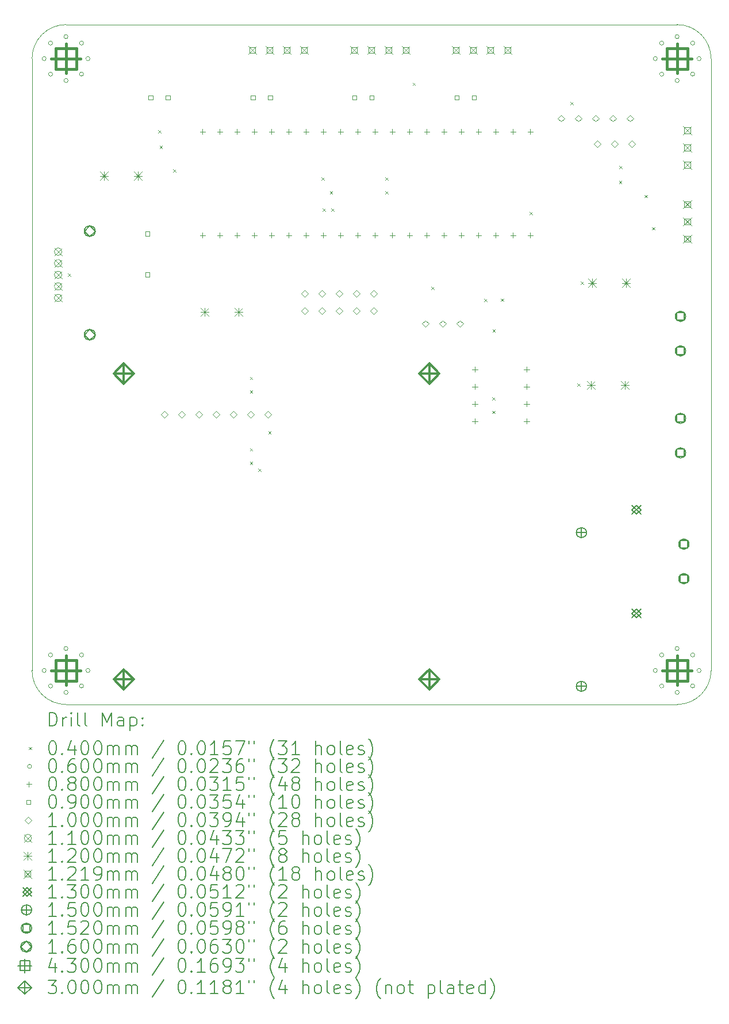
<source format=gbr>
%TF.GenerationSoftware,KiCad,Pcbnew,8.0.8-unknown-202501170223~559b1827ca~ubuntu24.04.1*%
%TF.CreationDate,2025-02-15T19:36:22+01:00*%
%TF.ProjectId,horse_feeder,686f7273-655f-4666-9565-6465722e6b69,rev?*%
%TF.SameCoordinates,Original*%
%TF.FileFunction,Drillmap*%
%TF.FilePolarity,Positive*%
%FSLAX45Y45*%
G04 Gerber Fmt 4.5, Leading zero omitted, Abs format (unit mm)*
G04 Created by KiCad (PCBNEW 8.0.8-unknown-202501170223~559b1827ca~ubuntu24.04.1) date 2025-02-15 19:36:22*
%MOMM*%
%LPD*%
G01*
G04 APERTURE LIST*
%ADD10C,0.120000*%
%ADD11C,0.200000*%
%ADD12C,0.100000*%
%ADD13C,0.110000*%
%ADD14C,0.121920*%
%ADD15C,0.130000*%
%ADD16C,0.150000*%
%ADD17C,0.152000*%
%ADD18C,0.160000*%
%ADD19C,0.430000*%
%ADD20C,0.300000*%
G04 APERTURE END LIST*
D10*
X20500000Y-13500000D02*
G75*
G02*
X20000000Y-14000000I-500000J0D01*
G01*
X20000000Y-4000000D02*
G75*
G02*
X20500000Y-4500000I0J-500000D01*
G01*
X10500000Y-4500000D02*
X10500000Y-13500000D01*
X10500000Y-4500000D02*
G75*
G02*
X11000000Y-4000000I500000J0D01*
G01*
X20500000Y-13500000D02*
X20500000Y-4500000D01*
X11000000Y-14000000D02*
X20000000Y-14000000D01*
X11000000Y-14000000D02*
G75*
G02*
X10500000Y-13500000I0J500000D01*
G01*
X20000000Y-4000000D02*
X11000000Y-4000000D01*
D11*
D12*
X11030000Y-7660000D02*
X11070000Y-7700000D01*
X11070000Y-7660000D02*
X11030000Y-7700000D01*
X12355000Y-5555000D02*
X12395000Y-5595000D01*
X12395000Y-5555000D02*
X12355000Y-5595000D01*
X12380000Y-5780000D02*
X12420000Y-5820000D01*
X12420000Y-5780000D02*
X12380000Y-5820000D01*
X12580000Y-6130000D02*
X12620000Y-6170000D01*
X12620000Y-6130000D02*
X12580000Y-6170000D01*
X13708750Y-9180000D02*
X13748750Y-9220000D01*
X13748750Y-9180000D02*
X13708750Y-9220000D01*
X13708750Y-9380000D02*
X13748750Y-9420000D01*
X13748750Y-9380000D02*
X13708750Y-9420000D01*
X13708750Y-10230000D02*
X13748750Y-10270000D01*
X13748750Y-10230000D02*
X13708750Y-10270000D01*
X13708750Y-10430000D02*
X13748750Y-10470000D01*
X13748750Y-10430000D02*
X13708750Y-10470000D01*
X13830000Y-10530000D02*
X13870000Y-10570000D01*
X13870000Y-10530000D02*
X13830000Y-10570000D01*
X13980000Y-9980000D02*
X14020000Y-10020000D01*
X14020000Y-9980000D02*
X13980000Y-10020000D01*
X14760000Y-6250000D02*
X14800000Y-6290000D01*
X14800000Y-6250000D02*
X14760000Y-6290000D01*
X14780000Y-6705000D02*
X14820000Y-6745000D01*
X14820000Y-6705000D02*
X14780000Y-6745000D01*
X14885000Y-6450000D02*
X14925000Y-6490000D01*
X14925000Y-6450000D02*
X14885000Y-6490000D01*
X14904749Y-6705000D02*
X14944749Y-6745000D01*
X14944749Y-6705000D02*
X14904749Y-6745000D01*
X15705000Y-6250000D02*
X15745000Y-6290000D01*
X15745000Y-6250000D02*
X15705000Y-6290000D01*
X15705000Y-6450000D02*
X15745000Y-6490000D01*
X15745000Y-6450000D02*
X15705000Y-6490000D01*
X16105000Y-4855000D02*
X16145000Y-4895000D01*
X16145000Y-4855000D02*
X16105000Y-4895000D01*
X16380000Y-7855000D02*
X16420000Y-7895000D01*
X16420000Y-7855000D02*
X16380000Y-7895000D01*
X17161000Y-8034000D02*
X17201000Y-8074000D01*
X17201000Y-8034000D02*
X17161000Y-8074000D01*
X17280000Y-9480000D02*
X17320000Y-9520000D01*
X17320000Y-9480000D02*
X17280000Y-9520000D01*
X17280000Y-9680000D02*
X17320000Y-9720000D01*
X17320000Y-9680000D02*
X17280000Y-9720000D01*
X17281000Y-8480000D02*
X17321000Y-8520000D01*
X17321000Y-8480000D02*
X17281000Y-8520000D01*
X17406000Y-8030000D02*
X17446000Y-8070000D01*
X17446000Y-8030000D02*
X17406000Y-8070000D01*
X17830000Y-6755000D02*
X17870000Y-6795000D01*
X17870000Y-6755000D02*
X17830000Y-6795000D01*
X18430000Y-5137500D02*
X18470000Y-5177500D01*
X18470000Y-5137500D02*
X18430000Y-5177500D01*
X18530000Y-9280000D02*
X18570000Y-9320000D01*
X18570000Y-9280000D02*
X18530000Y-9320000D01*
X18580000Y-7780000D02*
X18620000Y-7820000D01*
X18620000Y-7780000D02*
X18580000Y-7820000D01*
X19145000Y-6299375D02*
X19185000Y-6339375D01*
X19185000Y-6299375D02*
X19145000Y-6339375D01*
X19150000Y-6080000D02*
X19190000Y-6120000D01*
X19190000Y-6080000D02*
X19150000Y-6120000D01*
X19523750Y-6505000D02*
X19563750Y-6545000D01*
X19563750Y-6505000D02*
X19523750Y-6545000D01*
X19630000Y-6980000D02*
X19670000Y-7020000D01*
X19670000Y-6980000D02*
X19630000Y-7020000D01*
X10707500Y-4500000D02*
G75*
G02*
X10647500Y-4500000I-30000J0D01*
G01*
X10647500Y-4500000D02*
G75*
G02*
X10707500Y-4500000I30000J0D01*
G01*
X10707500Y-13500000D02*
G75*
G02*
X10647500Y-13500000I-30000J0D01*
G01*
X10647500Y-13500000D02*
G75*
G02*
X10707500Y-13500000I30000J0D01*
G01*
X10801958Y-4271958D02*
G75*
G02*
X10741958Y-4271958I-30000J0D01*
G01*
X10741958Y-4271958D02*
G75*
G02*
X10801958Y-4271958I30000J0D01*
G01*
X10801958Y-4728042D02*
G75*
G02*
X10741958Y-4728042I-30000J0D01*
G01*
X10741958Y-4728042D02*
G75*
G02*
X10801958Y-4728042I30000J0D01*
G01*
X10801958Y-13271958D02*
G75*
G02*
X10741958Y-13271958I-30000J0D01*
G01*
X10741958Y-13271958D02*
G75*
G02*
X10801958Y-13271958I30000J0D01*
G01*
X10801958Y-13728042D02*
G75*
G02*
X10741958Y-13728042I-30000J0D01*
G01*
X10741958Y-13728042D02*
G75*
G02*
X10801958Y-13728042I30000J0D01*
G01*
X11030000Y-4177500D02*
G75*
G02*
X10970000Y-4177500I-30000J0D01*
G01*
X10970000Y-4177500D02*
G75*
G02*
X11030000Y-4177500I30000J0D01*
G01*
X11030000Y-4822500D02*
G75*
G02*
X10970000Y-4822500I-30000J0D01*
G01*
X10970000Y-4822500D02*
G75*
G02*
X11030000Y-4822500I30000J0D01*
G01*
X11030000Y-13177500D02*
G75*
G02*
X10970000Y-13177500I-30000J0D01*
G01*
X10970000Y-13177500D02*
G75*
G02*
X11030000Y-13177500I30000J0D01*
G01*
X11030000Y-13822500D02*
G75*
G02*
X10970000Y-13822500I-30000J0D01*
G01*
X10970000Y-13822500D02*
G75*
G02*
X11030000Y-13822500I30000J0D01*
G01*
X11258042Y-4271958D02*
G75*
G02*
X11198042Y-4271958I-30000J0D01*
G01*
X11198042Y-4271958D02*
G75*
G02*
X11258042Y-4271958I30000J0D01*
G01*
X11258042Y-4728042D02*
G75*
G02*
X11198042Y-4728042I-30000J0D01*
G01*
X11198042Y-4728042D02*
G75*
G02*
X11258042Y-4728042I30000J0D01*
G01*
X11258042Y-13271958D02*
G75*
G02*
X11198042Y-13271958I-30000J0D01*
G01*
X11198042Y-13271958D02*
G75*
G02*
X11258042Y-13271958I30000J0D01*
G01*
X11258042Y-13728042D02*
G75*
G02*
X11198042Y-13728042I-30000J0D01*
G01*
X11198042Y-13728042D02*
G75*
G02*
X11258042Y-13728042I30000J0D01*
G01*
X11352500Y-4500000D02*
G75*
G02*
X11292500Y-4500000I-30000J0D01*
G01*
X11292500Y-4500000D02*
G75*
G02*
X11352500Y-4500000I30000J0D01*
G01*
X11352500Y-13500000D02*
G75*
G02*
X11292500Y-13500000I-30000J0D01*
G01*
X11292500Y-13500000D02*
G75*
G02*
X11352500Y-13500000I30000J0D01*
G01*
X19707500Y-4500000D02*
G75*
G02*
X19647500Y-4500000I-30000J0D01*
G01*
X19647500Y-4500000D02*
G75*
G02*
X19707500Y-4500000I30000J0D01*
G01*
X19707500Y-13500000D02*
G75*
G02*
X19647500Y-13500000I-30000J0D01*
G01*
X19647500Y-13500000D02*
G75*
G02*
X19707500Y-13500000I30000J0D01*
G01*
X19801958Y-4271958D02*
G75*
G02*
X19741958Y-4271958I-30000J0D01*
G01*
X19741958Y-4271958D02*
G75*
G02*
X19801958Y-4271958I30000J0D01*
G01*
X19801958Y-4728042D02*
G75*
G02*
X19741958Y-4728042I-30000J0D01*
G01*
X19741958Y-4728042D02*
G75*
G02*
X19801958Y-4728042I30000J0D01*
G01*
X19801958Y-13271958D02*
G75*
G02*
X19741958Y-13271958I-30000J0D01*
G01*
X19741958Y-13271958D02*
G75*
G02*
X19801958Y-13271958I30000J0D01*
G01*
X19801958Y-13728042D02*
G75*
G02*
X19741958Y-13728042I-30000J0D01*
G01*
X19741958Y-13728042D02*
G75*
G02*
X19801958Y-13728042I30000J0D01*
G01*
X20030000Y-4177500D02*
G75*
G02*
X19970000Y-4177500I-30000J0D01*
G01*
X19970000Y-4177500D02*
G75*
G02*
X20030000Y-4177500I30000J0D01*
G01*
X20030000Y-4822500D02*
G75*
G02*
X19970000Y-4822500I-30000J0D01*
G01*
X19970000Y-4822500D02*
G75*
G02*
X20030000Y-4822500I30000J0D01*
G01*
X20030000Y-13177500D02*
G75*
G02*
X19970000Y-13177500I-30000J0D01*
G01*
X19970000Y-13177500D02*
G75*
G02*
X20030000Y-13177500I30000J0D01*
G01*
X20030000Y-13822500D02*
G75*
G02*
X19970000Y-13822500I-30000J0D01*
G01*
X19970000Y-13822500D02*
G75*
G02*
X20030000Y-13822500I30000J0D01*
G01*
X20258042Y-4271958D02*
G75*
G02*
X20198042Y-4271958I-30000J0D01*
G01*
X20198042Y-4271958D02*
G75*
G02*
X20258042Y-4271958I30000J0D01*
G01*
X20258042Y-4728042D02*
G75*
G02*
X20198042Y-4728042I-30000J0D01*
G01*
X20198042Y-4728042D02*
G75*
G02*
X20258042Y-4728042I30000J0D01*
G01*
X20258042Y-13271958D02*
G75*
G02*
X20198042Y-13271958I-30000J0D01*
G01*
X20198042Y-13271958D02*
G75*
G02*
X20258042Y-13271958I30000J0D01*
G01*
X20258042Y-13728042D02*
G75*
G02*
X20198042Y-13728042I-30000J0D01*
G01*
X20198042Y-13728042D02*
G75*
G02*
X20258042Y-13728042I30000J0D01*
G01*
X20352500Y-4500000D02*
G75*
G02*
X20292500Y-4500000I-30000J0D01*
G01*
X20292500Y-4500000D02*
G75*
G02*
X20352500Y-4500000I30000J0D01*
G01*
X20352500Y-13500000D02*
G75*
G02*
X20292500Y-13500000I-30000J0D01*
G01*
X20292500Y-13500000D02*
G75*
G02*
X20352500Y-13500000I30000J0D01*
G01*
X13012500Y-5534750D02*
X13012500Y-5614750D01*
X12972500Y-5574750D02*
X13052500Y-5574750D01*
X13012500Y-7058750D02*
X13012500Y-7138750D01*
X12972500Y-7098750D02*
X13052500Y-7098750D01*
X13266500Y-5534750D02*
X13266500Y-5614750D01*
X13226500Y-5574750D02*
X13306500Y-5574750D01*
X13266500Y-7058750D02*
X13266500Y-7138750D01*
X13226500Y-7098750D02*
X13306500Y-7098750D01*
X13520500Y-5534750D02*
X13520500Y-5614750D01*
X13480500Y-5574750D02*
X13560500Y-5574750D01*
X13520500Y-7058750D02*
X13520500Y-7138750D01*
X13480500Y-7098750D02*
X13560500Y-7098750D01*
X13774500Y-5534750D02*
X13774500Y-5614750D01*
X13734500Y-5574750D02*
X13814500Y-5574750D01*
X13774500Y-7058750D02*
X13774500Y-7138750D01*
X13734500Y-7098750D02*
X13814500Y-7098750D01*
X14028500Y-5534750D02*
X14028500Y-5614750D01*
X13988500Y-5574750D02*
X14068500Y-5574750D01*
X14028500Y-7058750D02*
X14028500Y-7138750D01*
X13988500Y-7098750D02*
X14068500Y-7098750D01*
X14282500Y-5534750D02*
X14282500Y-5614750D01*
X14242500Y-5574750D02*
X14322500Y-5574750D01*
X14282500Y-7058750D02*
X14282500Y-7138750D01*
X14242500Y-7098750D02*
X14322500Y-7098750D01*
X14536500Y-5534750D02*
X14536500Y-5614750D01*
X14496500Y-5574750D02*
X14576500Y-5574750D01*
X14536500Y-7058750D02*
X14536500Y-7138750D01*
X14496500Y-7098750D02*
X14576500Y-7098750D01*
X14790500Y-5534750D02*
X14790500Y-5614750D01*
X14750500Y-5574750D02*
X14830500Y-5574750D01*
X14790500Y-7058750D02*
X14790500Y-7138750D01*
X14750500Y-7098750D02*
X14830500Y-7098750D01*
X15044500Y-5534750D02*
X15044500Y-5614750D01*
X15004500Y-5574750D02*
X15084500Y-5574750D01*
X15044500Y-7058750D02*
X15044500Y-7138750D01*
X15004500Y-7098750D02*
X15084500Y-7098750D01*
X15298500Y-5534750D02*
X15298500Y-5614750D01*
X15258500Y-5574750D02*
X15338500Y-5574750D01*
X15298500Y-7058750D02*
X15298500Y-7138750D01*
X15258500Y-7098750D02*
X15338500Y-7098750D01*
X15552500Y-5534750D02*
X15552500Y-5614750D01*
X15512500Y-5574750D02*
X15592500Y-5574750D01*
X15552500Y-7058750D02*
X15552500Y-7138750D01*
X15512500Y-7098750D02*
X15592500Y-7098750D01*
X15806500Y-5534750D02*
X15806500Y-5614750D01*
X15766500Y-5574750D02*
X15846500Y-5574750D01*
X15806500Y-7058750D02*
X15806500Y-7138750D01*
X15766500Y-7098750D02*
X15846500Y-7098750D01*
X16060500Y-5534750D02*
X16060500Y-5614750D01*
X16020500Y-5574750D02*
X16100500Y-5574750D01*
X16060500Y-7058750D02*
X16060500Y-7138750D01*
X16020500Y-7098750D02*
X16100500Y-7098750D01*
X16314500Y-5534750D02*
X16314500Y-5614750D01*
X16274500Y-5574750D02*
X16354500Y-5574750D01*
X16314500Y-7058750D02*
X16314500Y-7138750D01*
X16274500Y-7098750D02*
X16354500Y-7098750D01*
X16568500Y-5534750D02*
X16568500Y-5614750D01*
X16528500Y-5574750D02*
X16608500Y-5574750D01*
X16568500Y-7058750D02*
X16568500Y-7138750D01*
X16528500Y-7098750D02*
X16608500Y-7098750D01*
X16822500Y-5534750D02*
X16822500Y-5614750D01*
X16782500Y-5574750D02*
X16862500Y-5574750D01*
X16822500Y-7058750D02*
X16822500Y-7138750D01*
X16782500Y-7098750D02*
X16862500Y-7098750D01*
X17020000Y-9030000D02*
X17020000Y-9110000D01*
X16980000Y-9070000D02*
X17060000Y-9070000D01*
X17020000Y-9284000D02*
X17020000Y-9364000D01*
X16980000Y-9324000D02*
X17060000Y-9324000D01*
X17020000Y-9538000D02*
X17020000Y-9618000D01*
X16980000Y-9578000D02*
X17060000Y-9578000D01*
X17020000Y-9792000D02*
X17020000Y-9872000D01*
X16980000Y-9832000D02*
X17060000Y-9832000D01*
X17076500Y-5534750D02*
X17076500Y-5614750D01*
X17036500Y-5574750D02*
X17116500Y-5574750D01*
X17076500Y-7058750D02*
X17076500Y-7138750D01*
X17036500Y-7098750D02*
X17116500Y-7098750D01*
X17330500Y-5534750D02*
X17330500Y-5614750D01*
X17290500Y-5574750D02*
X17370500Y-5574750D01*
X17330500Y-7058750D02*
X17330500Y-7138750D01*
X17290500Y-7098750D02*
X17370500Y-7098750D01*
X17584500Y-5534750D02*
X17584500Y-5614750D01*
X17544500Y-5574750D02*
X17624500Y-5574750D01*
X17584500Y-7058750D02*
X17584500Y-7138750D01*
X17544500Y-7098750D02*
X17624500Y-7098750D01*
X17782000Y-9030000D02*
X17782000Y-9110000D01*
X17742000Y-9070000D02*
X17822000Y-9070000D01*
X17782000Y-9284000D02*
X17782000Y-9364000D01*
X17742000Y-9324000D02*
X17822000Y-9324000D01*
X17782000Y-9538000D02*
X17782000Y-9618000D01*
X17742000Y-9578000D02*
X17822000Y-9578000D01*
X17782000Y-9792000D02*
X17782000Y-9872000D01*
X17742000Y-9832000D02*
X17822000Y-9832000D01*
X17838500Y-5534750D02*
X17838500Y-5614750D01*
X17798500Y-5574750D02*
X17878500Y-5574750D01*
X17838500Y-7058750D02*
X17838500Y-7138750D01*
X17798500Y-7098750D02*
X17878500Y-7098750D01*
X12231820Y-7106820D02*
X12231820Y-7043180D01*
X12168180Y-7043180D01*
X12168180Y-7106820D01*
X12231820Y-7106820D01*
X12231820Y-7706820D02*
X12231820Y-7643180D01*
X12168180Y-7643180D01*
X12168180Y-7706820D01*
X12231820Y-7706820D01*
X12280320Y-5106820D02*
X12280320Y-5043180D01*
X12216680Y-5043180D01*
X12216680Y-5106820D01*
X12280320Y-5106820D01*
X12534320Y-5106820D02*
X12534320Y-5043180D01*
X12470680Y-5043180D01*
X12470680Y-5106820D01*
X12534320Y-5106820D01*
X13786320Y-5106820D02*
X13786320Y-5043180D01*
X13722680Y-5043180D01*
X13722680Y-5106820D01*
X13786320Y-5106820D01*
X14040320Y-5106820D02*
X14040320Y-5043180D01*
X13976680Y-5043180D01*
X13976680Y-5106820D01*
X14040320Y-5106820D01*
X15278320Y-5106820D02*
X15278320Y-5043180D01*
X15214680Y-5043180D01*
X15214680Y-5106820D01*
X15278320Y-5106820D01*
X15532320Y-5106820D02*
X15532320Y-5043180D01*
X15468680Y-5043180D01*
X15468680Y-5106820D01*
X15532320Y-5106820D01*
X16786320Y-5106820D02*
X16786320Y-5043180D01*
X16722680Y-5043180D01*
X16722680Y-5106820D01*
X16786320Y-5106820D01*
X17040320Y-5106820D02*
X17040320Y-5043180D01*
X16976680Y-5043180D01*
X16976680Y-5106820D01*
X17040320Y-5106820D01*
X12451000Y-9782500D02*
X12501000Y-9732500D01*
X12451000Y-9682500D01*
X12401000Y-9732500D01*
X12451000Y-9782500D01*
X12705000Y-9782500D02*
X12755000Y-9732500D01*
X12705000Y-9682500D01*
X12655000Y-9732500D01*
X12705000Y-9782500D01*
X12959000Y-9782500D02*
X13009000Y-9732500D01*
X12959000Y-9682500D01*
X12909000Y-9732500D01*
X12959000Y-9782500D01*
X13213000Y-9782500D02*
X13263000Y-9732500D01*
X13213000Y-9682500D01*
X13163000Y-9732500D01*
X13213000Y-9782500D01*
X13467000Y-9782500D02*
X13517000Y-9732500D01*
X13467000Y-9682500D01*
X13417000Y-9732500D01*
X13467000Y-9782500D01*
X13721000Y-9782500D02*
X13771000Y-9732500D01*
X13721000Y-9682500D01*
X13671000Y-9732500D01*
X13721000Y-9782500D01*
X13975000Y-9782500D02*
X14025000Y-9732500D01*
X13975000Y-9682500D01*
X13925000Y-9732500D01*
X13975000Y-9782500D01*
X14519000Y-8007250D02*
X14569000Y-7957250D01*
X14519000Y-7907250D01*
X14469000Y-7957250D01*
X14519000Y-8007250D01*
X14519000Y-8261250D02*
X14569000Y-8211250D01*
X14519000Y-8161250D01*
X14469000Y-8211250D01*
X14519000Y-8261250D01*
X14773000Y-8007250D02*
X14823000Y-7957250D01*
X14773000Y-7907250D01*
X14723000Y-7957250D01*
X14773000Y-8007250D01*
X14773000Y-8261250D02*
X14823000Y-8211250D01*
X14773000Y-8161250D01*
X14723000Y-8211250D01*
X14773000Y-8261250D01*
X15027000Y-8007250D02*
X15077000Y-7957250D01*
X15027000Y-7907250D01*
X14977000Y-7957250D01*
X15027000Y-8007250D01*
X15027000Y-8261250D02*
X15077000Y-8211250D01*
X15027000Y-8161250D01*
X14977000Y-8211250D01*
X15027000Y-8261250D01*
X15281000Y-8007250D02*
X15331000Y-7957250D01*
X15281000Y-7907250D01*
X15231000Y-7957250D01*
X15281000Y-8007250D01*
X15281000Y-8261250D02*
X15331000Y-8211250D01*
X15281000Y-8161250D01*
X15231000Y-8211250D01*
X15281000Y-8261250D01*
X15535000Y-8007250D02*
X15585000Y-7957250D01*
X15535000Y-7907250D01*
X15485000Y-7957250D01*
X15535000Y-8007250D01*
X15535000Y-8261250D02*
X15585000Y-8211250D01*
X15535000Y-8161250D01*
X15485000Y-8211250D01*
X15535000Y-8261250D01*
X16294500Y-8450000D02*
X16344500Y-8400000D01*
X16294500Y-8350000D01*
X16244500Y-8400000D01*
X16294500Y-8450000D01*
X16548500Y-8450000D02*
X16598500Y-8400000D01*
X16548500Y-8350000D01*
X16498500Y-8400000D01*
X16548500Y-8450000D01*
X16802500Y-8450000D02*
X16852500Y-8400000D01*
X16802500Y-8350000D01*
X16752500Y-8400000D01*
X16802500Y-8450000D01*
X18290250Y-5428750D02*
X18340250Y-5378750D01*
X18290250Y-5328750D01*
X18240250Y-5378750D01*
X18290250Y-5428750D01*
X18544250Y-5428750D02*
X18594250Y-5378750D01*
X18544250Y-5328750D01*
X18494250Y-5378750D01*
X18544250Y-5428750D01*
X18798250Y-5428750D02*
X18848250Y-5378750D01*
X18798250Y-5328750D01*
X18748250Y-5378750D01*
X18798250Y-5428750D01*
X18824750Y-5803750D02*
X18874750Y-5753750D01*
X18824750Y-5703750D01*
X18774750Y-5753750D01*
X18824750Y-5803750D01*
X19052250Y-5428750D02*
X19102250Y-5378750D01*
X19052250Y-5328750D01*
X19002250Y-5378750D01*
X19052250Y-5428750D01*
X19078750Y-5803750D02*
X19128750Y-5753750D01*
X19078750Y-5703750D01*
X19028750Y-5753750D01*
X19078750Y-5803750D01*
X19306250Y-5428750D02*
X19356250Y-5378750D01*
X19306250Y-5328750D01*
X19256250Y-5378750D01*
X19306250Y-5428750D01*
X19332750Y-5803750D02*
X19382750Y-5753750D01*
X19332750Y-5703750D01*
X19282750Y-5753750D01*
X19332750Y-5803750D01*
D13*
X10829000Y-7285000D02*
X10939000Y-7395000D01*
X10939000Y-7285000D02*
X10829000Y-7395000D01*
X10939000Y-7340000D02*
G75*
G02*
X10829000Y-7340000I-55000J0D01*
G01*
X10829000Y-7340000D02*
G75*
G02*
X10939000Y-7340000I55000J0D01*
G01*
X10829000Y-7455000D02*
X10939000Y-7565000D01*
X10939000Y-7455000D02*
X10829000Y-7565000D01*
X10939000Y-7510000D02*
G75*
G02*
X10829000Y-7510000I-55000J0D01*
G01*
X10829000Y-7510000D02*
G75*
G02*
X10939000Y-7510000I55000J0D01*
G01*
X10829000Y-7625000D02*
X10939000Y-7735000D01*
X10939000Y-7625000D02*
X10829000Y-7735000D01*
X10939000Y-7680000D02*
G75*
G02*
X10829000Y-7680000I-55000J0D01*
G01*
X10829000Y-7680000D02*
G75*
G02*
X10939000Y-7680000I55000J0D01*
G01*
X10829000Y-7795000D02*
X10939000Y-7905000D01*
X10939000Y-7795000D02*
X10829000Y-7905000D01*
X10939000Y-7850000D02*
G75*
G02*
X10829000Y-7850000I-55000J0D01*
G01*
X10829000Y-7850000D02*
G75*
G02*
X10939000Y-7850000I55000J0D01*
G01*
X10829000Y-7965000D02*
X10939000Y-8075000D01*
X10939000Y-7965000D02*
X10829000Y-8075000D01*
X10939000Y-8020000D02*
G75*
G02*
X10829000Y-8020000I-55000J0D01*
G01*
X10829000Y-8020000D02*
G75*
G02*
X10939000Y-8020000I55000J0D01*
G01*
D10*
X11497396Y-6165000D02*
X11617396Y-6285000D01*
X11617396Y-6165000D02*
X11497396Y-6285000D01*
X11557396Y-6165000D02*
X11557396Y-6285000D01*
X11497396Y-6225000D02*
X11617396Y-6225000D01*
X11997396Y-6165000D02*
X12117396Y-6285000D01*
X12117396Y-6165000D02*
X11997396Y-6285000D01*
X12057396Y-6165000D02*
X12057396Y-6285000D01*
X11997396Y-6225000D02*
X12117396Y-6225000D01*
X12982604Y-8165000D02*
X13102604Y-8285000D01*
X13102604Y-8165000D02*
X12982604Y-8285000D01*
X13042604Y-8165000D02*
X13042604Y-8285000D01*
X12982604Y-8225000D02*
X13102604Y-8225000D01*
X13482604Y-8165000D02*
X13602604Y-8285000D01*
X13602604Y-8165000D02*
X13482604Y-8285000D01*
X13542604Y-8165000D02*
X13542604Y-8285000D01*
X13482604Y-8225000D02*
X13602604Y-8225000D01*
X18672396Y-9240000D02*
X18792396Y-9360000D01*
X18792396Y-9240000D02*
X18672396Y-9360000D01*
X18732396Y-9240000D02*
X18732396Y-9360000D01*
X18672396Y-9300000D02*
X18792396Y-9300000D01*
X18690000Y-7740000D02*
X18810000Y-7860000D01*
X18810000Y-7740000D02*
X18690000Y-7860000D01*
X18750000Y-7740000D02*
X18750000Y-7860000D01*
X18690000Y-7800000D02*
X18810000Y-7800000D01*
X19172396Y-9240000D02*
X19292396Y-9360000D01*
X19292396Y-9240000D02*
X19172396Y-9360000D01*
X19232396Y-9240000D02*
X19232396Y-9360000D01*
X19172396Y-9300000D02*
X19292396Y-9300000D01*
X19190000Y-7740000D02*
X19310000Y-7860000D01*
X19310000Y-7740000D02*
X19190000Y-7860000D01*
X19250000Y-7740000D02*
X19250000Y-7860000D01*
X19190000Y-7800000D02*
X19310000Y-7800000D01*
D14*
X13683040Y-4314040D02*
X13804960Y-4435960D01*
X13804960Y-4314040D02*
X13683040Y-4435960D01*
X13787106Y-4418106D02*
X13787106Y-4331894D01*
X13700894Y-4331894D01*
X13700894Y-4418106D01*
X13787106Y-4418106D01*
X13937040Y-4314040D02*
X14058960Y-4435960D01*
X14058960Y-4314040D02*
X13937040Y-4435960D01*
X14041106Y-4418106D02*
X14041106Y-4331894D01*
X13954894Y-4331894D01*
X13954894Y-4418106D01*
X14041106Y-4418106D01*
X14191040Y-4314040D02*
X14312960Y-4435960D01*
X14312960Y-4314040D02*
X14191040Y-4435960D01*
X14295106Y-4418106D02*
X14295106Y-4331894D01*
X14208894Y-4331894D01*
X14208894Y-4418106D01*
X14295106Y-4418106D01*
X14445040Y-4314040D02*
X14566960Y-4435960D01*
X14566960Y-4314040D02*
X14445040Y-4435960D01*
X14549106Y-4418106D02*
X14549106Y-4331894D01*
X14462894Y-4331894D01*
X14462894Y-4418106D01*
X14549106Y-4418106D01*
X15183040Y-4314040D02*
X15304960Y-4435960D01*
X15304960Y-4314040D02*
X15183040Y-4435960D01*
X15287106Y-4418106D02*
X15287106Y-4331894D01*
X15200894Y-4331894D01*
X15200894Y-4418106D01*
X15287106Y-4418106D01*
X15437040Y-4314040D02*
X15558960Y-4435960D01*
X15558960Y-4314040D02*
X15437040Y-4435960D01*
X15541106Y-4418106D02*
X15541106Y-4331894D01*
X15454894Y-4331894D01*
X15454894Y-4418106D01*
X15541106Y-4418106D01*
X15691040Y-4314040D02*
X15812960Y-4435960D01*
X15812960Y-4314040D02*
X15691040Y-4435960D01*
X15795106Y-4418106D02*
X15795106Y-4331894D01*
X15708894Y-4331894D01*
X15708894Y-4418106D01*
X15795106Y-4418106D01*
X15945040Y-4314040D02*
X16066960Y-4435960D01*
X16066960Y-4314040D02*
X15945040Y-4435960D01*
X16049106Y-4418106D02*
X16049106Y-4331894D01*
X15962894Y-4331894D01*
X15962894Y-4418106D01*
X16049106Y-4418106D01*
X16683040Y-4314040D02*
X16804960Y-4435960D01*
X16804960Y-4314040D02*
X16683040Y-4435960D01*
X16787106Y-4418106D02*
X16787106Y-4331894D01*
X16700894Y-4331894D01*
X16700894Y-4418106D01*
X16787106Y-4418106D01*
X16937040Y-4314040D02*
X17058960Y-4435960D01*
X17058960Y-4314040D02*
X16937040Y-4435960D01*
X17041106Y-4418106D02*
X17041106Y-4331894D01*
X16954894Y-4331894D01*
X16954894Y-4418106D01*
X17041106Y-4418106D01*
X17191040Y-4314040D02*
X17312960Y-4435960D01*
X17312960Y-4314040D02*
X17191040Y-4435960D01*
X17295106Y-4418106D02*
X17295106Y-4331894D01*
X17208894Y-4331894D01*
X17208894Y-4418106D01*
X17295106Y-4418106D01*
X17445040Y-4314040D02*
X17566960Y-4435960D01*
X17566960Y-4314040D02*
X17445040Y-4435960D01*
X17549106Y-4418106D02*
X17549106Y-4331894D01*
X17462894Y-4331894D01*
X17462894Y-4418106D01*
X17549106Y-4418106D01*
X20089040Y-5495080D02*
X20210960Y-5617000D01*
X20210960Y-5495080D02*
X20089040Y-5617000D01*
X20193106Y-5599146D02*
X20193106Y-5512934D01*
X20106894Y-5512934D01*
X20106894Y-5599146D01*
X20193106Y-5599146D01*
X20089040Y-5749080D02*
X20210960Y-5871000D01*
X20210960Y-5749080D02*
X20089040Y-5871000D01*
X20193106Y-5853146D02*
X20193106Y-5766934D01*
X20106894Y-5766934D01*
X20106894Y-5853146D01*
X20193106Y-5853146D01*
X20089040Y-6003080D02*
X20210960Y-6125000D01*
X20210960Y-6003080D02*
X20089040Y-6125000D01*
X20193106Y-6107146D02*
X20193106Y-6020934D01*
X20106894Y-6020934D01*
X20106894Y-6107146D01*
X20193106Y-6107146D01*
X20089040Y-6585040D02*
X20210960Y-6706960D01*
X20210960Y-6585040D02*
X20089040Y-6706960D01*
X20193106Y-6689106D02*
X20193106Y-6602894D01*
X20106894Y-6602894D01*
X20106894Y-6689106D01*
X20193106Y-6689106D01*
X20089040Y-6839040D02*
X20210960Y-6960960D01*
X20210960Y-6839040D02*
X20089040Y-6960960D01*
X20193106Y-6943106D02*
X20193106Y-6856894D01*
X20106894Y-6856894D01*
X20106894Y-6943106D01*
X20193106Y-6943106D01*
X20089040Y-7093040D02*
X20210960Y-7214960D01*
X20210960Y-7093040D02*
X20089040Y-7214960D01*
X20193106Y-7197106D02*
X20193106Y-7110894D01*
X20106894Y-7110894D01*
X20106894Y-7197106D01*
X20193106Y-7197106D01*
D15*
X19335000Y-11073000D02*
X19465000Y-11203000D01*
X19465000Y-11073000D02*
X19335000Y-11203000D01*
X19400000Y-11203000D02*
X19465000Y-11138000D01*
X19400000Y-11073000D01*
X19335000Y-11138000D01*
X19400000Y-11203000D01*
X19335000Y-12597000D02*
X19465000Y-12727000D01*
X19465000Y-12597000D02*
X19335000Y-12727000D01*
X19400000Y-12727000D02*
X19465000Y-12662000D01*
X19400000Y-12597000D01*
X19335000Y-12662000D01*
X19400000Y-12727000D01*
D16*
X18590500Y-11398000D02*
X18590500Y-11548000D01*
X18515500Y-11473000D02*
X18665500Y-11473000D01*
X18665500Y-11473000D02*
G75*
G02*
X18515500Y-11473000I-75000J0D01*
G01*
X18515500Y-11473000D02*
G75*
G02*
X18665500Y-11473000I75000J0D01*
G01*
X18590500Y-13658000D02*
X18590500Y-13808000D01*
X18515500Y-13733000D02*
X18665500Y-13733000D01*
X18665500Y-13733000D02*
G75*
G02*
X18515500Y-13733000I-75000J0D01*
G01*
X18515500Y-13733000D02*
G75*
G02*
X18665500Y-13733000I75000J0D01*
G01*
D17*
X20103741Y-8345741D02*
X20103741Y-8238259D01*
X19996259Y-8238259D01*
X19996259Y-8345741D01*
X20103741Y-8345741D01*
X20126000Y-8292000D02*
G75*
G02*
X19974000Y-8292000I-76000J0D01*
G01*
X19974000Y-8292000D02*
G75*
G02*
X20126000Y-8292000I76000J0D01*
G01*
X20103741Y-8853741D02*
X20103741Y-8746259D01*
X19996259Y-8746259D01*
X19996259Y-8853741D01*
X20103741Y-8853741D01*
X20126000Y-8800000D02*
G75*
G02*
X19974000Y-8800000I-76000J0D01*
G01*
X19974000Y-8800000D02*
G75*
G02*
X20126000Y-8800000I76000J0D01*
G01*
X20103741Y-9845741D02*
X20103741Y-9738259D01*
X19996259Y-9738259D01*
X19996259Y-9845741D01*
X20103741Y-9845741D01*
X20126000Y-9792000D02*
G75*
G02*
X19974000Y-9792000I-76000J0D01*
G01*
X19974000Y-9792000D02*
G75*
G02*
X20126000Y-9792000I76000J0D01*
G01*
X20103741Y-10353741D02*
X20103741Y-10246259D01*
X19996259Y-10246259D01*
X19996259Y-10353741D01*
X20103741Y-10353741D01*
X20126000Y-10300000D02*
G75*
G02*
X19974000Y-10300000I-76000J0D01*
G01*
X19974000Y-10300000D02*
G75*
G02*
X20126000Y-10300000I76000J0D01*
G01*
X20153741Y-11695741D02*
X20153741Y-11588259D01*
X20046259Y-11588259D01*
X20046259Y-11695741D01*
X20153741Y-11695741D01*
X20176000Y-11642000D02*
G75*
G02*
X20024000Y-11642000I-76000J0D01*
G01*
X20024000Y-11642000D02*
G75*
G02*
X20176000Y-11642000I76000J0D01*
G01*
X20153741Y-12203741D02*
X20153741Y-12096259D01*
X20046259Y-12096259D01*
X20046259Y-12203741D01*
X20153741Y-12203741D01*
X20176000Y-12150000D02*
G75*
G02*
X20024000Y-12150000I-76000J0D01*
G01*
X20024000Y-12150000D02*
G75*
G02*
X20176000Y-12150000I76000J0D01*
G01*
D18*
X11350000Y-7118000D02*
X11430000Y-7038000D01*
X11350000Y-6958000D01*
X11270000Y-7038000D01*
X11350000Y-7118000D01*
X11430000Y-7038000D02*
G75*
G02*
X11270000Y-7038000I-80000J0D01*
G01*
X11270000Y-7038000D02*
G75*
G02*
X11430000Y-7038000I80000J0D01*
G01*
X11350000Y-8642000D02*
X11430000Y-8562000D01*
X11350000Y-8482000D01*
X11270000Y-8562000D01*
X11350000Y-8642000D01*
X11430000Y-8562000D02*
G75*
G02*
X11270000Y-8562000I-80000J0D01*
G01*
X11270000Y-8562000D02*
G75*
G02*
X11430000Y-8562000I80000J0D01*
G01*
D19*
X11000000Y-4285000D02*
X11000000Y-4715000D01*
X10785000Y-4500000D02*
X11215000Y-4500000D01*
X11152029Y-4652029D02*
X11152029Y-4347971D01*
X10847971Y-4347971D01*
X10847971Y-4652029D01*
X11152029Y-4652029D01*
X11000000Y-13285000D02*
X11000000Y-13715000D01*
X10785000Y-13500000D02*
X11215000Y-13500000D01*
X11152029Y-13652029D02*
X11152029Y-13347971D01*
X10847971Y-13347971D01*
X10847971Y-13652029D01*
X11152029Y-13652029D01*
X20000000Y-4285000D02*
X20000000Y-4715000D01*
X19785000Y-4500000D02*
X20215000Y-4500000D01*
X20152029Y-4652029D02*
X20152029Y-4347971D01*
X19847971Y-4347971D01*
X19847971Y-4652029D01*
X20152029Y-4652029D01*
X20000000Y-13285000D02*
X20000000Y-13715000D01*
X19785000Y-13500000D02*
X20215000Y-13500000D01*
X20152029Y-13652029D02*
X20152029Y-13347971D01*
X19847971Y-13347971D01*
X19847971Y-13652029D01*
X20152029Y-13652029D01*
D20*
X11851000Y-8982500D02*
X11851000Y-9282500D01*
X11701000Y-9132500D02*
X12001000Y-9132500D01*
X11851000Y-9282500D02*
X12001000Y-9132500D01*
X11851000Y-8982500D01*
X11701000Y-9132500D01*
X11851000Y-9282500D01*
X11851000Y-13482500D02*
X11851000Y-13782500D01*
X11701000Y-13632500D02*
X12001000Y-13632500D01*
X11851000Y-13782500D02*
X12001000Y-13632500D01*
X11851000Y-13482500D01*
X11701000Y-13632500D01*
X11851000Y-13782500D01*
X16351000Y-8982500D02*
X16351000Y-9282500D01*
X16201000Y-9132500D02*
X16501000Y-9132500D01*
X16351000Y-9282500D02*
X16501000Y-9132500D01*
X16351000Y-8982500D01*
X16201000Y-9132500D01*
X16351000Y-9282500D01*
X16351000Y-13482500D02*
X16351000Y-13782500D01*
X16201000Y-13632500D02*
X16501000Y-13632500D01*
X16351000Y-13782500D02*
X16501000Y-13632500D01*
X16351000Y-13482500D01*
X16201000Y-13632500D01*
X16351000Y-13782500D01*
D11*
X10754777Y-14317484D02*
X10754777Y-14117484D01*
X10754777Y-14117484D02*
X10802396Y-14117484D01*
X10802396Y-14117484D02*
X10830967Y-14127008D01*
X10830967Y-14127008D02*
X10850015Y-14146055D01*
X10850015Y-14146055D02*
X10859539Y-14165103D01*
X10859539Y-14165103D02*
X10869063Y-14203198D01*
X10869063Y-14203198D02*
X10869063Y-14231769D01*
X10869063Y-14231769D02*
X10859539Y-14269865D01*
X10859539Y-14269865D02*
X10850015Y-14288912D01*
X10850015Y-14288912D02*
X10830967Y-14307960D01*
X10830967Y-14307960D02*
X10802396Y-14317484D01*
X10802396Y-14317484D02*
X10754777Y-14317484D01*
X10954777Y-14317484D02*
X10954777Y-14184150D01*
X10954777Y-14222246D02*
X10964301Y-14203198D01*
X10964301Y-14203198D02*
X10973824Y-14193674D01*
X10973824Y-14193674D02*
X10992872Y-14184150D01*
X10992872Y-14184150D02*
X11011920Y-14184150D01*
X11078586Y-14317484D02*
X11078586Y-14184150D01*
X11078586Y-14117484D02*
X11069063Y-14127008D01*
X11069063Y-14127008D02*
X11078586Y-14136531D01*
X11078586Y-14136531D02*
X11088110Y-14127008D01*
X11088110Y-14127008D02*
X11078586Y-14117484D01*
X11078586Y-14117484D02*
X11078586Y-14136531D01*
X11202396Y-14317484D02*
X11183348Y-14307960D01*
X11183348Y-14307960D02*
X11173824Y-14288912D01*
X11173824Y-14288912D02*
X11173824Y-14117484D01*
X11307158Y-14317484D02*
X11288110Y-14307960D01*
X11288110Y-14307960D02*
X11278586Y-14288912D01*
X11278586Y-14288912D02*
X11278586Y-14117484D01*
X11535729Y-14317484D02*
X11535729Y-14117484D01*
X11535729Y-14117484D02*
X11602396Y-14260341D01*
X11602396Y-14260341D02*
X11669062Y-14117484D01*
X11669062Y-14117484D02*
X11669062Y-14317484D01*
X11850015Y-14317484D02*
X11850015Y-14212722D01*
X11850015Y-14212722D02*
X11840491Y-14193674D01*
X11840491Y-14193674D02*
X11821443Y-14184150D01*
X11821443Y-14184150D02*
X11783348Y-14184150D01*
X11783348Y-14184150D02*
X11764301Y-14193674D01*
X11850015Y-14307960D02*
X11830967Y-14317484D01*
X11830967Y-14317484D02*
X11783348Y-14317484D01*
X11783348Y-14317484D02*
X11764301Y-14307960D01*
X11764301Y-14307960D02*
X11754777Y-14288912D01*
X11754777Y-14288912D02*
X11754777Y-14269865D01*
X11754777Y-14269865D02*
X11764301Y-14250817D01*
X11764301Y-14250817D02*
X11783348Y-14241293D01*
X11783348Y-14241293D02*
X11830967Y-14241293D01*
X11830967Y-14241293D02*
X11850015Y-14231769D01*
X11945253Y-14184150D02*
X11945253Y-14384150D01*
X11945253Y-14193674D02*
X11964301Y-14184150D01*
X11964301Y-14184150D02*
X12002396Y-14184150D01*
X12002396Y-14184150D02*
X12021443Y-14193674D01*
X12021443Y-14193674D02*
X12030967Y-14203198D01*
X12030967Y-14203198D02*
X12040491Y-14222246D01*
X12040491Y-14222246D02*
X12040491Y-14279388D01*
X12040491Y-14279388D02*
X12030967Y-14298436D01*
X12030967Y-14298436D02*
X12021443Y-14307960D01*
X12021443Y-14307960D02*
X12002396Y-14317484D01*
X12002396Y-14317484D02*
X11964301Y-14317484D01*
X11964301Y-14317484D02*
X11945253Y-14307960D01*
X12126205Y-14298436D02*
X12135729Y-14307960D01*
X12135729Y-14307960D02*
X12126205Y-14317484D01*
X12126205Y-14317484D02*
X12116682Y-14307960D01*
X12116682Y-14307960D02*
X12126205Y-14298436D01*
X12126205Y-14298436D02*
X12126205Y-14317484D01*
X12126205Y-14193674D02*
X12135729Y-14203198D01*
X12135729Y-14203198D02*
X12126205Y-14212722D01*
X12126205Y-14212722D02*
X12116682Y-14203198D01*
X12116682Y-14203198D02*
X12126205Y-14193674D01*
X12126205Y-14193674D02*
X12126205Y-14212722D01*
D12*
X10454000Y-14626000D02*
X10494000Y-14666000D01*
X10494000Y-14626000D02*
X10454000Y-14666000D01*
D11*
X10792872Y-14537484D02*
X10811920Y-14537484D01*
X10811920Y-14537484D02*
X10830967Y-14547008D01*
X10830967Y-14547008D02*
X10840491Y-14556531D01*
X10840491Y-14556531D02*
X10850015Y-14575579D01*
X10850015Y-14575579D02*
X10859539Y-14613674D01*
X10859539Y-14613674D02*
X10859539Y-14661293D01*
X10859539Y-14661293D02*
X10850015Y-14699388D01*
X10850015Y-14699388D02*
X10840491Y-14718436D01*
X10840491Y-14718436D02*
X10830967Y-14727960D01*
X10830967Y-14727960D02*
X10811920Y-14737484D01*
X10811920Y-14737484D02*
X10792872Y-14737484D01*
X10792872Y-14737484D02*
X10773824Y-14727960D01*
X10773824Y-14727960D02*
X10764301Y-14718436D01*
X10764301Y-14718436D02*
X10754777Y-14699388D01*
X10754777Y-14699388D02*
X10745253Y-14661293D01*
X10745253Y-14661293D02*
X10745253Y-14613674D01*
X10745253Y-14613674D02*
X10754777Y-14575579D01*
X10754777Y-14575579D02*
X10764301Y-14556531D01*
X10764301Y-14556531D02*
X10773824Y-14547008D01*
X10773824Y-14547008D02*
X10792872Y-14537484D01*
X10945253Y-14718436D02*
X10954777Y-14727960D01*
X10954777Y-14727960D02*
X10945253Y-14737484D01*
X10945253Y-14737484D02*
X10935729Y-14727960D01*
X10935729Y-14727960D02*
X10945253Y-14718436D01*
X10945253Y-14718436D02*
X10945253Y-14737484D01*
X11126205Y-14604150D02*
X11126205Y-14737484D01*
X11078586Y-14527960D02*
X11030967Y-14670817D01*
X11030967Y-14670817D02*
X11154777Y-14670817D01*
X11269062Y-14537484D02*
X11288110Y-14537484D01*
X11288110Y-14537484D02*
X11307158Y-14547008D01*
X11307158Y-14547008D02*
X11316682Y-14556531D01*
X11316682Y-14556531D02*
X11326205Y-14575579D01*
X11326205Y-14575579D02*
X11335729Y-14613674D01*
X11335729Y-14613674D02*
X11335729Y-14661293D01*
X11335729Y-14661293D02*
X11326205Y-14699388D01*
X11326205Y-14699388D02*
X11316682Y-14718436D01*
X11316682Y-14718436D02*
X11307158Y-14727960D01*
X11307158Y-14727960D02*
X11288110Y-14737484D01*
X11288110Y-14737484D02*
X11269062Y-14737484D01*
X11269062Y-14737484D02*
X11250015Y-14727960D01*
X11250015Y-14727960D02*
X11240491Y-14718436D01*
X11240491Y-14718436D02*
X11230967Y-14699388D01*
X11230967Y-14699388D02*
X11221443Y-14661293D01*
X11221443Y-14661293D02*
X11221443Y-14613674D01*
X11221443Y-14613674D02*
X11230967Y-14575579D01*
X11230967Y-14575579D02*
X11240491Y-14556531D01*
X11240491Y-14556531D02*
X11250015Y-14547008D01*
X11250015Y-14547008D02*
X11269062Y-14537484D01*
X11459539Y-14537484D02*
X11478586Y-14537484D01*
X11478586Y-14537484D02*
X11497634Y-14547008D01*
X11497634Y-14547008D02*
X11507158Y-14556531D01*
X11507158Y-14556531D02*
X11516682Y-14575579D01*
X11516682Y-14575579D02*
X11526205Y-14613674D01*
X11526205Y-14613674D02*
X11526205Y-14661293D01*
X11526205Y-14661293D02*
X11516682Y-14699388D01*
X11516682Y-14699388D02*
X11507158Y-14718436D01*
X11507158Y-14718436D02*
X11497634Y-14727960D01*
X11497634Y-14727960D02*
X11478586Y-14737484D01*
X11478586Y-14737484D02*
X11459539Y-14737484D01*
X11459539Y-14737484D02*
X11440491Y-14727960D01*
X11440491Y-14727960D02*
X11430967Y-14718436D01*
X11430967Y-14718436D02*
X11421443Y-14699388D01*
X11421443Y-14699388D02*
X11411920Y-14661293D01*
X11411920Y-14661293D02*
X11411920Y-14613674D01*
X11411920Y-14613674D02*
X11421443Y-14575579D01*
X11421443Y-14575579D02*
X11430967Y-14556531D01*
X11430967Y-14556531D02*
X11440491Y-14547008D01*
X11440491Y-14547008D02*
X11459539Y-14537484D01*
X11611920Y-14737484D02*
X11611920Y-14604150D01*
X11611920Y-14623198D02*
X11621443Y-14613674D01*
X11621443Y-14613674D02*
X11640491Y-14604150D01*
X11640491Y-14604150D02*
X11669063Y-14604150D01*
X11669063Y-14604150D02*
X11688110Y-14613674D01*
X11688110Y-14613674D02*
X11697634Y-14632722D01*
X11697634Y-14632722D02*
X11697634Y-14737484D01*
X11697634Y-14632722D02*
X11707158Y-14613674D01*
X11707158Y-14613674D02*
X11726205Y-14604150D01*
X11726205Y-14604150D02*
X11754777Y-14604150D01*
X11754777Y-14604150D02*
X11773824Y-14613674D01*
X11773824Y-14613674D02*
X11783348Y-14632722D01*
X11783348Y-14632722D02*
X11783348Y-14737484D01*
X11878586Y-14737484D02*
X11878586Y-14604150D01*
X11878586Y-14623198D02*
X11888110Y-14613674D01*
X11888110Y-14613674D02*
X11907158Y-14604150D01*
X11907158Y-14604150D02*
X11935729Y-14604150D01*
X11935729Y-14604150D02*
X11954777Y-14613674D01*
X11954777Y-14613674D02*
X11964301Y-14632722D01*
X11964301Y-14632722D02*
X11964301Y-14737484D01*
X11964301Y-14632722D02*
X11973824Y-14613674D01*
X11973824Y-14613674D02*
X11992872Y-14604150D01*
X11992872Y-14604150D02*
X12021443Y-14604150D01*
X12021443Y-14604150D02*
X12040491Y-14613674D01*
X12040491Y-14613674D02*
X12050015Y-14632722D01*
X12050015Y-14632722D02*
X12050015Y-14737484D01*
X12440491Y-14527960D02*
X12269063Y-14785103D01*
X12697634Y-14537484D02*
X12716682Y-14537484D01*
X12716682Y-14537484D02*
X12735729Y-14547008D01*
X12735729Y-14547008D02*
X12745253Y-14556531D01*
X12745253Y-14556531D02*
X12754777Y-14575579D01*
X12754777Y-14575579D02*
X12764301Y-14613674D01*
X12764301Y-14613674D02*
X12764301Y-14661293D01*
X12764301Y-14661293D02*
X12754777Y-14699388D01*
X12754777Y-14699388D02*
X12745253Y-14718436D01*
X12745253Y-14718436D02*
X12735729Y-14727960D01*
X12735729Y-14727960D02*
X12716682Y-14737484D01*
X12716682Y-14737484D02*
X12697634Y-14737484D01*
X12697634Y-14737484D02*
X12678586Y-14727960D01*
X12678586Y-14727960D02*
X12669063Y-14718436D01*
X12669063Y-14718436D02*
X12659539Y-14699388D01*
X12659539Y-14699388D02*
X12650015Y-14661293D01*
X12650015Y-14661293D02*
X12650015Y-14613674D01*
X12650015Y-14613674D02*
X12659539Y-14575579D01*
X12659539Y-14575579D02*
X12669063Y-14556531D01*
X12669063Y-14556531D02*
X12678586Y-14547008D01*
X12678586Y-14547008D02*
X12697634Y-14537484D01*
X12850015Y-14718436D02*
X12859539Y-14727960D01*
X12859539Y-14727960D02*
X12850015Y-14737484D01*
X12850015Y-14737484D02*
X12840491Y-14727960D01*
X12840491Y-14727960D02*
X12850015Y-14718436D01*
X12850015Y-14718436D02*
X12850015Y-14737484D01*
X12983348Y-14537484D02*
X13002396Y-14537484D01*
X13002396Y-14537484D02*
X13021444Y-14547008D01*
X13021444Y-14547008D02*
X13030967Y-14556531D01*
X13030967Y-14556531D02*
X13040491Y-14575579D01*
X13040491Y-14575579D02*
X13050015Y-14613674D01*
X13050015Y-14613674D02*
X13050015Y-14661293D01*
X13050015Y-14661293D02*
X13040491Y-14699388D01*
X13040491Y-14699388D02*
X13030967Y-14718436D01*
X13030967Y-14718436D02*
X13021444Y-14727960D01*
X13021444Y-14727960D02*
X13002396Y-14737484D01*
X13002396Y-14737484D02*
X12983348Y-14737484D01*
X12983348Y-14737484D02*
X12964301Y-14727960D01*
X12964301Y-14727960D02*
X12954777Y-14718436D01*
X12954777Y-14718436D02*
X12945253Y-14699388D01*
X12945253Y-14699388D02*
X12935729Y-14661293D01*
X12935729Y-14661293D02*
X12935729Y-14613674D01*
X12935729Y-14613674D02*
X12945253Y-14575579D01*
X12945253Y-14575579D02*
X12954777Y-14556531D01*
X12954777Y-14556531D02*
X12964301Y-14547008D01*
X12964301Y-14547008D02*
X12983348Y-14537484D01*
X13240491Y-14737484D02*
X13126206Y-14737484D01*
X13183348Y-14737484D02*
X13183348Y-14537484D01*
X13183348Y-14537484D02*
X13164301Y-14566055D01*
X13164301Y-14566055D02*
X13145253Y-14585103D01*
X13145253Y-14585103D02*
X13126206Y-14594627D01*
X13421444Y-14537484D02*
X13326206Y-14537484D01*
X13326206Y-14537484D02*
X13316682Y-14632722D01*
X13316682Y-14632722D02*
X13326206Y-14623198D01*
X13326206Y-14623198D02*
X13345253Y-14613674D01*
X13345253Y-14613674D02*
X13392872Y-14613674D01*
X13392872Y-14613674D02*
X13411920Y-14623198D01*
X13411920Y-14623198D02*
X13421444Y-14632722D01*
X13421444Y-14632722D02*
X13430967Y-14651769D01*
X13430967Y-14651769D02*
X13430967Y-14699388D01*
X13430967Y-14699388D02*
X13421444Y-14718436D01*
X13421444Y-14718436D02*
X13411920Y-14727960D01*
X13411920Y-14727960D02*
X13392872Y-14737484D01*
X13392872Y-14737484D02*
X13345253Y-14737484D01*
X13345253Y-14737484D02*
X13326206Y-14727960D01*
X13326206Y-14727960D02*
X13316682Y-14718436D01*
X13497634Y-14537484D02*
X13630967Y-14537484D01*
X13630967Y-14537484D02*
X13545253Y-14737484D01*
X13697634Y-14537484D02*
X13697634Y-14575579D01*
X13773825Y-14537484D02*
X13773825Y-14575579D01*
X14069063Y-14813674D02*
X14059539Y-14804150D01*
X14059539Y-14804150D02*
X14040491Y-14775579D01*
X14040491Y-14775579D02*
X14030968Y-14756531D01*
X14030968Y-14756531D02*
X14021444Y-14727960D01*
X14021444Y-14727960D02*
X14011920Y-14680341D01*
X14011920Y-14680341D02*
X14011920Y-14642246D01*
X14011920Y-14642246D02*
X14021444Y-14594627D01*
X14021444Y-14594627D02*
X14030968Y-14566055D01*
X14030968Y-14566055D02*
X14040491Y-14547008D01*
X14040491Y-14547008D02*
X14059539Y-14518436D01*
X14059539Y-14518436D02*
X14069063Y-14508912D01*
X14126206Y-14537484D02*
X14250015Y-14537484D01*
X14250015Y-14537484D02*
X14183348Y-14613674D01*
X14183348Y-14613674D02*
X14211920Y-14613674D01*
X14211920Y-14613674D02*
X14230968Y-14623198D01*
X14230968Y-14623198D02*
X14240491Y-14632722D01*
X14240491Y-14632722D02*
X14250015Y-14651769D01*
X14250015Y-14651769D02*
X14250015Y-14699388D01*
X14250015Y-14699388D02*
X14240491Y-14718436D01*
X14240491Y-14718436D02*
X14230968Y-14727960D01*
X14230968Y-14727960D02*
X14211920Y-14737484D01*
X14211920Y-14737484D02*
X14154777Y-14737484D01*
X14154777Y-14737484D02*
X14135729Y-14727960D01*
X14135729Y-14727960D02*
X14126206Y-14718436D01*
X14440491Y-14737484D02*
X14326206Y-14737484D01*
X14383348Y-14737484D02*
X14383348Y-14537484D01*
X14383348Y-14537484D02*
X14364301Y-14566055D01*
X14364301Y-14566055D02*
X14345253Y-14585103D01*
X14345253Y-14585103D02*
X14326206Y-14594627D01*
X14678587Y-14737484D02*
X14678587Y-14537484D01*
X14764301Y-14737484D02*
X14764301Y-14632722D01*
X14764301Y-14632722D02*
X14754777Y-14613674D01*
X14754777Y-14613674D02*
X14735730Y-14604150D01*
X14735730Y-14604150D02*
X14707158Y-14604150D01*
X14707158Y-14604150D02*
X14688110Y-14613674D01*
X14688110Y-14613674D02*
X14678587Y-14623198D01*
X14888110Y-14737484D02*
X14869063Y-14727960D01*
X14869063Y-14727960D02*
X14859539Y-14718436D01*
X14859539Y-14718436D02*
X14850015Y-14699388D01*
X14850015Y-14699388D02*
X14850015Y-14642246D01*
X14850015Y-14642246D02*
X14859539Y-14623198D01*
X14859539Y-14623198D02*
X14869063Y-14613674D01*
X14869063Y-14613674D02*
X14888110Y-14604150D01*
X14888110Y-14604150D02*
X14916682Y-14604150D01*
X14916682Y-14604150D02*
X14935730Y-14613674D01*
X14935730Y-14613674D02*
X14945253Y-14623198D01*
X14945253Y-14623198D02*
X14954777Y-14642246D01*
X14954777Y-14642246D02*
X14954777Y-14699388D01*
X14954777Y-14699388D02*
X14945253Y-14718436D01*
X14945253Y-14718436D02*
X14935730Y-14727960D01*
X14935730Y-14727960D02*
X14916682Y-14737484D01*
X14916682Y-14737484D02*
X14888110Y-14737484D01*
X15069063Y-14737484D02*
X15050015Y-14727960D01*
X15050015Y-14727960D02*
X15040491Y-14708912D01*
X15040491Y-14708912D02*
X15040491Y-14537484D01*
X15221444Y-14727960D02*
X15202396Y-14737484D01*
X15202396Y-14737484D02*
X15164301Y-14737484D01*
X15164301Y-14737484D02*
X15145253Y-14727960D01*
X15145253Y-14727960D02*
X15135730Y-14708912D01*
X15135730Y-14708912D02*
X15135730Y-14632722D01*
X15135730Y-14632722D02*
X15145253Y-14613674D01*
X15145253Y-14613674D02*
X15164301Y-14604150D01*
X15164301Y-14604150D02*
X15202396Y-14604150D01*
X15202396Y-14604150D02*
X15221444Y-14613674D01*
X15221444Y-14613674D02*
X15230968Y-14632722D01*
X15230968Y-14632722D02*
X15230968Y-14651769D01*
X15230968Y-14651769D02*
X15135730Y-14670817D01*
X15307158Y-14727960D02*
X15326206Y-14737484D01*
X15326206Y-14737484D02*
X15364301Y-14737484D01*
X15364301Y-14737484D02*
X15383349Y-14727960D01*
X15383349Y-14727960D02*
X15392872Y-14708912D01*
X15392872Y-14708912D02*
X15392872Y-14699388D01*
X15392872Y-14699388D02*
X15383349Y-14680341D01*
X15383349Y-14680341D02*
X15364301Y-14670817D01*
X15364301Y-14670817D02*
X15335730Y-14670817D01*
X15335730Y-14670817D02*
X15316682Y-14661293D01*
X15316682Y-14661293D02*
X15307158Y-14642246D01*
X15307158Y-14642246D02*
X15307158Y-14632722D01*
X15307158Y-14632722D02*
X15316682Y-14613674D01*
X15316682Y-14613674D02*
X15335730Y-14604150D01*
X15335730Y-14604150D02*
X15364301Y-14604150D01*
X15364301Y-14604150D02*
X15383349Y-14613674D01*
X15459539Y-14813674D02*
X15469063Y-14804150D01*
X15469063Y-14804150D02*
X15488111Y-14775579D01*
X15488111Y-14775579D02*
X15497634Y-14756531D01*
X15497634Y-14756531D02*
X15507158Y-14727960D01*
X15507158Y-14727960D02*
X15516682Y-14680341D01*
X15516682Y-14680341D02*
X15516682Y-14642246D01*
X15516682Y-14642246D02*
X15507158Y-14594627D01*
X15507158Y-14594627D02*
X15497634Y-14566055D01*
X15497634Y-14566055D02*
X15488111Y-14547008D01*
X15488111Y-14547008D02*
X15469063Y-14518436D01*
X15469063Y-14518436D02*
X15459539Y-14508912D01*
D12*
X10494000Y-14910000D02*
G75*
G02*
X10434000Y-14910000I-30000J0D01*
G01*
X10434000Y-14910000D02*
G75*
G02*
X10494000Y-14910000I30000J0D01*
G01*
D11*
X10792872Y-14801484D02*
X10811920Y-14801484D01*
X10811920Y-14801484D02*
X10830967Y-14811008D01*
X10830967Y-14811008D02*
X10840491Y-14820531D01*
X10840491Y-14820531D02*
X10850015Y-14839579D01*
X10850015Y-14839579D02*
X10859539Y-14877674D01*
X10859539Y-14877674D02*
X10859539Y-14925293D01*
X10859539Y-14925293D02*
X10850015Y-14963388D01*
X10850015Y-14963388D02*
X10840491Y-14982436D01*
X10840491Y-14982436D02*
X10830967Y-14991960D01*
X10830967Y-14991960D02*
X10811920Y-15001484D01*
X10811920Y-15001484D02*
X10792872Y-15001484D01*
X10792872Y-15001484D02*
X10773824Y-14991960D01*
X10773824Y-14991960D02*
X10764301Y-14982436D01*
X10764301Y-14982436D02*
X10754777Y-14963388D01*
X10754777Y-14963388D02*
X10745253Y-14925293D01*
X10745253Y-14925293D02*
X10745253Y-14877674D01*
X10745253Y-14877674D02*
X10754777Y-14839579D01*
X10754777Y-14839579D02*
X10764301Y-14820531D01*
X10764301Y-14820531D02*
X10773824Y-14811008D01*
X10773824Y-14811008D02*
X10792872Y-14801484D01*
X10945253Y-14982436D02*
X10954777Y-14991960D01*
X10954777Y-14991960D02*
X10945253Y-15001484D01*
X10945253Y-15001484D02*
X10935729Y-14991960D01*
X10935729Y-14991960D02*
X10945253Y-14982436D01*
X10945253Y-14982436D02*
X10945253Y-15001484D01*
X11126205Y-14801484D02*
X11088110Y-14801484D01*
X11088110Y-14801484D02*
X11069063Y-14811008D01*
X11069063Y-14811008D02*
X11059539Y-14820531D01*
X11059539Y-14820531D02*
X11040491Y-14849103D01*
X11040491Y-14849103D02*
X11030967Y-14887198D01*
X11030967Y-14887198D02*
X11030967Y-14963388D01*
X11030967Y-14963388D02*
X11040491Y-14982436D01*
X11040491Y-14982436D02*
X11050015Y-14991960D01*
X11050015Y-14991960D02*
X11069063Y-15001484D01*
X11069063Y-15001484D02*
X11107158Y-15001484D01*
X11107158Y-15001484D02*
X11126205Y-14991960D01*
X11126205Y-14991960D02*
X11135729Y-14982436D01*
X11135729Y-14982436D02*
X11145253Y-14963388D01*
X11145253Y-14963388D02*
X11145253Y-14915769D01*
X11145253Y-14915769D02*
X11135729Y-14896722D01*
X11135729Y-14896722D02*
X11126205Y-14887198D01*
X11126205Y-14887198D02*
X11107158Y-14877674D01*
X11107158Y-14877674D02*
X11069063Y-14877674D01*
X11069063Y-14877674D02*
X11050015Y-14887198D01*
X11050015Y-14887198D02*
X11040491Y-14896722D01*
X11040491Y-14896722D02*
X11030967Y-14915769D01*
X11269062Y-14801484D02*
X11288110Y-14801484D01*
X11288110Y-14801484D02*
X11307158Y-14811008D01*
X11307158Y-14811008D02*
X11316682Y-14820531D01*
X11316682Y-14820531D02*
X11326205Y-14839579D01*
X11326205Y-14839579D02*
X11335729Y-14877674D01*
X11335729Y-14877674D02*
X11335729Y-14925293D01*
X11335729Y-14925293D02*
X11326205Y-14963388D01*
X11326205Y-14963388D02*
X11316682Y-14982436D01*
X11316682Y-14982436D02*
X11307158Y-14991960D01*
X11307158Y-14991960D02*
X11288110Y-15001484D01*
X11288110Y-15001484D02*
X11269062Y-15001484D01*
X11269062Y-15001484D02*
X11250015Y-14991960D01*
X11250015Y-14991960D02*
X11240491Y-14982436D01*
X11240491Y-14982436D02*
X11230967Y-14963388D01*
X11230967Y-14963388D02*
X11221443Y-14925293D01*
X11221443Y-14925293D02*
X11221443Y-14877674D01*
X11221443Y-14877674D02*
X11230967Y-14839579D01*
X11230967Y-14839579D02*
X11240491Y-14820531D01*
X11240491Y-14820531D02*
X11250015Y-14811008D01*
X11250015Y-14811008D02*
X11269062Y-14801484D01*
X11459539Y-14801484D02*
X11478586Y-14801484D01*
X11478586Y-14801484D02*
X11497634Y-14811008D01*
X11497634Y-14811008D02*
X11507158Y-14820531D01*
X11507158Y-14820531D02*
X11516682Y-14839579D01*
X11516682Y-14839579D02*
X11526205Y-14877674D01*
X11526205Y-14877674D02*
X11526205Y-14925293D01*
X11526205Y-14925293D02*
X11516682Y-14963388D01*
X11516682Y-14963388D02*
X11507158Y-14982436D01*
X11507158Y-14982436D02*
X11497634Y-14991960D01*
X11497634Y-14991960D02*
X11478586Y-15001484D01*
X11478586Y-15001484D02*
X11459539Y-15001484D01*
X11459539Y-15001484D02*
X11440491Y-14991960D01*
X11440491Y-14991960D02*
X11430967Y-14982436D01*
X11430967Y-14982436D02*
X11421443Y-14963388D01*
X11421443Y-14963388D02*
X11411920Y-14925293D01*
X11411920Y-14925293D02*
X11411920Y-14877674D01*
X11411920Y-14877674D02*
X11421443Y-14839579D01*
X11421443Y-14839579D02*
X11430967Y-14820531D01*
X11430967Y-14820531D02*
X11440491Y-14811008D01*
X11440491Y-14811008D02*
X11459539Y-14801484D01*
X11611920Y-15001484D02*
X11611920Y-14868150D01*
X11611920Y-14887198D02*
X11621443Y-14877674D01*
X11621443Y-14877674D02*
X11640491Y-14868150D01*
X11640491Y-14868150D02*
X11669063Y-14868150D01*
X11669063Y-14868150D02*
X11688110Y-14877674D01*
X11688110Y-14877674D02*
X11697634Y-14896722D01*
X11697634Y-14896722D02*
X11697634Y-15001484D01*
X11697634Y-14896722D02*
X11707158Y-14877674D01*
X11707158Y-14877674D02*
X11726205Y-14868150D01*
X11726205Y-14868150D02*
X11754777Y-14868150D01*
X11754777Y-14868150D02*
X11773824Y-14877674D01*
X11773824Y-14877674D02*
X11783348Y-14896722D01*
X11783348Y-14896722D02*
X11783348Y-15001484D01*
X11878586Y-15001484D02*
X11878586Y-14868150D01*
X11878586Y-14887198D02*
X11888110Y-14877674D01*
X11888110Y-14877674D02*
X11907158Y-14868150D01*
X11907158Y-14868150D02*
X11935729Y-14868150D01*
X11935729Y-14868150D02*
X11954777Y-14877674D01*
X11954777Y-14877674D02*
X11964301Y-14896722D01*
X11964301Y-14896722D02*
X11964301Y-15001484D01*
X11964301Y-14896722D02*
X11973824Y-14877674D01*
X11973824Y-14877674D02*
X11992872Y-14868150D01*
X11992872Y-14868150D02*
X12021443Y-14868150D01*
X12021443Y-14868150D02*
X12040491Y-14877674D01*
X12040491Y-14877674D02*
X12050015Y-14896722D01*
X12050015Y-14896722D02*
X12050015Y-15001484D01*
X12440491Y-14791960D02*
X12269063Y-15049103D01*
X12697634Y-14801484D02*
X12716682Y-14801484D01*
X12716682Y-14801484D02*
X12735729Y-14811008D01*
X12735729Y-14811008D02*
X12745253Y-14820531D01*
X12745253Y-14820531D02*
X12754777Y-14839579D01*
X12754777Y-14839579D02*
X12764301Y-14877674D01*
X12764301Y-14877674D02*
X12764301Y-14925293D01*
X12764301Y-14925293D02*
X12754777Y-14963388D01*
X12754777Y-14963388D02*
X12745253Y-14982436D01*
X12745253Y-14982436D02*
X12735729Y-14991960D01*
X12735729Y-14991960D02*
X12716682Y-15001484D01*
X12716682Y-15001484D02*
X12697634Y-15001484D01*
X12697634Y-15001484D02*
X12678586Y-14991960D01*
X12678586Y-14991960D02*
X12669063Y-14982436D01*
X12669063Y-14982436D02*
X12659539Y-14963388D01*
X12659539Y-14963388D02*
X12650015Y-14925293D01*
X12650015Y-14925293D02*
X12650015Y-14877674D01*
X12650015Y-14877674D02*
X12659539Y-14839579D01*
X12659539Y-14839579D02*
X12669063Y-14820531D01*
X12669063Y-14820531D02*
X12678586Y-14811008D01*
X12678586Y-14811008D02*
X12697634Y-14801484D01*
X12850015Y-14982436D02*
X12859539Y-14991960D01*
X12859539Y-14991960D02*
X12850015Y-15001484D01*
X12850015Y-15001484D02*
X12840491Y-14991960D01*
X12840491Y-14991960D02*
X12850015Y-14982436D01*
X12850015Y-14982436D02*
X12850015Y-15001484D01*
X12983348Y-14801484D02*
X13002396Y-14801484D01*
X13002396Y-14801484D02*
X13021444Y-14811008D01*
X13021444Y-14811008D02*
X13030967Y-14820531D01*
X13030967Y-14820531D02*
X13040491Y-14839579D01*
X13040491Y-14839579D02*
X13050015Y-14877674D01*
X13050015Y-14877674D02*
X13050015Y-14925293D01*
X13050015Y-14925293D02*
X13040491Y-14963388D01*
X13040491Y-14963388D02*
X13030967Y-14982436D01*
X13030967Y-14982436D02*
X13021444Y-14991960D01*
X13021444Y-14991960D02*
X13002396Y-15001484D01*
X13002396Y-15001484D02*
X12983348Y-15001484D01*
X12983348Y-15001484D02*
X12964301Y-14991960D01*
X12964301Y-14991960D02*
X12954777Y-14982436D01*
X12954777Y-14982436D02*
X12945253Y-14963388D01*
X12945253Y-14963388D02*
X12935729Y-14925293D01*
X12935729Y-14925293D02*
X12935729Y-14877674D01*
X12935729Y-14877674D02*
X12945253Y-14839579D01*
X12945253Y-14839579D02*
X12954777Y-14820531D01*
X12954777Y-14820531D02*
X12964301Y-14811008D01*
X12964301Y-14811008D02*
X12983348Y-14801484D01*
X13126206Y-14820531D02*
X13135729Y-14811008D01*
X13135729Y-14811008D02*
X13154777Y-14801484D01*
X13154777Y-14801484D02*
X13202396Y-14801484D01*
X13202396Y-14801484D02*
X13221444Y-14811008D01*
X13221444Y-14811008D02*
X13230967Y-14820531D01*
X13230967Y-14820531D02*
X13240491Y-14839579D01*
X13240491Y-14839579D02*
X13240491Y-14858627D01*
X13240491Y-14858627D02*
X13230967Y-14887198D01*
X13230967Y-14887198D02*
X13116682Y-15001484D01*
X13116682Y-15001484D02*
X13240491Y-15001484D01*
X13307158Y-14801484D02*
X13430967Y-14801484D01*
X13430967Y-14801484D02*
X13364301Y-14877674D01*
X13364301Y-14877674D02*
X13392872Y-14877674D01*
X13392872Y-14877674D02*
X13411920Y-14887198D01*
X13411920Y-14887198D02*
X13421444Y-14896722D01*
X13421444Y-14896722D02*
X13430967Y-14915769D01*
X13430967Y-14915769D02*
X13430967Y-14963388D01*
X13430967Y-14963388D02*
X13421444Y-14982436D01*
X13421444Y-14982436D02*
X13411920Y-14991960D01*
X13411920Y-14991960D02*
X13392872Y-15001484D01*
X13392872Y-15001484D02*
X13335729Y-15001484D01*
X13335729Y-15001484D02*
X13316682Y-14991960D01*
X13316682Y-14991960D02*
X13307158Y-14982436D01*
X13602396Y-14801484D02*
X13564301Y-14801484D01*
X13564301Y-14801484D02*
X13545253Y-14811008D01*
X13545253Y-14811008D02*
X13535729Y-14820531D01*
X13535729Y-14820531D02*
X13516682Y-14849103D01*
X13516682Y-14849103D02*
X13507158Y-14887198D01*
X13507158Y-14887198D02*
X13507158Y-14963388D01*
X13507158Y-14963388D02*
X13516682Y-14982436D01*
X13516682Y-14982436D02*
X13526206Y-14991960D01*
X13526206Y-14991960D02*
X13545253Y-15001484D01*
X13545253Y-15001484D02*
X13583348Y-15001484D01*
X13583348Y-15001484D02*
X13602396Y-14991960D01*
X13602396Y-14991960D02*
X13611920Y-14982436D01*
X13611920Y-14982436D02*
X13621444Y-14963388D01*
X13621444Y-14963388D02*
X13621444Y-14915769D01*
X13621444Y-14915769D02*
X13611920Y-14896722D01*
X13611920Y-14896722D02*
X13602396Y-14887198D01*
X13602396Y-14887198D02*
X13583348Y-14877674D01*
X13583348Y-14877674D02*
X13545253Y-14877674D01*
X13545253Y-14877674D02*
X13526206Y-14887198D01*
X13526206Y-14887198D02*
X13516682Y-14896722D01*
X13516682Y-14896722D02*
X13507158Y-14915769D01*
X13697634Y-14801484D02*
X13697634Y-14839579D01*
X13773825Y-14801484D02*
X13773825Y-14839579D01*
X14069063Y-15077674D02*
X14059539Y-15068150D01*
X14059539Y-15068150D02*
X14040491Y-15039579D01*
X14040491Y-15039579D02*
X14030968Y-15020531D01*
X14030968Y-15020531D02*
X14021444Y-14991960D01*
X14021444Y-14991960D02*
X14011920Y-14944341D01*
X14011920Y-14944341D02*
X14011920Y-14906246D01*
X14011920Y-14906246D02*
X14021444Y-14858627D01*
X14021444Y-14858627D02*
X14030968Y-14830055D01*
X14030968Y-14830055D02*
X14040491Y-14811008D01*
X14040491Y-14811008D02*
X14059539Y-14782436D01*
X14059539Y-14782436D02*
X14069063Y-14772912D01*
X14126206Y-14801484D02*
X14250015Y-14801484D01*
X14250015Y-14801484D02*
X14183348Y-14877674D01*
X14183348Y-14877674D02*
X14211920Y-14877674D01*
X14211920Y-14877674D02*
X14230968Y-14887198D01*
X14230968Y-14887198D02*
X14240491Y-14896722D01*
X14240491Y-14896722D02*
X14250015Y-14915769D01*
X14250015Y-14915769D02*
X14250015Y-14963388D01*
X14250015Y-14963388D02*
X14240491Y-14982436D01*
X14240491Y-14982436D02*
X14230968Y-14991960D01*
X14230968Y-14991960D02*
X14211920Y-15001484D01*
X14211920Y-15001484D02*
X14154777Y-15001484D01*
X14154777Y-15001484D02*
X14135729Y-14991960D01*
X14135729Y-14991960D02*
X14126206Y-14982436D01*
X14326206Y-14820531D02*
X14335729Y-14811008D01*
X14335729Y-14811008D02*
X14354777Y-14801484D01*
X14354777Y-14801484D02*
X14402396Y-14801484D01*
X14402396Y-14801484D02*
X14421444Y-14811008D01*
X14421444Y-14811008D02*
X14430968Y-14820531D01*
X14430968Y-14820531D02*
X14440491Y-14839579D01*
X14440491Y-14839579D02*
X14440491Y-14858627D01*
X14440491Y-14858627D02*
X14430968Y-14887198D01*
X14430968Y-14887198D02*
X14316682Y-15001484D01*
X14316682Y-15001484D02*
X14440491Y-15001484D01*
X14678587Y-15001484D02*
X14678587Y-14801484D01*
X14764301Y-15001484D02*
X14764301Y-14896722D01*
X14764301Y-14896722D02*
X14754777Y-14877674D01*
X14754777Y-14877674D02*
X14735730Y-14868150D01*
X14735730Y-14868150D02*
X14707158Y-14868150D01*
X14707158Y-14868150D02*
X14688110Y-14877674D01*
X14688110Y-14877674D02*
X14678587Y-14887198D01*
X14888110Y-15001484D02*
X14869063Y-14991960D01*
X14869063Y-14991960D02*
X14859539Y-14982436D01*
X14859539Y-14982436D02*
X14850015Y-14963388D01*
X14850015Y-14963388D02*
X14850015Y-14906246D01*
X14850015Y-14906246D02*
X14859539Y-14887198D01*
X14859539Y-14887198D02*
X14869063Y-14877674D01*
X14869063Y-14877674D02*
X14888110Y-14868150D01*
X14888110Y-14868150D02*
X14916682Y-14868150D01*
X14916682Y-14868150D02*
X14935730Y-14877674D01*
X14935730Y-14877674D02*
X14945253Y-14887198D01*
X14945253Y-14887198D02*
X14954777Y-14906246D01*
X14954777Y-14906246D02*
X14954777Y-14963388D01*
X14954777Y-14963388D02*
X14945253Y-14982436D01*
X14945253Y-14982436D02*
X14935730Y-14991960D01*
X14935730Y-14991960D02*
X14916682Y-15001484D01*
X14916682Y-15001484D02*
X14888110Y-15001484D01*
X15069063Y-15001484D02*
X15050015Y-14991960D01*
X15050015Y-14991960D02*
X15040491Y-14972912D01*
X15040491Y-14972912D02*
X15040491Y-14801484D01*
X15221444Y-14991960D02*
X15202396Y-15001484D01*
X15202396Y-15001484D02*
X15164301Y-15001484D01*
X15164301Y-15001484D02*
X15145253Y-14991960D01*
X15145253Y-14991960D02*
X15135730Y-14972912D01*
X15135730Y-14972912D02*
X15135730Y-14896722D01*
X15135730Y-14896722D02*
X15145253Y-14877674D01*
X15145253Y-14877674D02*
X15164301Y-14868150D01*
X15164301Y-14868150D02*
X15202396Y-14868150D01*
X15202396Y-14868150D02*
X15221444Y-14877674D01*
X15221444Y-14877674D02*
X15230968Y-14896722D01*
X15230968Y-14896722D02*
X15230968Y-14915769D01*
X15230968Y-14915769D02*
X15135730Y-14934817D01*
X15307158Y-14991960D02*
X15326206Y-15001484D01*
X15326206Y-15001484D02*
X15364301Y-15001484D01*
X15364301Y-15001484D02*
X15383349Y-14991960D01*
X15383349Y-14991960D02*
X15392872Y-14972912D01*
X15392872Y-14972912D02*
X15392872Y-14963388D01*
X15392872Y-14963388D02*
X15383349Y-14944341D01*
X15383349Y-14944341D02*
X15364301Y-14934817D01*
X15364301Y-14934817D02*
X15335730Y-14934817D01*
X15335730Y-14934817D02*
X15316682Y-14925293D01*
X15316682Y-14925293D02*
X15307158Y-14906246D01*
X15307158Y-14906246D02*
X15307158Y-14896722D01*
X15307158Y-14896722D02*
X15316682Y-14877674D01*
X15316682Y-14877674D02*
X15335730Y-14868150D01*
X15335730Y-14868150D02*
X15364301Y-14868150D01*
X15364301Y-14868150D02*
X15383349Y-14877674D01*
X15459539Y-15077674D02*
X15469063Y-15068150D01*
X15469063Y-15068150D02*
X15488111Y-15039579D01*
X15488111Y-15039579D02*
X15497634Y-15020531D01*
X15497634Y-15020531D02*
X15507158Y-14991960D01*
X15507158Y-14991960D02*
X15516682Y-14944341D01*
X15516682Y-14944341D02*
X15516682Y-14906246D01*
X15516682Y-14906246D02*
X15507158Y-14858627D01*
X15507158Y-14858627D02*
X15497634Y-14830055D01*
X15497634Y-14830055D02*
X15488111Y-14811008D01*
X15488111Y-14811008D02*
X15469063Y-14782436D01*
X15469063Y-14782436D02*
X15459539Y-14772912D01*
D12*
X10454000Y-15134000D02*
X10454000Y-15214000D01*
X10414000Y-15174000D02*
X10494000Y-15174000D01*
D11*
X10792872Y-15065484D02*
X10811920Y-15065484D01*
X10811920Y-15065484D02*
X10830967Y-15075008D01*
X10830967Y-15075008D02*
X10840491Y-15084531D01*
X10840491Y-15084531D02*
X10850015Y-15103579D01*
X10850015Y-15103579D02*
X10859539Y-15141674D01*
X10859539Y-15141674D02*
X10859539Y-15189293D01*
X10859539Y-15189293D02*
X10850015Y-15227388D01*
X10850015Y-15227388D02*
X10840491Y-15246436D01*
X10840491Y-15246436D02*
X10830967Y-15255960D01*
X10830967Y-15255960D02*
X10811920Y-15265484D01*
X10811920Y-15265484D02*
X10792872Y-15265484D01*
X10792872Y-15265484D02*
X10773824Y-15255960D01*
X10773824Y-15255960D02*
X10764301Y-15246436D01*
X10764301Y-15246436D02*
X10754777Y-15227388D01*
X10754777Y-15227388D02*
X10745253Y-15189293D01*
X10745253Y-15189293D02*
X10745253Y-15141674D01*
X10745253Y-15141674D02*
X10754777Y-15103579D01*
X10754777Y-15103579D02*
X10764301Y-15084531D01*
X10764301Y-15084531D02*
X10773824Y-15075008D01*
X10773824Y-15075008D02*
X10792872Y-15065484D01*
X10945253Y-15246436D02*
X10954777Y-15255960D01*
X10954777Y-15255960D02*
X10945253Y-15265484D01*
X10945253Y-15265484D02*
X10935729Y-15255960D01*
X10935729Y-15255960D02*
X10945253Y-15246436D01*
X10945253Y-15246436D02*
X10945253Y-15265484D01*
X11069063Y-15151198D02*
X11050015Y-15141674D01*
X11050015Y-15141674D02*
X11040491Y-15132150D01*
X11040491Y-15132150D02*
X11030967Y-15113103D01*
X11030967Y-15113103D02*
X11030967Y-15103579D01*
X11030967Y-15103579D02*
X11040491Y-15084531D01*
X11040491Y-15084531D02*
X11050015Y-15075008D01*
X11050015Y-15075008D02*
X11069063Y-15065484D01*
X11069063Y-15065484D02*
X11107158Y-15065484D01*
X11107158Y-15065484D02*
X11126205Y-15075008D01*
X11126205Y-15075008D02*
X11135729Y-15084531D01*
X11135729Y-15084531D02*
X11145253Y-15103579D01*
X11145253Y-15103579D02*
X11145253Y-15113103D01*
X11145253Y-15113103D02*
X11135729Y-15132150D01*
X11135729Y-15132150D02*
X11126205Y-15141674D01*
X11126205Y-15141674D02*
X11107158Y-15151198D01*
X11107158Y-15151198D02*
X11069063Y-15151198D01*
X11069063Y-15151198D02*
X11050015Y-15160722D01*
X11050015Y-15160722D02*
X11040491Y-15170246D01*
X11040491Y-15170246D02*
X11030967Y-15189293D01*
X11030967Y-15189293D02*
X11030967Y-15227388D01*
X11030967Y-15227388D02*
X11040491Y-15246436D01*
X11040491Y-15246436D02*
X11050015Y-15255960D01*
X11050015Y-15255960D02*
X11069063Y-15265484D01*
X11069063Y-15265484D02*
X11107158Y-15265484D01*
X11107158Y-15265484D02*
X11126205Y-15255960D01*
X11126205Y-15255960D02*
X11135729Y-15246436D01*
X11135729Y-15246436D02*
X11145253Y-15227388D01*
X11145253Y-15227388D02*
X11145253Y-15189293D01*
X11145253Y-15189293D02*
X11135729Y-15170246D01*
X11135729Y-15170246D02*
X11126205Y-15160722D01*
X11126205Y-15160722D02*
X11107158Y-15151198D01*
X11269062Y-15065484D02*
X11288110Y-15065484D01*
X11288110Y-15065484D02*
X11307158Y-15075008D01*
X11307158Y-15075008D02*
X11316682Y-15084531D01*
X11316682Y-15084531D02*
X11326205Y-15103579D01*
X11326205Y-15103579D02*
X11335729Y-15141674D01*
X11335729Y-15141674D02*
X11335729Y-15189293D01*
X11335729Y-15189293D02*
X11326205Y-15227388D01*
X11326205Y-15227388D02*
X11316682Y-15246436D01*
X11316682Y-15246436D02*
X11307158Y-15255960D01*
X11307158Y-15255960D02*
X11288110Y-15265484D01*
X11288110Y-15265484D02*
X11269062Y-15265484D01*
X11269062Y-15265484D02*
X11250015Y-15255960D01*
X11250015Y-15255960D02*
X11240491Y-15246436D01*
X11240491Y-15246436D02*
X11230967Y-15227388D01*
X11230967Y-15227388D02*
X11221443Y-15189293D01*
X11221443Y-15189293D02*
X11221443Y-15141674D01*
X11221443Y-15141674D02*
X11230967Y-15103579D01*
X11230967Y-15103579D02*
X11240491Y-15084531D01*
X11240491Y-15084531D02*
X11250015Y-15075008D01*
X11250015Y-15075008D02*
X11269062Y-15065484D01*
X11459539Y-15065484D02*
X11478586Y-15065484D01*
X11478586Y-15065484D02*
X11497634Y-15075008D01*
X11497634Y-15075008D02*
X11507158Y-15084531D01*
X11507158Y-15084531D02*
X11516682Y-15103579D01*
X11516682Y-15103579D02*
X11526205Y-15141674D01*
X11526205Y-15141674D02*
X11526205Y-15189293D01*
X11526205Y-15189293D02*
X11516682Y-15227388D01*
X11516682Y-15227388D02*
X11507158Y-15246436D01*
X11507158Y-15246436D02*
X11497634Y-15255960D01*
X11497634Y-15255960D02*
X11478586Y-15265484D01*
X11478586Y-15265484D02*
X11459539Y-15265484D01*
X11459539Y-15265484D02*
X11440491Y-15255960D01*
X11440491Y-15255960D02*
X11430967Y-15246436D01*
X11430967Y-15246436D02*
X11421443Y-15227388D01*
X11421443Y-15227388D02*
X11411920Y-15189293D01*
X11411920Y-15189293D02*
X11411920Y-15141674D01*
X11411920Y-15141674D02*
X11421443Y-15103579D01*
X11421443Y-15103579D02*
X11430967Y-15084531D01*
X11430967Y-15084531D02*
X11440491Y-15075008D01*
X11440491Y-15075008D02*
X11459539Y-15065484D01*
X11611920Y-15265484D02*
X11611920Y-15132150D01*
X11611920Y-15151198D02*
X11621443Y-15141674D01*
X11621443Y-15141674D02*
X11640491Y-15132150D01*
X11640491Y-15132150D02*
X11669063Y-15132150D01*
X11669063Y-15132150D02*
X11688110Y-15141674D01*
X11688110Y-15141674D02*
X11697634Y-15160722D01*
X11697634Y-15160722D02*
X11697634Y-15265484D01*
X11697634Y-15160722D02*
X11707158Y-15141674D01*
X11707158Y-15141674D02*
X11726205Y-15132150D01*
X11726205Y-15132150D02*
X11754777Y-15132150D01*
X11754777Y-15132150D02*
X11773824Y-15141674D01*
X11773824Y-15141674D02*
X11783348Y-15160722D01*
X11783348Y-15160722D02*
X11783348Y-15265484D01*
X11878586Y-15265484D02*
X11878586Y-15132150D01*
X11878586Y-15151198D02*
X11888110Y-15141674D01*
X11888110Y-15141674D02*
X11907158Y-15132150D01*
X11907158Y-15132150D02*
X11935729Y-15132150D01*
X11935729Y-15132150D02*
X11954777Y-15141674D01*
X11954777Y-15141674D02*
X11964301Y-15160722D01*
X11964301Y-15160722D02*
X11964301Y-15265484D01*
X11964301Y-15160722D02*
X11973824Y-15141674D01*
X11973824Y-15141674D02*
X11992872Y-15132150D01*
X11992872Y-15132150D02*
X12021443Y-15132150D01*
X12021443Y-15132150D02*
X12040491Y-15141674D01*
X12040491Y-15141674D02*
X12050015Y-15160722D01*
X12050015Y-15160722D02*
X12050015Y-15265484D01*
X12440491Y-15055960D02*
X12269063Y-15313103D01*
X12697634Y-15065484D02*
X12716682Y-15065484D01*
X12716682Y-15065484D02*
X12735729Y-15075008D01*
X12735729Y-15075008D02*
X12745253Y-15084531D01*
X12745253Y-15084531D02*
X12754777Y-15103579D01*
X12754777Y-15103579D02*
X12764301Y-15141674D01*
X12764301Y-15141674D02*
X12764301Y-15189293D01*
X12764301Y-15189293D02*
X12754777Y-15227388D01*
X12754777Y-15227388D02*
X12745253Y-15246436D01*
X12745253Y-15246436D02*
X12735729Y-15255960D01*
X12735729Y-15255960D02*
X12716682Y-15265484D01*
X12716682Y-15265484D02*
X12697634Y-15265484D01*
X12697634Y-15265484D02*
X12678586Y-15255960D01*
X12678586Y-15255960D02*
X12669063Y-15246436D01*
X12669063Y-15246436D02*
X12659539Y-15227388D01*
X12659539Y-15227388D02*
X12650015Y-15189293D01*
X12650015Y-15189293D02*
X12650015Y-15141674D01*
X12650015Y-15141674D02*
X12659539Y-15103579D01*
X12659539Y-15103579D02*
X12669063Y-15084531D01*
X12669063Y-15084531D02*
X12678586Y-15075008D01*
X12678586Y-15075008D02*
X12697634Y-15065484D01*
X12850015Y-15246436D02*
X12859539Y-15255960D01*
X12859539Y-15255960D02*
X12850015Y-15265484D01*
X12850015Y-15265484D02*
X12840491Y-15255960D01*
X12840491Y-15255960D02*
X12850015Y-15246436D01*
X12850015Y-15246436D02*
X12850015Y-15265484D01*
X12983348Y-15065484D02*
X13002396Y-15065484D01*
X13002396Y-15065484D02*
X13021444Y-15075008D01*
X13021444Y-15075008D02*
X13030967Y-15084531D01*
X13030967Y-15084531D02*
X13040491Y-15103579D01*
X13040491Y-15103579D02*
X13050015Y-15141674D01*
X13050015Y-15141674D02*
X13050015Y-15189293D01*
X13050015Y-15189293D02*
X13040491Y-15227388D01*
X13040491Y-15227388D02*
X13030967Y-15246436D01*
X13030967Y-15246436D02*
X13021444Y-15255960D01*
X13021444Y-15255960D02*
X13002396Y-15265484D01*
X13002396Y-15265484D02*
X12983348Y-15265484D01*
X12983348Y-15265484D02*
X12964301Y-15255960D01*
X12964301Y-15255960D02*
X12954777Y-15246436D01*
X12954777Y-15246436D02*
X12945253Y-15227388D01*
X12945253Y-15227388D02*
X12935729Y-15189293D01*
X12935729Y-15189293D02*
X12935729Y-15141674D01*
X12935729Y-15141674D02*
X12945253Y-15103579D01*
X12945253Y-15103579D02*
X12954777Y-15084531D01*
X12954777Y-15084531D02*
X12964301Y-15075008D01*
X12964301Y-15075008D02*
X12983348Y-15065484D01*
X13116682Y-15065484D02*
X13240491Y-15065484D01*
X13240491Y-15065484D02*
X13173825Y-15141674D01*
X13173825Y-15141674D02*
X13202396Y-15141674D01*
X13202396Y-15141674D02*
X13221444Y-15151198D01*
X13221444Y-15151198D02*
X13230967Y-15160722D01*
X13230967Y-15160722D02*
X13240491Y-15179769D01*
X13240491Y-15179769D02*
X13240491Y-15227388D01*
X13240491Y-15227388D02*
X13230967Y-15246436D01*
X13230967Y-15246436D02*
X13221444Y-15255960D01*
X13221444Y-15255960D02*
X13202396Y-15265484D01*
X13202396Y-15265484D02*
X13145253Y-15265484D01*
X13145253Y-15265484D02*
X13126206Y-15255960D01*
X13126206Y-15255960D02*
X13116682Y-15246436D01*
X13430967Y-15265484D02*
X13316682Y-15265484D01*
X13373825Y-15265484D02*
X13373825Y-15065484D01*
X13373825Y-15065484D02*
X13354777Y-15094055D01*
X13354777Y-15094055D02*
X13335729Y-15113103D01*
X13335729Y-15113103D02*
X13316682Y-15122627D01*
X13611920Y-15065484D02*
X13516682Y-15065484D01*
X13516682Y-15065484D02*
X13507158Y-15160722D01*
X13507158Y-15160722D02*
X13516682Y-15151198D01*
X13516682Y-15151198D02*
X13535729Y-15141674D01*
X13535729Y-15141674D02*
X13583348Y-15141674D01*
X13583348Y-15141674D02*
X13602396Y-15151198D01*
X13602396Y-15151198D02*
X13611920Y-15160722D01*
X13611920Y-15160722D02*
X13621444Y-15179769D01*
X13621444Y-15179769D02*
X13621444Y-15227388D01*
X13621444Y-15227388D02*
X13611920Y-15246436D01*
X13611920Y-15246436D02*
X13602396Y-15255960D01*
X13602396Y-15255960D02*
X13583348Y-15265484D01*
X13583348Y-15265484D02*
X13535729Y-15265484D01*
X13535729Y-15265484D02*
X13516682Y-15255960D01*
X13516682Y-15255960D02*
X13507158Y-15246436D01*
X13697634Y-15065484D02*
X13697634Y-15103579D01*
X13773825Y-15065484D02*
X13773825Y-15103579D01*
X14069063Y-15341674D02*
X14059539Y-15332150D01*
X14059539Y-15332150D02*
X14040491Y-15303579D01*
X14040491Y-15303579D02*
X14030968Y-15284531D01*
X14030968Y-15284531D02*
X14021444Y-15255960D01*
X14021444Y-15255960D02*
X14011920Y-15208341D01*
X14011920Y-15208341D02*
X14011920Y-15170246D01*
X14011920Y-15170246D02*
X14021444Y-15122627D01*
X14021444Y-15122627D02*
X14030968Y-15094055D01*
X14030968Y-15094055D02*
X14040491Y-15075008D01*
X14040491Y-15075008D02*
X14059539Y-15046436D01*
X14059539Y-15046436D02*
X14069063Y-15036912D01*
X14230968Y-15132150D02*
X14230968Y-15265484D01*
X14183348Y-15055960D02*
X14135729Y-15198817D01*
X14135729Y-15198817D02*
X14259539Y-15198817D01*
X14364301Y-15151198D02*
X14345253Y-15141674D01*
X14345253Y-15141674D02*
X14335729Y-15132150D01*
X14335729Y-15132150D02*
X14326206Y-15113103D01*
X14326206Y-15113103D02*
X14326206Y-15103579D01*
X14326206Y-15103579D02*
X14335729Y-15084531D01*
X14335729Y-15084531D02*
X14345253Y-15075008D01*
X14345253Y-15075008D02*
X14364301Y-15065484D01*
X14364301Y-15065484D02*
X14402396Y-15065484D01*
X14402396Y-15065484D02*
X14421444Y-15075008D01*
X14421444Y-15075008D02*
X14430968Y-15084531D01*
X14430968Y-15084531D02*
X14440491Y-15103579D01*
X14440491Y-15103579D02*
X14440491Y-15113103D01*
X14440491Y-15113103D02*
X14430968Y-15132150D01*
X14430968Y-15132150D02*
X14421444Y-15141674D01*
X14421444Y-15141674D02*
X14402396Y-15151198D01*
X14402396Y-15151198D02*
X14364301Y-15151198D01*
X14364301Y-15151198D02*
X14345253Y-15160722D01*
X14345253Y-15160722D02*
X14335729Y-15170246D01*
X14335729Y-15170246D02*
X14326206Y-15189293D01*
X14326206Y-15189293D02*
X14326206Y-15227388D01*
X14326206Y-15227388D02*
X14335729Y-15246436D01*
X14335729Y-15246436D02*
X14345253Y-15255960D01*
X14345253Y-15255960D02*
X14364301Y-15265484D01*
X14364301Y-15265484D02*
X14402396Y-15265484D01*
X14402396Y-15265484D02*
X14421444Y-15255960D01*
X14421444Y-15255960D02*
X14430968Y-15246436D01*
X14430968Y-15246436D02*
X14440491Y-15227388D01*
X14440491Y-15227388D02*
X14440491Y-15189293D01*
X14440491Y-15189293D02*
X14430968Y-15170246D01*
X14430968Y-15170246D02*
X14421444Y-15160722D01*
X14421444Y-15160722D02*
X14402396Y-15151198D01*
X14678587Y-15265484D02*
X14678587Y-15065484D01*
X14764301Y-15265484D02*
X14764301Y-15160722D01*
X14764301Y-15160722D02*
X14754777Y-15141674D01*
X14754777Y-15141674D02*
X14735730Y-15132150D01*
X14735730Y-15132150D02*
X14707158Y-15132150D01*
X14707158Y-15132150D02*
X14688110Y-15141674D01*
X14688110Y-15141674D02*
X14678587Y-15151198D01*
X14888110Y-15265484D02*
X14869063Y-15255960D01*
X14869063Y-15255960D02*
X14859539Y-15246436D01*
X14859539Y-15246436D02*
X14850015Y-15227388D01*
X14850015Y-15227388D02*
X14850015Y-15170246D01*
X14850015Y-15170246D02*
X14859539Y-15151198D01*
X14859539Y-15151198D02*
X14869063Y-15141674D01*
X14869063Y-15141674D02*
X14888110Y-15132150D01*
X14888110Y-15132150D02*
X14916682Y-15132150D01*
X14916682Y-15132150D02*
X14935730Y-15141674D01*
X14935730Y-15141674D02*
X14945253Y-15151198D01*
X14945253Y-15151198D02*
X14954777Y-15170246D01*
X14954777Y-15170246D02*
X14954777Y-15227388D01*
X14954777Y-15227388D02*
X14945253Y-15246436D01*
X14945253Y-15246436D02*
X14935730Y-15255960D01*
X14935730Y-15255960D02*
X14916682Y-15265484D01*
X14916682Y-15265484D02*
X14888110Y-15265484D01*
X15069063Y-15265484D02*
X15050015Y-15255960D01*
X15050015Y-15255960D02*
X15040491Y-15236912D01*
X15040491Y-15236912D02*
X15040491Y-15065484D01*
X15221444Y-15255960D02*
X15202396Y-15265484D01*
X15202396Y-15265484D02*
X15164301Y-15265484D01*
X15164301Y-15265484D02*
X15145253Y-15255960D01*
X15145253Y-15255960D02*
X15135730Y-15236912D01*
X15135730Y-15236912D02*
X15135730Y-15160722D01*
X15135730Y-15160722D02*
X15145253Y-15141674D01*
X15145253Y-15141674D02*
X15164301Y-15132150D01*
X15164301Y-15132150D02*
X15202396Y-15132150D01*
X15202396Y-15132150D02*
X15221444Y-15141674D01*
X15221444Y-15141674D02*
X15230968Y-15160722D01*
X15230968Y-15160722D02*
X15230968Y-15179769D01*
X15230968Y-15179769D02*
X15135730Y-15198817D01*
X15307158Y-15255960D02*
X15326206Y-15265484D01*
X15326206Y-15265484D02*
X15364301Y-15265484D01*
X15364301Y-15265484D02*
X15383349Y-15255960D01*
X15383349Y-15255960D02*
X15392872Y-15236912D01*
X15392872Y-15236912D02*
X15392872Y-15227388D01*
X15392872Y-15227388D02*
X15383349Y-15208341D01*
X15383349Y-15208341D02*
X15364301Y-15198817D01*
X15364301Y-15198817D02*
X15335730Y-15198817D01*
X15335730Y-15198817D02*
X15316682Y-15189293D01*
X15316682Y-15189293D02*
X15307158Y-15170246D01*
X15307158Y-15170246D02*
X15307158Y-15160722D01*
X15307158Y-15160722D02*
X15316682Y-15141674D01*
X15316682Y-15141674D02*
X15335730Y-15132150D01*
X15335730Y-15132150D02*
X15364301Y-15132150D01*
X15364301Y-15132150D02*
X15383349Y-15141674D01*
X15459539Y-15341674D02*
X15469063Y-15332150D01*
X15469063Y-15332150D02*
X15488111Y-15303579D01*
X15488111Y-15303579D02*
X15497634Y-15284531D01*
X15497634Y-15284531D02*
X15507158Y-15255960D01*
X15507158Y-15255960D02*
X15516682Y-15208341D01*
X15516682Y-15208341D02*
X15516682Y-15170246D01*
X15516682Y-15170246D02*
X15507158Y-15122627D01*
X15507158Y-15122627D02*
X15497634Y-15094055D01*
X15497634Y-15094055D02*
X15488111Y-15075008D01*
X15488111Y-15075008D02*
X15469063Y-15046436D01*
X15469063Y-15046436D02*
X15459539Y-15036912D01*
D12*
X10480820Y-15469820D02*
X10480820Y-15406180D01*
X10417180Y-15406180D01*
X10417180Y-15469820D01*
X10480820Y-15469820D01*
D11*
X10792872Y-15329484D02*
X10811920Y-15329484D01*
X10811920Y-15329484D02*
X10830967Y-15339008D01*
X10830967Y-15339008D02*
X10840491Y-15348531D01*
X10840491Y-15348531D02*
X10850015Y-15367579D01*
X10850015Y-15367579D02*
X10859539Y-15405674D01*
X10859539Y-15405674D02*
X10859539Y-15453293D01*
X10859539Y-15453293D02*
X10850015Y-15491388D01*
X10850015Y-15491388D02*
X10840491Y-15510436D01*
X10840491Y-15510436D02*
X10830967Y-15519960D01*
X10830967Y-15519960D02*
X10811920Y-15529484D01*
X10811920Y-15529484D02*
X10792872Y-15529484D01*
X10792872Y-15529484D02*
X10773824Y-15519960D01*
X10773824Y-15519960D02*
X10764301Y-15510436D01*
X10764301Y-15510436D02*
X10754777Y-15491388D01*
X10754777Y-15491388D02*
X10745253Y-15453293D01*
X10745253Y-15453293D02*
X10745253Y-15405674D01*
X10745253Y-15405674D02*
X10754777Y-15367579D01*
X10754777Y-15367579D02*
X10764301Y-15348531D01*
X10764301Y-15348531D02*
X10773824Y-15339008D01*
X10773824Y-15339008D02*
X10792872Y-15329484D01*
X10945253Y-15510436D02*
X10954777Y-15519960D01*
X10954777Y-15519960D02*
X10945253Y-15529484D01*
X10945253Y-15529484D02*
X10935729Y-15519960D01*
X10935729Y-15519960D02*
X10945253Y-15510436D01*
X10945253Y-15510436D02*
X10945253Y-15529484D01*
X11050015Y-15529484D02*
X11088110Y-15529484D01*
X11088110Y-15529484D02*
X11107158Y-15519960D01*
X11107158Y-15519960D02*
X11116682Y-15510436D01*
X11116682Y-15510436D02*
X11135729Y-15481865D01*
X11135729Y-15481865D02*
X11145253Y-15443769D01*
X11145253Y-15443769D02*
X11145253Y-15367579D01*
X11145253Y-15367579D02*
X11135729Y-15348531D01*
X11135729Y-15348531D02*
X11126205Y-15339008D01*
X11126205Y-15339008D02*
X11107158Y-15329484D01*
X11107158Y-15329484D02*
X11069063Y-15329484D01*
X11069063Y-15329484D02*
X11050015Y-15339008D01*
X11050015Y-15339008D02*
X11040491Y-15348531D01*
X11040491Y-15348531D02*
X11030967Y-15367579D01*
X11030967Y-15367579D02*
X11030967Y-15415198D01*
X11030967Y-15415198D02*
X11040491Y-15434246D01*
X11040491Y-15434246D02*
X11050015Y-15443769D01*
X11050015Y-15443769D02*
X11069063Y-15453293D01*
X11069063Y-15453293D02*
X11107158Y-15453293D01*
X11107158Y-15453293D02*
X11126205Y-15443769D01*
X11126205Y-15443769D02*
X11135729Y-15434246D01*
X11135729Y-15434246D02*
X11145253Y-15415198D01*
X11269062Y-15329484D02*
X11288110Y-15329484D01*
X11288110Y-15329484D02*
X11307158Y-15339008D01*
X11307158Y-15339008D02*
X11316682Y-15348531D01*
X11316682Y-15348531D02*
X11326205Y-15367579D01*
X11326205Y-15367579D02*
X11335729Y-15405674D01*
X11335729Y-15405674D02*
X11335729Y-15453293D01*
X11335729Y-15453293D02*
X11326205Y-15491388D01*
X11326205Y-15491388D02*
X11316682Y-15510436D01*
X11316682Y-15510436D02*
X11307158Y-15519960D01*
X11307158Y-15519960D02*
X11288110Y-15529484D01*
X11288110Y-15529484D02*
X11269062Y-15529484D01*
X11269062Y-15529484D02*
X11250015Y-15519960D01*
X11250015Y-15519960D02*
X11240491Y-15510436D01*
X11240491Y-15510436D02*
X11230967Y-15491388D01*
X11230967Y-15491388D02*
X11221443Y-15453293D01*
X11221443Y-15453293D02*
X11221443Y-15405674D01*
X11221443Y-15405674D02*
X11230967Y-15367579D01*
X11230967Y-15367579D02*
X11240491Y-15348531D01*
X11240491Y-15348531D02*
X11250015Y-15339008D01*
X11250015Y-15339008D02*
X11269062Y-15329484D01*
X11459539Y-15329484D02*
X11478586Y-15329484D01*
X11478586Y-15329484D02*
X11497634Y-15339008D01*
X11497634Y-15339008D02*
X11507158Y-15348531D01*
X11507158Y-15348531D02*
X11516682Y-15367579D01*
X11516682Y-15367579D02*
X11526205Y-15405674D01*
X11526205Y-15405674D02*
X11526205Y-15453293D01*
X11526205Y-15453293D02*
X11516682Y-15491388D01*
X11516682Y-15491388D02*
X11507158Y-15510436D01*
X11507158Y-15510436D02*
X11497634Y-15519960D01*
X11497634Y-15519960D02*
X11478586Y-15529484D01*
X11478586Y-15529484D02*
X11459539Y-15529484D01*
X11459539Y-15529484D02*
X11440491Y-15519960D01*
X11440491Y-15519960D02*
X11430967Y-15510436D01*
X11430967Y-15510436D02*
X11421443Y-15491388D01*
X11421443Y-15491388D02*
X11411920Y-15453293D01*
X11411920Y-15453293D02*
X11411920Y-15405674D01*
X11411920Y-15405674D02*
X11421443Y-15367579D01*
X11421443Y-15367579D02*
X11430967Y-15348531D01*
X11430967Y-15348531D02*
X11440491Y-15339008D01*
X11440491Y-15339008D02*
X11459539Y-15329484D01*
X11611920Y-15529484D02*
X11611920Y-15396150D01*
X11611920Y-15415198D02*
X11621443Y-15405674D01*
X11621443Y-15405674D02*
X11640491Y-15396150D01*
X11640491Y-15396150D02*
X11669063Y-15396150D01*
X11669063Y-15396150D02*
X11688110Y-15405674D01*
X11688110Y-15405674D02*
X11697634Y-15424722D01*
X11697634Y-15424722D02*
X11697634Y-15529484D01*
X11697634Y-15424722D02*
X11707158Y-15405674D01*
X11707158Y-15405674D02*
X11726205Y-15396150D01*
X11726205Y-15396150D02*
X11754777Y-15396150D01*
X11754777Y-15396150D02*
X11773824Y-15405674D01*
X11773824Y-15405674D02*
X11783348Y-15424722D01*
X11783348Y-15424722D02*
X11783348Y-15529484D01*
X11878586Y-15529484D02*
X11878586Y-15396150D01*
X11878586Y-15415198D02*
X11888110Y-15405674D01*
X11888110Y-15405674D02*
X11907158Y-15396150D01*
X11907158Y-15396150D02*
X11935729Y-15396150D01*
X11935729Y-15396150D02*
X11954777Y-15405674D01*
X11954777Y-15405674D02*
X11964301Y-15424722D01*
X11964301Y-15424722D02*
X11964301Y-15529484D01*
X11964301Y-15424722D02*
X11973824Y-15405674D01*
X11973824Y-15405674D02*
X11992872Y-15396150D01*
X11992872Y-15396150D02*
X12021443Y-15396150D01*
X12021443Y-15396150D02*
X12040491Y-15405674D01*
X12040491Y-15405674D02*
X12050015Y-15424722D01*
X12050015Y-15424722D02*
X12050015Y-15529484D01*
X12440491Y-15319960D02*
X12269063Y-15577103D01*
X12697634Y-15329484D02*
X12716682Y-15329484D01*
X12716682Y-15329484D02*
X12735729Y-15339008D01*
X12735729Y-15339008D02*
X12745253Y-15348531D01*
X12745253Y-15348531D02*
X12754777Y-15367579D01*
X12754777Y-15367579D02*
X12764301Y-15405674D01*
X12764301Y-15405674D02*
X12764301Y-15453293D01*
X12764301Y-15453293D02*
X12754777Y-15491388D01*
X12754777Y-15491388D02*
X12745253Y-15510436D01*
X12745253Y-15510436D02*
X12735729Y-15519960D01*
X12735729Y-15519960D02*
X12716682Y-15529484D01*
X12716682Y-15529484D02*
X12697634Y-15529484D01*
X12697634Y-15529484D02*
X12678586Y-15519960D01*
X12678586Y-15519960D02*
X12669063Y-15510436D01*
X12669063Y-15510436D02*
X12659539Y-15491388D01*
X12659539Y-15491388D02*
X12650015Y-15453293D01*
X12650015Y-15453293D02*
X12650015Y-15405674D01*
X12650015Y-15405674D02*
X12659539Y-15367579D01*
X12659539Y-15367579D02*
X12669063Y-15348531D01*
X12669063Y-15348531D02*
X12678586Y-15339008D01*
X12678586Y-15339008D02*
X12697634Y-15329484D01*
X12850015Y-15510436D02*
X12859539Y-15519960D01*
X12859539Y-15519960D02*
X12850015Y-15529484D01*
X12850015Y-15529484D02*
X12840491Y-15519960D01*
X12840491Y-15519960D02*
X12850015Y-15510436D01*
X12850015Y-15510436D02*
X12850015Y-15529484D01*
X12983348Y-15329484D02*
X13002396Y-15329484D01*
X13002396Y-15329484D02*
X13021444Y-15339008D01*
X13021444Y-15339008D02*
X13030967Y-15348531D01*
X13030967Y-15348531D02*
X13040491Y-15367579D01*
X13040491Y-15367579D02*
X13050015Y-15405674D01*
X13050015Y-15405674D02*
X13050015Y-15453293D01*
X13050015Y-15453293D02*
X13040491Y-15491388D01*
X13040491Y-15491388D02*
X13030967Y-15510436D01*
X13030967Y-15510436D02*
X13021444Y-15519960D01*
X13021444Y-15519960D02*
X13002396Y-15529484D01*
X13002396Y-15529484D02*
X12983348Y-15529484D01*
X12983348Y-15529484D02*
X12964301Y-15519960D01*
X12964301Y-15519960D02*
X12954777Y-15510436D01*
X12954777Y-15510436D02*
X12945253Y-15491388D01*
X12945253Y-15491388D02*
X12935729Y-15453293D01*
X12935729Y-15453293D02*
X12935729Y-15405674D01*
X12935729Y-15405674D02*
X12945253Y-15367579D01*
X12945253Y-15367579D02*
X12954777Y-15348531D01*
X12954777Y-15348531D02*
X12964301Y-15339008D01*
X12964301Y-15339008D02*
X12983348Y-15329484D01*
X13116682Y-15329484D02*
X13240491Y-15329484D01*
X13240491Y-15329484D02*
X13173825Y-15405674D01*
X13173825Y-15405674D02*
X13202396Y-15405674D01*
X13202396Y-15405674D02*
X13221444Y-15415198D01*
X13221444Y-15415198D02*
X13230967Y-15424722D01*
X13230967Y-15424722D02*
X13240491Y-15443769D01*
X13240491Y-15443769D02*
X13240491Y-15491388D01*
X13240491Y-15491388D02*
X13230967Y-15510436D01*
X13230967Y-15510436D02*
X13221444Y-15519960D01*
X13221444Y-15519960D02*
X13202396Y-15529484D01*
X13202396Y-15529484D02*
X13145253Y-15529484D01*
X13145253Y-15529484D02*
X13126206Y-15519960D01*
X13126206Y-15519960D02*
X13116682Y-15510436D01*
X13421444Y-15329484D02*
X13326206Y-15329484D01*
X13326206Y-15329484D02*
X13316682Y-15424722D01*
X13316682Y-15424722D02*
X13326206Y-15415198D01*
X13326206Y-15415198D02*
X13345253Y-15405674D01*
X13345253Y-15405674D02*
X13392872Y-15405674D01*
X13392872Y-15405674D02*
X13411920Y-15415198D01*
X13411920Y-15415198D02*
X13421444Y-15424722D01*
X13421444Y-15424722D02*
X13430967Y-15443769D01*
X13430967Y-15443769D02*
X13430967Y-15491388D01*
X13430967Y-15491388D02*
X13421444Y-15510436D01*
X13421444Y-15510436D02*
X13411920Y-15519960D01*
X13411920Y-15519960D02*
X13392872Y-15529484D01*
X13392872Y-15529484D02*
X13345253Y-15529484D01*
X13345253Y-15529484D02*
X13326206Y-15519960D01*
X13326206Y-15519960D02*
X13316682Y-15510436D01*
X13602396Y-15396150D02*
X13602396Y-15529484D01*
X13554777Y-15319960D02*
X13507158Y-15462817D01*
X13507158Y-15462817D02*
X13630967Y-15462817D01*
X13697634Y-15329484D02*
X13697634Y-15367579D01*
X13773825Y-15329484D02*
X13773825Y-15367579D01*
X14069063Y-15605674D02*
X14059539Y-15596150D01*
X14059539Y-15596150D02*
X14040491Y-15567579D01*
X14040491Y-15567579D02*
X14030968Y-15548531D01*
X14030968Y-15548531D02*
X14021444Y-15519960D01*
X14021444Y-15519960D02*
X14011920Y-15472341D01*
X14011920Y-15472341D02*
X14011920Y-15434246D01*
X14011920Y-15434246D02*
X14021444Y-15386627D01*
X14021444Y-15386627D02*
X14030968Y-15358055D01*
X14030968Y-15358055D02*
X14040491Y-15339008D01*
X14040491Y-15339008D02*
X14059539Y-15310436D01*
X14059539Y-15310436D02*
X14069063Y-15300912D01*
X14250015Y-15529484D02*
X14135729Y-15529484D01*
X14192872Y-15529484D02*
X14192872Y-15329484D01*
X14192872Y-15329484D02*
X14173825Y-15358055D01*
X14173825Y-15358055D02*
X14154777Y-15377103D01*
X14154777Y-15377103D02*
X14135729Y-15386627D01*
X14373825Y-15329484D02*
X14392872Y-15329484D01*
X14392872Y-15329484D02*
X14411920Y-15339008D01*
X14411920Y-15339008D02*
X14421444Y-15348531D01*
X14421444Y-15348531D02*
X14430968Y-15367579D01*
X14430968Y-15367579D02*
X14440491Y-15405674D01*
X14440491Y-15405674D02*
X14440491Y-15453293D01*
X14440491Y-15453293D02*
X14430968Y-15491388D01*
X14430968Y-15491388D02*
X14421444Y-15510436D01*
X14421444Y-15510436D02*
X14411920Y-15519960D01*
X14411920Y-15519960D02*
X14392872Y-15529484D01*
X14392872Y-15529484D02*
X14373825Y-15529484D01*
X14373825Y-15529484D02*
X14354777Y-15519960D01*
X14354777Y-15519960D02*
X14345253Y-15510436D01*
X14345253Y-15510436D02*
X14335729Y-15491388D01*
X14335729Y-15491388D02*
X14326206Y-15453293D01*
X14326206Y-15453293D02*
X14326206Y-15405674D01*
X14326206Y-15405674D02*
X14335729Y-15367579D01*
X14335729Y-15367579D02*
X14345253Y-15348531D01*
X14345253Y-15348531D02*
X14354777Y-15339008D01*
X14354777Y-15339008D02*
X14373825Y-15329484D01*
X14678587Y-15529484D02*
X14678587Y-15329484D01*
X14764301Y-15529484D02*
X14764301Y-15424722D01*
X14764301Y-15424722D02*
X14754777Y-15405674D01*
X14754777Y-15405674D02*
X14735730Y-15396150D01*
X14735730Y-15396150D02*
X14707158Y-15396150D01*
X14707158Y-15396150D02*
X14688110Y-15405674D01*
X14688110Y-15405674D02*
X14678587Y-15415198D01*
X14888110Y-15529484D02*
X14869063Y-15519960D01*
X14869063Y-15519960D02*
X14859539Y-15510436D01*
X14859539Y-15510436D02*
X14850015Y-15491388D01*
X14850015Y-15491388D02*
X14850015Y-15434246D01*
X14850015Y-15434246D02*
X14859539Y-15415198D01*
X14859539Y-15415198D02*
X14869063Y-15405674D01*
X14869063Y-15405674D02*
X14888110Y-15396150D01*
X14888110Y-15396150D02*
X14916682Y-15396150D01*
X14916682Y-15396150D02*
X14935730Y-15405674D01*
X14935730Y-15405674D02*
X14945253Y-15415198D01*
X14945253Y-15415198D02*
X14954777Y-15434246D01*
X14954777Y-15434246D02*
X14954777Y-15491388D01*
X14954777Y-15491388D02*
X14945253Y-15510436D01*
X14945253Y-15510436D02*
X14935730Y-15519960D01*
X14935730Y-15519960D02*
X14916682Y-15529484D01*
X14916682Y-15529484D02*
X14888110Y-15529484D01*
X15069063Y-15529484D02*
X15050015Y-15519960D01*
X15050015Y-15519960D02*
X15040491Y-15500912D01*
X15040491Y-15500912D02*
X15040491Y-15329484D01*
X15221444Y-15519960D02*
X15202396Y-15529484D01*
X15202396Y-15529484D02*
X15164301Y-15529484D01*
X15164301Y-15529484D02*
X15145253Y-15519960D01*
X15145253Y-15519960D02*
X15135730Y-15500912D01*
X15135730Y-15500912D02*
X15135730Y-15424722D01*
X15135730Y-15424722D02*
X15145253Y-15405674D01*
X15145253Y-15405674D02*
X15164301Y-15396150D01*
X15164301Y-15396150D02*
X15202396Y-15396150D01*
X15202396Y-15396150D02*
X15221444Y-15405674D01*
X15221444Y-15405674D02*
X15230968Y-15424722D01*
X15230968Y-15424722D02*
X15230968Y-15443769D01*
X15230968Y-15443769D02*
X15135730Y-15462817D01*
X15307158Y-15519960D02*
X15326206Y-15529484D01*
X15326206Y-15529484D02*
X15364301Y-15529484D01*
X15364301Y-15529484D02*
X15383349Y-15519960D01*
X15383349Y-15519960D02*
X15392872Y-15500912D01*
X15392872Y-15500912D02*
X15392872Y-15491388D01*
X15392872Y-15491388D02*
X15383349Y-15472341D01*
X15383349Y-15472341D02*
X15364301Y-15462817D01*
X15364301Y-15462817D02*
X15335730Y-15462817D01*
X15335730Y-15462817D02*
X15316682Y-15453293D01*
X15316682Y-15453293D02*
X15307158Y-15434246D01*
X15307158Y-15434246D02*
X15307158Y-15424722D01*
X15307158Y-15424722D02*
X15316682Y-15405674D01*
X15316682Y-15405674D02*
X15335730Y-15396150D01*
X15335730Y-15396150D02*
X15364301Y-15396150D01*
X15364301Y-15396150D02*
X15383349Y-15405674D01*
X15459539Y-15605674D02*
X15469063Y-15596150D01*
X15469063Y-15596150D02*
X15488111Y-15567579D01*
X15488111Y-15567579D02*
X15497634Y-15548531D01*
X15497634Y-15548531D02*
X15507158Y-15519960D01*
X15507158Y-15519960D02*
X15516682Y-15472341D01*
X15516682Y-15472341D02*
X15516682Y-15434246D01*
X15516682Y-15434246D02*
X15507158Y-15386627D01*
X15507158Y-15386627D02*
X15497634Y-15358055D01*
X15497634Y-15358055D02*
X15488111Y-15339008D01*
X15488111Y-15339008D02*
X15469063Y-15310436D01*
X15469063Y-15310436D02*
X15459539Y-15300912D01*
D12*
X10444000Y-15752000D02*
X10494000Y-15702000D01*
X10444000Y-15652000D01*
X10394000Y-15702000D01*
X10444000Y-15752000D01*
D11*
X10859539Y-15793484D02*
X10745253Y-15793484D01*
X10802396Y-15793484D02*
X10802396Y-15593484D01*
X10802396Y-15593484D02*
X10783348Y-15622055D01*
X10783348Y-15622055D02*
X10764301Y-15641103D01*
X10764301Y-15641103D02*
X10745253Y-15650627D01*
X10945253Y-15774436D02*
X10954777Y-15783960D01*
X10954777Y-15783960D02*
X10945253Y-15793484D01*
X10945253Y-15793484D02*
X10935729Y-15783960D01*
X10935729Y-15783960D02*
X10945253Y-15774436D01*
X10945253Y-15774436D02*
X10945253Y-15793484D01*
X11078586Y-15593484D02*
X11097634Y-15593484D01*
X11097634Y-15593484D02*
X11116682Y-15603008D01*
X11116682Y-15603008D02*
X11126205Y-15612531D01*
X11126205Y-15612531D02*
X11135729Y-15631579D01*
X11135729Y-15631579D02*
X11145253Y-15669674D01*
X11145253Y-15669674D02*
X11145253Y-15717293D01*
X11145253Y-15717293D02*
X11135729Y-15755388D01*
X11135729Y-15755388D02*
X11126205Y-15774436D01*
X11126205Y-15774436D02*
X11116682Y-15783960D01*
X11116682Y-15783960D02*
X11097634Y-15793484D01*
X11097634Y-15793484D02*
X11078586Y-15793484D01*
X11078586Y-15793484D02*
X11059539Y-15783960D01*
X11059539Y-15783960D02*
X11050015Y-15774436D01*
X11050015Y-15774436D02*
X11040491Y-15755388D01*
X11040491Y-15755388D02*
X11030967Y-15717293D01*
X11030967Y-15717293D02*
X11030967Y-15669674D01*
X11030967Y-15669674D02*
X11040491Y-15631579D01*
X11040491Y-15631579D02*
X11050015Y-15612531D01*
X11050015Y-15612531D02*
X11059539Y-15603008D01*
X11059539Y-15603008D02*
X11078586Y-15593484D01*
X11269062Y-15593484D02*
X11288110Y-15593484D01*
X11288110Y-15593484D02*
X11307158Y-15603008D01*
X11307158Y-15603008D02*
X11316682Y-15612531D01*
X11316682Y-15612531D02*
X11326205Y-15631579D01*
X11326205Y-15631579D02*
X11335729Y-15669674D01*
X11335729Y-15669674D02*
X11335729Y-15717293D01*
X11335729Y-15717293D02*
X11326205Y-15755388D01*
X11326205Y-15755388D02*
X11316682Y-15774436D01*
X11316682Y-15774436D02*
X11307158Y-15783960D01*
X11307158Y-15783960D02*
X11288110Y-15793484D01*
X11288110Y-15793484D02*
X11269062Y-15793484D01*
X11269062Y-15793484D02*
X11250015Y-15783960D01*
X11250015Y-15783960D02*
X11240491Y-15774436D01*
X11240491Y-15774436D02*
X11230967Y-15755388D01*
X11230967Y-15755388D02*
X11221443Y-15717293D01*
X11221443Y-15717293D02*
X11221443Y-15669674D01*
X11221443Y-15669674D02*
X11230967Y-15631579D01*
X11230967Y-15631579D02*
X11240491Y-15612531D01*
X11240491Y-15612531D02*
X11250015Y-15603008D01*
X11250015Y-15603008D02*
X11269062Y-15593484D01*
X11459539Y-15593484D02*
X11478586Y-15593484D01*
X11478586Y-15593484D02*
X11497634Y-15603008D01*
X11497634Y-15603008D02*
X11507158Y-15612531D01*
X11507158Y-15612531D02*
X11516682Y-15631579D01*
X11516682Y-15631579D02*
X11526205Y-15669674D01*
X11526205Y-15669674D02*
X11526205Y-15717293D01*
X11526205Y-15717293D02*
X11516682Y-15755388D01*
X11516682Y-15755388D02*
X11507158Y-15774436D01*
X11507158Y-15774436D02*
X11497634Y-15783960D01*
X11497634Y-15783960D02*
X11478586Y-15793484D01*
X11478586Y-15793484D02*
X11459539Y-15793484D01*
X11459539Y-15793484D02*
X11440491Y-15783960D01*
X11440491Y-15783960D02*
X11430967Y-15774436D01*
X11430967Y-15774436D02*
X11421443Y-15755388D01*
X11421443Y-15755388D02*
X11411920Y-15717293D01*
X11411920Y-15717293D02*
X11411920Y-15669674D01*
X11411920Y-15669674D02*
X11421443Y-15631579D01*
X11421443Y-15631579D02*
X11430967Y-15612531D01*
X11430967Y-15612531D02*
X11440491Y-15603008D01*
X11440491Y-15603008D02*
X11459539Y-15593484D01*
X11611920Y-15793484D02*
X11611920Y-15660150D01*
X11611920Y-15679198D02*
X11621443Y-15669674D01*
X11621443Y-15669674D02*
X11640491Y-15660150D01*
X11640491Y-15660150D02*
X11669063Y-15660150D01*
X11669063Y-15660150D02*
X11688110Y-15669674D01*
X11688110Y-15669674D02*
X11697634Y-15688722D01*
X11697634Y-15688722D02*
X11697634Y-15793484D01*
X11697634Y-15688722D02*
X11707158Y-15669674D01*
X11707158Y-15669674D02*
X11726205Y-15660150D01*
X11726205Y-15660150D02*
X11754777Y-15660150D01*
X11754777Y-15660150D02*
X11773824Y-15669674D01*
X11773824Y-15669674D02*
X11783348Y-15688722D01*
X11783348Y-15688722D02*
X11783348Y-15793484D01*
X11878586Y-15793484D02*
X11878586Y-15660150D01*
X11878586Y-15679198D02*
X11888110Y-15669674D01*
X11888110Y-15669674D02*
X11907158Y-15660150D01*
X11907158Y-15660150D02*
X11935729Y-15660150D01*
X11935729Y-15660150D02*
X11954777Y-15669674D01*
X11954777Y-15669674D02*
X11964301Y-15688722D01*
X11964301Y-15688722D02*
X11964301Y-15793484D01*
X11964301Y-15688722D02*
X11973824Y-15669674D01*
X11973824Y-15669674D02*
X11992872Y-15660150D01*
X11992872Y-15660150D02*
X12021443Y-15660150D01*
X12021443Y-15660150D02*
X12040491Y-15669674D01*
X12040491Y-15669674D02*
X12050015Y-15688722D01*
X12050015Y-15688722D02*
X12050015Y-15793484D01*
X12440491Y-15583960D02*
X12269063Y-15841103D01*
X12697634Y-15593484D02*
X12716682Y-15593484D01*
X12716682Y-15593484D02*
X12735729Y-15603008D01*
X12735729Y-15603008D02*
X12745253Y-15612531D01*
X12745253Y-15612531D02*
X12754777Y-15631579D01*
X12754777Y-15631579D02*
X12764301Y-15669674D01*
X12764301Y-15669674D02*
X12764301Y-15717293D01*
X12764301Y-15717293D02*
X12754777Y-15755388D01*
X12754777Y-15755388D02*
X12745253Y-15774436D01*
X12745253Y-15774436D02*
X12735729Y-15783960D01*
X12735729Y-15783960D02*
X12716682Y-15793484D01*
X12716682Y-15793484D02*
X12697634Y-15793484D01*
X12697634Y-15793484D02*
X12678586Y-15783960D01*
X12678586Y-15783960D02*
X12669063Y-15774436D01*
X12669063Y-15774436D02*
X12659539Y-15755388D01*
X12659539Y-15755388D02*
X12650015Y-15717293D01*
X12650015Y-15717293D02*
X12650015Y-15669674D01*
X12650015Y-15669674D02*
X12659539Y-15631579D01*
X12659539Y-15631579D02*
X12669063Y-15612531D01*
X12669063Y-15612531D02*
X12678586Y-15603008D01*
X12678586Y-15603008D02*
X12697634Y-15593484D01*
X12850015Y-15774436D02*
X12859539Y-15783960D01*
X12859539Y-15783960D02*
X12850015Y-15793484D01*
X12850015Y-15793484D02*
X12840491Y-15783960D01*
X12840491Y-15783960D02*
X12850015Y-15774436D01*
X12850015Y-15774436D02*
X12850015Y-15793484D01*
X12983348Y-15593484D02*
X13002396Y-15593484D01*
X13002396Y-15593484D02*
X13021444Y-15603008D01*
X13021444Y-15603008D02*
X13030967Y-15612531D01*
X13030967Y-15612531D02*
X13040491Y-15631579D01*
X13040491Y-15631579D02*
X13050015Y-15669674D01*
X13050015Y-15669674D02*
X13050015Y-15717293D01*
X13050015Y-15717293D02*
X13040491Y-15755388D01*
X13040491Y-15755388D02*
X13030967Y-15774436D01*
X13030967Y-15774436D02*
X13021444Y-15783960D01*
X13021444Y-15783960D02*
X13002396Y-15793484D01*
X13002396Y-15793484D02*
X12983348Y-15793484D01*
X12983348Y-15793484D02*
X12964301Y-15783960D01*
X12964301Y-15783960D02*
X12954777Y-15774436D01*
X12954777Y-15774436D02*
X12945253Y-15755388D01*
X12945253Y-15755388D02*
X12935729Y-15717293D01*
X12935729Y-15717293D02*
X12935729Y-15669674D01*
X12935729Y-15669674D02*
X12945253Y-15631579D01*
X12945253Y-15631579D02*
X12954777Y-15612531D01*
X12954777Y-15612531D02*
X12964301Y-15603008D01*
X12964301Y-15603008D02*
X12983348Y-15593484D01*
X13116682Y-15593484D02*
X13240491Y-15593484D01*
X13240491Y-15593484D02*
X13173825Y-15669674D01*
X13173825Y-15669674D02*
X13202396Y-15669674D01*
X13202396Y-15669674D02*
X13221444Y-15679198D01*
X13221444Y-15679198D02*
X13230967Y-15688722D01*
X13230967Y-15688722D02*
X13240491Y-15707769D01*
X13240491Y-15707769D02*
X13240491Y-15755388D01*
X13240491Y-15755388D02*
X13230967Y-15774436D01*
X13230967Y-15774436D02*
X13221444Y-15783960D01*
X13221444Y-15783960D02*
X13202396Y-15793484D01*
X13202396Y-15793484D02*
X13145253Y-15793484D01*
X13145253Y-15793484D02*
X13126206Y-15783960D01*
X13126206Y-15783960D02*
X13116682Y-15774436D01*
X13335729Y-15793484D02*
X13373825Y-15793484D01*
X13373825Y-15793484D02*
X13392872Y-15783960D01*
X13392872Y-15783960D02*
X13402396Y-15774436D01*
X13402396Y-15774436D02*
X13421444Y-15745865D01*
X13421444Y-15745865D02*
X13430967Y-15707769D01*
X13430967Y-15707769D02*
X13430967Y-15631579D01*
X13430967Y-15631579D02*
X13421444Y-15612531D01*
X13421444Y-15612531D02*
X13411920Y-15603008D01*
X13411920Y-15603008D02*
X13392872Y-15593484D01*
X13392872Y-15593484D02*
X13354777Y-15593484D01*
X13354777Y-15593484D02*
X13335729Y-15603008D01*
X13335729Y-15603008D02*
X13326206Y-15612531D01*
X13326206Y-15612531D02*
X13316682Y-15631579D01*
X13316682Y-15631579D02*
X13316682Y-15679198D01*
X13316682Y-15679198D02*
X13326206Y-15698246D01*
X13326206Y-15698246D02*
X13335729Y-15707769D01*
X13335729Y-15707769D02*
X13354777Y-15717293D01*
X13354777Y-15717293D02*
X13392872Y-15717293D01*
X13392872Y-15717293D02*
X13411920Y-15707769D01*
X13411920Y-15707769D02*
X13421444Y-15698246D01*
X13421444Y-15698246D02*
X13430967Y-15679198D01*
X13602396Y-15660150D02*
X13602396Y-15793484D01*
X13554777Y-15583960D02*
X13507158Y-15726817D01*
X13507158Y-15726817D02*
X13630967Y-15726817D01*
X13697634Y-15593484D02*
X13697634Y-15631579D01*
X13773825Y-15593484D02*
X13773825Y-15631579D01*
X14069063Y-15869674D02*
X14059539Y-15860150D01*
X14059539Y-15860150D02*
X14040491Y-15831579D01*
X14040491Y-15831579D02*
X14030968Y-15812531D01*
X14030968Y-15812531D02*
X14021444Y-15783960D01*
X14021444Y-15783960D02*
X14011920Y-15736341D01*
X14011920Y-15736341D02*
X14011920Y-15698246D01*
X14011920Y-15698246D02*
X14021444Y-15650627D01*
X14021444Y-15650627D02*
X14030968Y-15622055D01*
X14030968Y-15622055D02*
X14040491Y-15603008D01*
X14040491Y-15603008D02*
X14059539Y-15574436D01*
X14059539Y-15574436D02*
X14069063Y-15564912D01*
X14135729Y-15612531D02*
X14145253Y-15603008D01*
X14145253Y-15603008D02*
X14164301Y-15593484D01*
X14164301Y-15593484D02*
X14211920Y-15593484D01*
X14211920Y-15593484D02*
X14230968Y-15603008D01*
X14230968Y-15603008D02*
X14240491Y-15612531D01*
X14240491Y-15612531D02*
X14250015Y-15631579D01*
X14250015Y-15631579D02*
X14250015Y-15650627D01*
X14250015Y-15650627D02*
X14240491Y-15679198D01*
X14240491Y-15679198D02*
X14126206Y-15793484D01*
X14126206Y-15793484D02*
X14250015Y-15793484D01*
X14364301Y-15679198D02*
X14345253Y-15669674D01*
X14345253Y-15669674D02*
X14335729Y-15660150D01*
X14335729Y-15660150D02*
X14326206Y-15641103D01*
X14326206Y-15641103D02*
X14326206Y-15631579D01*
X14326206Y-15631579D02*
X14335729Y-15612531D01*
X14335729Y-15612531D02*
X14345253Y-15603008D01*
X14345253Y-15603008D02*
X14364301Y-15593484D01*
X14364301Y-15593484D02*
X14402396Y-15593484D01*
X14402396Y-15593484D02*
X14421444Y-15603008D01*
X14421444Y-15603008D02*
X14430968Y-15612531D01*
X14430968Y-15612531D02*
X14440491Y-15631579D01*
X14440491Y-15631579D02*
X14440491Y-15641103D01*
X14440491Y-15641103D02*
X14430968Y-15660150D01*
X14430968Y-15660150D02*
X14421444Y-15669674D01*
X14421444Y-15669674D02*
X14402396Y-15679198D01*
X14402396Y-15679198D02*
X14364301Y-15679198D01*
X14364301Y-15679198D02*
X14345253Y-15688722D01*
X14345253Y-15688722D02*
X14335729Y-15698246D01*
X14335729Y-15698246D02*
X14326206Y-15717293D01*
X14326206Y-15717293D02*
X14326206Y-15755388D01*
X14326206Y-15755388D02*
X14335729Y-15774436D01*
X14335729Y-15774436D02*
X14345253Y-15783960D01*
X14345253Y-15783960D02*
X14364301Y-15793484D01*
X14364301Y-15793484D02*
X14402396Y-15793484D01*
X14402396Y-15793484D02*
X14421444Y-15783960D01*
X14421444Y-15783960D02*
X14430968Y-15774436D01*
X14430968Y-15774436D02*
X14440491Y-15755388D01*
X14440491Y-15755388D02*
X14440491Y-15717293D01*
X14440491Y-15717293D02*
X14430968Y-15698246D01*
X14430968Y-15698246D02*
X14421444Y-15688722D01*
X14421444Y-15688722D02*
X14402396Y-15679198D01*
X14678587Y-15793484D02*
X14678587Y-15593484D01*
X14764301Y-15793484D02*
X14764301Y-15688722D01*
X14764301Y-15688722D02*
X14754777Y-15669674D01*
X14754777Y-15669674D02*
X14735730Y-15660150D01*
X14735730Y-15660150D02*
X14707158Y-15660150D01*
X14707158Y-15660150D02*
X14688110Y-15669674D01*
X14688110Y-15669674D02*
X14678587Y-15679198D01*
X14888110Y-15793484D02*
X14869063Y-15783960D01*
X14869063Y-15783960D02*
X14859539Y-15774436D01*
X14859539Y-15774436D02*
X14850015Y-15755388D01*
X14850015Y-15755388D02*
X14850015Y-15698246D01*
X14850015Y-15698246D02*
X14859539Y-15679198D01*
X14859539Y-15679198D02*
X14869063Y-15669674D01*
X14869063Y-15669674D02*
X14888110Y-15660150D01*
X14888110Y-15660150D02*
X14916682Y-15660150D01*
X14916682Y-15660150D02*
X14935730Y-15669674D01*
X14935730Y-15669674D02*
X14945253Y-15679198D01*
X14945253Y-15679198D02*
X14954777Y-15698246D01*
X14954777Y-15698246D02*
X14954777Y-15755388D01*
X14954777Y-15755388D02*
X14945253Y-15774436D01*
X14945253Y-15774436D02*
X14935730Y-15783960D01*
X14935730Y-15783960D02*
X14916682Y-15793484D01*
X14916682Y-15793484D02*
X14888110Y-15793484D01*
X15069063Y-15793484D02*
X15050015Y-15783960D01*
X15050015Y-15783960D02*
X15040491Y-15764912D01*
X15040491Y-15764912D02*
X15040491Y-15593484D01*
X15221444Y-15783960D02*
X15202396Y-15793484D01*
X15202396Y-15793484D02*
X15164301Y-15793484D01*
X15164301Y-15793484D02*
X15145253Y-15783960D01*
X15145253Y-15783960D02*
X15135730Y-15764912D01*
X15135730Y-15764912D02*
X15135730Y-15688722D01*
X15135730Y-15688722D02*
X15145253Y-15669674D01*
X15145253Y-15669674D02*
X15164301Y-15660150D01*
X15164301Y-15660150D02*
X15202396Y-15660150D01*
X15202396Y-15660150D02*
X15221444Y-15669674D01*
X15221444Y-15669674D02*
X15230968Y-15688722D01*
X15230968Y-15688722D02*
X15230968Y-15707769D01*
X15230968Y-15707769D02*
X15135730Y-15726817D01*
X15307158Y-15783960D02*
X15326206Y-15793484D01*
X15326206Y-15793484D02*
X15364301Y-15793484D01*
X15364301Y-15793484D02*
X15383349Y-15783960D01*
X15383349Y-15783960D02*
X15392872Y-15764912D01*
X15392872Y-15764912D02*
X15392872Y-15755388D01*
X15392872Y-15755388D02*
X15383349Y-15736341D01*
X15383349Y-15736341D02*
X15364301Y-15726817D01*
X15364301Y-15726817D02*
X15335730Y-15726817D01*
X15335730Y-15726817D02*
X15316682Y-15717293D01*
X15316682Y-15717293D02*
X15307158Y-15698246D01*
X15307158Y-15698246D02*
X15307158Y-15688722D01*
X15307158Y-15688722D02*
X15316682Y-15669674D01*
X15316682Y-15669674D02*
X15335730Y-15660150D01*
X15335730Y-15660150D02*
X15364301Y-15660150D01*
X15364301Y-15660150D02*
X15383349Y-15669674D01*
X15459539Y-15869674D02*
X15469063Y-15860150D01*
X15469063Y-15860150D02*
X15488111Y-15831579D01*
X15488111Y-15831579D02*
X15497634Y-15812531D01*
X15497634Y-15812531D02*
X15507158Y-15783960D01*
X15507158Y-15783960D02*
X15516682Y-15736341D01*
X15516682Y-15736341D02*
X15516682Y-15698246D01*
X15516682Y-15698246D02*
X15507158Y-15650627D01*
X15507158Y-15650627D02*
X15497634Y-15622055D01*
X15497634Y-15622055D02*
X15488111Y-15603008D01*
X15488111Y-15603008D02*
X15469063Y-15574436D01*
X15469063Y-15574436D02*
X15459539Y-15564912D01*
D13*
X10384000Y-15911000D02*
X10494000Y-16021000D01*
X10494000Y-15911000D02*
X10384000Y-16021000D01*
X10494000Y-15966000D02*
G75*
G02*
X10384000Y-15966000I-55000J0D01*
G01*
X10384000Y-15966000D02*
G75*
G02*
X10494000Y-15966000I55000J0D01*
G01*
D11*
X10859539Y-16057484D02*
X10745253Y-16057484D01*
X10802396Y-16057484D02*
X10802396Y-15857484D01*
X10802396Y-15857484D02*
X10783348Y-15886055D01*
X10783348Y-15886055D02*
X10764301Y-15905103D01*
X10764301Y-15905103D02*
X10745253Y-15914627D01*
X10945253Y-16038436D02*
X10954777Y-16047960D01*
X10954777Y-16047960D02*
X10945253Y-16057484D01*
X10945253Y-16057484D02*
X10935729Y-16047960D01*
X10935729Y-16047960D02*
X10945253Y-16038436D01*
X10945253Y-16038436D02*
X10945253Y-16057484D01*
X11145253Y-16057484D02*
X11030967Y-16057484D01*
X11088110Y-16057484D02*
X11088110Y-15857484D01*
X11088110Y-15857484D02*
X11069063Y-15886055D01*
X11069063Y-15886055D02*
X11050015Y-15905103D01*
X11050015Y-15905103D02*
X11030967Y-15914627D01*
X11269062Y-15857484D02*
X11288110Y-15857484D01*
X11288110Y-15857484D02*
X11307158Y-15867008D01*
X11307158Y-15867008D02*
X11316682Y-15876531D01*
X11316682Y-15876531D02*
X11326205Y-15895579D01*
X11326205Y-15895579D02*
X11335729Y-15933674D01*
X11335729Y-15933674D02*
X11335729Y-15981293D01*
X11335729Y-15981293D02*
X11326205Y-16019388D01*
X11326205Y-16019388D02*
X11316682Y-16038436D01*
X11316682Y-16038436D02*
X11307158Y-16047960D01*
X11307158Y-16047960D02*
X11288110Y-16057484D01*
X11288110Y-16057484D02*
X11269062Y-16057484D01*
X11269062Y-16057484D02*
X11250015Y-16047960D01*
X11250015Y-16047960D02*
X11240491Y-16038436D01*
X11240491Y-16038436D02*
X11230967Y-16019388D01*
X11230967Y-16019388D02*
X11221443Y-15981293D01*
X11221443Y-15981293D02*
X11221443Y-15933674D01*
X11221443Y-15933674D02*
X11230967Y-15895579D01*
X11230967Y-15895579D02*
X11240491Y-15876531D01*
X11240491Y-15876531D02*
X11250015Y-15867008D01*
X11250015Y-15867008D02*
X11269062Y-15857484D01*
X11459539Y-15857484D02*
X11478586Y-15857484D01*
X11478586Y-15857484D02*
X11497634Y-15867008D01*
X11497634Y-15867008D02*
X11507158Y-15876531D01*
X11507158Y-15876531D02*
X11516682Y-15895579D01*
X11516682Y-15895579D02*
X11526205Y-15933674D01*
X11526205Y-15933674D02*
X11526205Y-15981293D01*
X11526205Y-15981293D02*
X11516682Y-16019388D01*
X11516682Y-16019388D02*
X11507158Y-16038436D01*
X11507158Y-16038436D02*
X11497634Y-16047960D01*
X11497634Y-16047960D02*
X11478586Y-16057484D01*
X11478586Y-16057484D02*
X11459539Y-16057484D01*
X11459539Y-16057484D02*
X11440491Y-16047960D01*
X11440491Y-16047960D02*
X11430967Y-16038436D01*
X11430967Y-16038436D02*
X11421443Y-16019388D01*
X11421443Y-16019388D02*
X11411920Y-15981293D01*
X11411920Y-15981293D02*
X11411920Y-15933674D01*
X11411920Y-15933674D02*
X11421443Y-15895579D01*
X11421443Y-15895579D02*
X11430967Y-15876531D01*
X11430967Y-15876531D02*
X11440491Y-15867008D01*
X11440491Y-15867008D02*
X11459539Y-15857484D01*
X11611920Y-16057484D02*
X11611920Y-15924150D01*
X11611920Y-15943198D02*
X11621443Y-15933674D01*
X11621443Y-15933674D02*
X11640491Y-15924150D01*
X11640491Y-15924150D02*
X11669063Y-15924150D01*
X11669063Y-15924150D02*
X11688110Y-15933674D01*
X11688110Y-15933674D02*
X11697634Y-15952722D01*
X11697634Y-15952722D02*
X11697634Y-16057484D01*
X11697634Y-15952722D02*
X11707158Y-15933674D01*
X11707158Y-15933674D02*
X11726205Y-15924150D01*
X11726205Y-15924150D02*
X11754777Y-15924150D01*
X11754777Y-15924150D02*
X11773824Y-15933674D01*
X11773824Y-15933674D02*
X11783348Y-15952722D01*
X11783348Y-15952722D02*
X11783348Y-16057484D01*
X11878586Y-16057484D02*
X11878586Y-15924150D01*
X11878586Y-15943198D02*
X11888110Y-15933674D01*
X11888110Y-15933674D02*
X11907158Y-15924150D01*
X11907158Y-15924150D02*
X11935729Y-15924150D01*
X11935729Y-15924150D02*
X11954777Y-15933674D01*
X11954777Y-15933674D02*
X11964301Y-15952722D01*
X11964301Y-15952722D02*
X11964301Y-16057484D01*
X11964301Y-15952722D02*
X11973824Y-15933674D01*
X11973824Y-15933674D02*
X11992872Y-15924150D01*
X11992872Y-15924150D02*
X12021443Y-15924150D01*
X12021443Y-15924150D02*
X12040491Y-15933674D01*
X12040491Y-15933674D02*
X12050015Y-15952722D01*
X12050015Y-15952722D02*
X12050015Y-16057484D01*
X12440491Y-15847960D02*
X12269063Y-16105103D01*
X12697634Y-15857484D02*
X12716682Y-15857484D01*
X12716682Y-15857484D02*
X12735729Y-15867008D01*
X12735729Y-15867008D02*
X12745253Y-15876531D01*
X12745253Y-15876531D02*
X12754777Y-15895579D01*
X12754777Y-15895579D02*
X12764301Y-15933674D01*
X12764301Y-15933674D02*
X12764301Y-15981293D01*
X12764301Y-15981293D02*
X12754777Y-16019388D01*
X12754777Y-16019388D02*
X12745253Y-16038436D01*
X12745253Y-16038436D02*
X12735729Y-16047960D01*
X12735729Y-16047960D02*
X12716682Y-16057484D01*
X12716682Y-16057484D02*
X12697634Y-16057484D01*
X12697634Y-16057484D02*
X12678586Y-16047960D01*
X12678586Y-16047960D02*
X12669063Y-16038436D01*
X12669063Y-16038436D02*
X12659539Y-16019388D01*
X12659539Y-16019388D02*
X12650015Y-15981293D01*
X12650015Y-15981293D02*
X12650015Y-15933674D01*
X12650015Y-15933674D02*
X12659539Y-15895579D01*
X12659539Y-15895579D02*
X12669063Y-15876531D01*
X12669063Y-15876531D02*
X12678586Y-15867008D01*
X12678586Y-15867008D02*
X12697634Y-15857484D01*
X12850015Y-16038436D02*
X12859539Y-16047960D01*
X12859539Y-16047960D02*
X12850015Y-16057484D01*
X12850015Y-16057484D02*
X12840491Y-16047960D01*
X12840491Y-16047960D02*
X12850015Y-16038436D01*
X12850015Y-16038436D02*
X12850015Y-16057484D01*
X12983348Y-15857484D02*
X13002396Y-15857484D01*
X13002396Y-15857484D02*
X13021444Y-15867008D01*
X13021444Y-15867008D02*
X13030967Y-15876531D01*
X13030967Y-15876531D02*
X13040491Y-15895579D01*
X13040491Y-15895579D02*
X13050015Y-15933674D01*
X13050015Y-15933674D02*
X13050015Y-15981293D01*
X13050015Y-15981293D02*
X13040491Y-16019388D01*
X13040491Y-16019388D02*
X13030967Y-16038436D01*
X13030967Y-16038436D02*
X13021444Y-16047960D01*
X13021444Y-16047960D02*
X13002396Y-16057484D01*
X13002396Y-16057484D02*
X12983348Y-16057484D01*
X12983348Y-16057484D02*
X12964301Y-16047960D01*
X12964301Y-16047960D02*
X12954777Y-16038436D01*
X12954777Y-16038436D02*
X12945253Y-16019388D01*
X12945253Y-16019388D02*
X12935729Y-15981293D01*
X12935729Y-15981293D02*
X12935729Y-15933674D01*
X12935729Y-15933674D02*
X12945253Y-15895579D01*
X12945253Y-15895579D02*
X12954777Y-15876531D01*
X12954777Y-15876531D02*
X12964301Y-15867008D01*
X12964301Y-15867008D02*
X12983348Y-15857484D01*
X13221444Y-15924150D02*
X13221444Y-16057484D01*
X13173825Y-15847960D02*
X13126206Y-15990817D01*
X13126206Y-15990817D02*
X13250015Y-15990817D01*
X13307158Y-15857484D02*
X13430967Y-15857484D01*
X13430967Y-15857484D02*
X13364301Y-15933674D01*
X13364301Y-15933674D02*
X13392872Y-15933674D01*
X13392872Y-15933674D02*
X13411920Y-15943198D01*
X13411920Y-15943198D02*
X13421444Y-15952722D01*
X13421444Y-15952722D02*
X13430967Y-15971769D01*
X13430967Y-15971769D02*
X13430967Y-16019388D01*
X13430967Y-16019388D02*
X13421444Y-16038436D01*
X13421444Y-16038436D02*
X13411920Y-16047960D01*
X13411920Y-16047960D02*
X13392872Y-16057484D01*
X13392872Y-16057484D02*
X13335729Y-16057484D01*
X13335729Y-16057484D02*
X13316682Y-16047960D01*
X13316682Y-16047960D02*
X13307158Y-16038436D01*
X13497634Y-15857484D02*
X13621444Y-15857484D01*
X13621444Y-15857484D02*
X13554777Y-15933674D01*
X13554777Y-15933674D02*
X13583348Y-15933674D01*
X13583348Y-15933674D02*
X13602396Y-15943198D01*
X13602396Y-15943198D02*
X13611920Y-15952722D01*
X13611920Y-15952722D02*
X13621444Y-15971769D01*
X13621444Y-15971769D02*
X13621444Y-16019388D01*
X13621444Y-16019388D02*
X13611920Y-16038436D01*
X13611920Y-16038436D02*
X13602396Y-16047960D01*
X13602396Y-16047960D02*
X13583348Y-16057484D01*
X13583348Y-16057484D02*
X13526206Y-16057484D01*
X13526206Y-16057484D02*
X13507158Y-16047960D01*
X13507158Y-16047960D02*
X13497634Y-16038436D01*
X13697634Y-15857484D02*
X13697634Y-15895579D01*
X13773825Y-15857484D02*
X13773825Y-15895579D01*
X14069063Y-16133674D02*
X14059539Y-16124150D01*
X14059539Y-16124150D02*
X14040491Y-16095579D01*
X14040491Y-16095579D02*
X14030968Y-16076531D01*
X14030968Y-16076531D02*
X14021444Y-16047960D01*
X14021444Y-16047960D02*
X14011920Y-16000341D01*
X14011920Y-16000341D02*
X14011920Y-15962246D01*
X14011920Y-15962246D02*
X14021444Y-15914627D01*
X14021444Y-15914627D02*
X14030968Y-15886055D01*
X14030968Y-15886055D02*
X14040491Y-15867008D01*
X14040491Y-15867008D02*
X14059539Y-15838436D01*
X14059539Y-15838436D02*
X14069063Y-15828912D01*
X14240491Y-15857484D02*
X14145253Y-15857484D01*
X14145253Y-15857484D02*
X14135729Y-15952722D01*
X14135729Y-15952722D02*
X14145253Y-15943198D01*
X14145253Y-15943198D02*
X14164301Y-15933674D01*
X14164301Y-15933674D02*
X14211920Y-15933674D01*
X14211920Y-15933674D02*
X14230968Y-15943198D01*
X14230968Y-15943198D02*
X14240491Y-15952722D01*
X14240491Y-15952722D02*
X14250015Y-15971769D01*
X14250015Y-15971769D02*
X14250015Y-16019388D01*
X14250015Y-16019388D02*
X14240491Y-16038436D01*
X14240491Y-16038436D02*
X14230968Y-16047960D01*
X14230968Y-16047960D02*
X14211920Y-16057484D01*
X14211920Y-16057484D02*
X14164301Y-16057484D01*
X14164301Y-16057484D02*
X14145253Y-16047960D01*
X14145253Y-16047960D02*
X14135729Y-16038436D01*
X14488110Y-16057484D02*
X14488110Y-15857484D01*
X14573825Y-16057484D02*
X14573825Y-15952722D01*
X14573825Y-15952722D02*
X14564301Y-15933674D01*
X14564301Y-15933674D02*
X14545253Y-15924150D01*
X14545253Y-15924150D02*
X14516682Y-15924150D01*
X14516682Y-15924150D02*
X14497634Y-15933674D01*
X14497634Y-15933674D02*
X14488110Y-15943198D01*
X14697634Y-16057484D02*
X14678587Y-16047960D01*
X14678587Y-16047960D02*
X14669063Y-16038436D01*
X14669063Y-16038436D02*
X14659539Y-16019388D01*
X14659539Y-16019388D02*
X14659539Y-15962246D01*
X14659539Y-15962246D02*
X14669063Y-15943198D01*
X14669063Y-15943198D02*
X14678587Y-15933674D01*
X14678587Y-15933674D02*
X14697634Y-15924150D01*
X14697634Y-15924150D02*
X14726206Y-15924150D01*
X14726206Y-15924150D02*
X14745253Y-15933674D01*
X14745253Y-15933674D02*
X14754777Y-15943198D01*
X14754777Y-15943198D02*
X14764301Y-15962246D01*
X14764301Y-15962246D02*
X14764301Y-16019388D01*
X14764301Y-16019388D02*
X14754777Y-16038436D01*
X14754777Y-16038436D02*
X14745253Y-16047960D01*
X14745253Y-16047960D02*
X14726206Y-16057484D01*
X14726206Y-16057484D02*
X14697634Y-16057484D01*
X14878587Y-16057484D02*
X14859539Y-16047960D01*
X14859539Y-16047960D02*
X14850015Y-16028912D01*
X14850015Y-16028912D02*
X14850015Y-15857484D01*
X15030968Y-16047960D02*
X15011920Y-16057484D01*
X15011920Y-16057484D02*
X14973825Y-16057484D01*
X14973825Y-16057484D02*
X14954777Y-16047960D01*
X14954777Y-16047960D02*
X14945253Y-16028912D01*
X14945253Y-16028912D02*
X14945253Y-15952722D01*
X14945253Y-15952722D02*
X14954777Y-15933674D01*
X14954777Y-15933674D02*
X14973825Y-15924150D01*
X14973825Y-15924150D02*
X15011920Y-15924150D01*
X15011920Y-15924150D02*
X15030968Y-15933674D01*
X15030968Y-15933674D02*
X15040491Y-15952722D01*
X15040491Y-15952722D02*
X15040491Y-15971769D01*
X15040491Y-15971769D02*
X14945253Y-15990817D01*
X15116682Y-16047960D02*
X15135730Y-16057484D01*
X15135730Y-16057484D02*
X15173825Y-16057484D01*
X15173825Y-16057484D02*
X15192872Y-16047960D01*
X15192872Y-16047960D02*
X15202396Y-16028912D01*
X15202396Y-16028912D02*
X15202396Y-16019388D01*
X15202396Y-16019388D02*
X15192872Y-16000341D01*
X15192872Y-16000341D02*
X15173825Y-15990817D01*
X15173825Y-15990817D02*
X15145253Y-15990817D01*
X15145253Y-15990817D02*
X15126206Y-15981293D01*
X15126206Y-15981293D02*
X15116682Y-15962246D01*
X15116682Y-15962246D02*
X15116682Y-15952722D01*
X15116682Y-15952722D02*
X15126206Y-15933674D01*
X15126206Y-15933674D02*
X15145253Y-15924150D01*
X15145253Y-15924150D02*
X15173825Y-15924150D01*
X15173825Y-15924150D02*
X15192872Y-15933674D01*
X15269063Y-16133674D02*
X15278587Y-16124150D01*
X15278587Y-16124150D02*
X15297634Y-16095579D01*
X15297634Y-16095579D02*
X15307158Y-16076531D01*
X15307158Y-16076531D02*
X15316682Y-16047960D01*
X15316682Y-16047960D02*
X15326206Y-16000341D01*
X15326206Y-16000341D02*
X15326206Y-15962246D01*
X15326206Y-15962246D02*
X15316682Y-15914627D01*
X15316682Y-15914627D02*
X15307158Y-15886055D01*
X15307158Y-15886055D02*
X15297634Y-15867008D01*
X15297634Y-15867008D02*
X15278587Y-15838436D01*
X15278587Y-15838436D02*
X15269063Y-15828912D01*
D10*
X10374000Y-16170000D02*
X10494000Y-16290000D01*
X10494000Y-16170000D02*
X10374000Y-16290000D01*
X10434000Y-16170000D02*
X10434000Y-16290000D01*
X10374000Y-16230000D02*
X10494000Y-16230000D01*
D11*
X10859539Y-16321484D02*
X10745253Y-16321484D01*
X10802396Y-16321484D02*
X10802396Y-16121484D01*
X10802396Y-16121484D02*
X10783348Y-16150055D01*
X10783348Y-16150055D02*
X10764301Y-16169103D01*
X10764301Y-16169103D02*
X10745253Y-16178627D01*
X10945253Y-16302436D02*
X10954777Y-16311960D01*
X10954777Y-16311960D02*
X10945253Y-16321484D01*
X10945253Y-16321484D02*
X10935729Y-16311960D01*
X10935729Y-16311960D02*
X10945253Y-16302436D01*
X10945253Y-16302436D02*
X10945253Y-16321484D01*
X11030967Y-16140531D02*
X11040491Y-16131008D01*
X11040491Y-16131008D02*
X11059539Y-16121484D01*
X11059539Y-16121484D02*
X11107158Y-16121484D01*
X11107158Y-16121484D02*
X11126205Y-16131008D01*
X11126205Y-16131008D02*
X11135729Y-16140531D01*
X11135729Y-16140531D02*
X11145253Y-16159579D01*
X11145253Y-16159579D02*
X11145253Y-16178627D01*
X11145253Y-16178627D02*
X11135729Y-16207198D01*
X11135729Y-16207198D02*
X11021444Y-16321484D01*
X11021444Y-16321484D02*
X11145253Y-16321484D01*
X11269062Y-16121484D02*
X11288110Y-16121484D01*
X11288110Y-16121484D02*
X11307158Y-16131008D01*
X11307158Y-16131008D02*
X11316682Y-16140531D01*
X11316682Y-16140531D02*
X11326205Y-16159579D01*
X11326205Y-16159579D02*
X11335729Y-16197674D01*
X11335729Y-16197674D02*
X11335729Y-16245293D01*
X11335729Y-16245293D02*
X11326205Y-16283388D01*
X11326205Y-16283388D02*
X11316682Y-16302436D01*
X11316682Y-16302436D02*
X11307158Y-16311960D01*
X11307158Y-16311960D02*
X11288110Y-16321484D01*
X11288110Y-16321484D02*
X11269062Y-16321484D01*
X11269062Y-16321484D02*
X11250015Y-16311960D01*
X11250015Y-16311960D02*
X11240491Y-16302436D01*
X11240491Y-16302436D02*
X11230967Y-16283388D01*
X11230967Y-16283388D02*
X11221443Y-16245293D01*
X11221443Y-16245293D02*
X11221443Y-16197674D01*
X11221443Y-16197674D02*
X11230967Y-16159579D01*
X11230967Y-16159579D02*
X11240491Y-16140531D01*
X11240491Y-16140531D02*
X11250015Y-16131008D01*
X11250015Y-16131008D02*
X11269062Y-16121484D01*
X11459539Y-16121484D02*
X11478586Y-16121484D01*
X11478586Y-16121484D02*
X11497634Y-16131008D01*
X11497634Y-16131008D02*
X11507158Y-16140531D01*
X11507158Y-16140531D02*
X11516682Y-16159579D01*
X11516682Y-16159579D02*
X11526205Y-16197674D01*
X11526205Y-16197674D02*
X11526205Y-16245293D01*
X11526205Y-16245293D02*
X11516682Y-16283388D01*
X11516682Y-16283388D02*
X11507158Y-16302436D01*
X11507158Y-16302436D02*
X11497634Y-16311960D01*
X11497634Y-16311960D02*
X11478586Y-16321484D01*
X11478586Y-16321484D02*
X11459539Y-16321484D01*
X11459539Y-16321484D02*
X11440491Y-16311960D01*
X11440491Y-16311960D02*
X11430967Y-16302436D01*
X11430967Y-16302436D02*
X11421443Y-16283388D01*
X11421443Y-16283388D02*
X11411920Y-16245293D01*
X11411920Y-16245293D02*
X11411920Y-16197674D01*
X11411920Y-16197674D02*
X11421443Y-16159579D01*
X11421443Y-16159579D02*
X11430967Y-16140531D01*
X11430967Y-16140531D02*
X11440491Y-16131008D01*
X11440491Y-16131008D02*
X11459539Y-16121484D01*
X11611920Y-16321484D02*
X11611920Y-16188150D01*
X11611920Y-16207198D02*
X11621443Y-16197674D01*
X11621443Y-16197674D02*
X11640491Y-16188150D01*
X11640491Y-16188150D02*
X11669063Y-16188150D01*
X11669063Y-16188150D02*
X11688110Y-16197674D01*
X11688110Y-16197674D02*
X11697634Y-16216722D01*
X11697634Y-16216722D02*
X11697634Y-16321484D01*
X11697634Y-16216722D02*
X11707158Y-16197674D01*
X11707158Y-16197674D02*
X11726205Y-16188150D01*
X11726205Y-16188150D02*
X11754777Y-16188150D01*
X11754777Y-16188150D02*
X11773824Y-16197674D01*
X11773824Y-16197674D02*
X11783348Y-16216722D01*
X11783348Y-16216722D02*
X11783348Y-16321484D01*
X11878586Y-16321484D02*
X11878586Y-16188150D01*
X11878586Y-16207198D02*
X11888110Y-16197674D01*
X11888110Y-16197674D02*
X11907158Y-16188150D01*
X11907158Y-16188150D02*
X11935729Y-16188150D01*
X11935729Y-16188150D02*
X11954777Y-16197674D01*
X11954777Y-16197674D02*
X11964301Y-16216722D01*
X11964301Y-16216722D02*
X11964301Y-16321484D01*
X11964301Y-16216722D02*
X11973824Y-16197674D01*
X11973824Y-16197674D02*
X11992872Y-16188150D01*
X11992872Y-16188150D02*
X12021443Y-16188150D01*
X12021443Y-16188150D02*
X12040491Y-16197674D01*
X12040491Y-16197674D02*
X12050015Y-16216722D01*
X12050015Y-16216722D02*
X12050015Y-16321484D01*
X12440491Y-16111960D02*
X12269063Y-16369103D01*
X12697634Y-16121484D02*
X12716682Y-16121484D01*
X12716682Y-16121484D02*
X12735729Y-16131008D01*
X12735729Y-16131008D02*
X12745253Y-16140531D01*
X12745253Y-16140531D02*
X12754777Y-16159579D01*
X12754777Y-16159579D02*
X12764301Y-16197674D01*
X12764301Y-16197674D02*
X12764301Y-16245293D01*
X12764301Y-16245293D02*
X12754777Y-16283388D01*
X12754777Y-16283388D02*
X12745253Y-16302436D01*
X12745253Y-16302436D02*
X12735729Y-16311960D01*
X12735729Y-16311960D02*
X12716682Y-16321484D01*
X12716682Y-16321484D02*
X12697634Y-16321484D01*
X12697634Y-16321484D02*
X12678586Y-16311960D01*
X12678586Y-16311960D02*
X12669063Y-16302436D01*
X12669063Y-16302436D02*
X12659539Y-16283388D01*
X12659539Y-16283388D02*
X12650015Y-16245293D01*
X12650015Y-16245293D02*
X12650015Y-16197674D01*
X12650015Y-16197674D02*
X12659539Y-16159579D01*
X12659539Y-16159579D02*
X12669063Y-16140531D01*
X12669063Y-16140531D02*
X12678586Y-16131008D01*
X12678586Y-16131008D02*
X12697634Y-16121484D01*
X12850015Y-16302436D02*
X12859539Y-16311960D01*
X12859539Y-16311960D02*
X12850015Y-16321484D01*
X12850015Y-16321484D02*
X12840491Y-16311960D01*
X12840491Y-16311960D02*
X12850015Y-16302436D01*
X12850015Y-16302436D02*
X12850015Y-16321484D01*
X12983348Y-16121484D02*
X13002396Y-16121484D01*
X13002396Y-16121484D02*
X13021444Y-16131008D01*
X13021444Y-16131008D02*
X13030967Y-16140531D01*
X13030967Y-16140531D02*
X13040491Y-16159579D01*
X13040491Y-16159579D02*
X13050015Y-16197674D01*
X13050015Y-16197674D02*
X13050015Y-16245293D01*
X13050015Y-16245293D02*
X13040491Y-16283388D01*
X13040491Y-16283388D02*
X13030967Y-16302436D01*
X13030967Y-16302436D02*
X13021444Y-16311960D01*
X13021444Y-16311960D02*
X13002396Y-16321484D01*
X13002396Y-16321484D02*
X12983348Y-16321484D01*
X12983348Y-16321484D02*
X12964301Y-16311960D01*
X12964301Y-16311960D02*
X12954777Y-16302436D01*
X12954777Y-16302436D02*
X12945253Y-16283388D01*
X12945253Y-16283388D02*
X12935729Y-16245293D01*
X12935729Y-16245293D02*
X12935729Y-16197674D01*
X12935729Y-16197674D02*
X12945253Y-16159579D01*
X12945253Y-16159579D02*
X12954777Y-16140531D01*
X12954777Y-16140531D02*
X12964301Y-16131008D01*
X12964301Y-16131008D02*
X12983348Y-16121484D01*
X13221444Y-16188150D02*
X13221444Y-16321484D01*
X13173825Y-16111960D02*
X13126206Y-16254817D01*
X13126206Y-16254817D02*
X13250015Y-16254817D01*
X13307158Y-16121484D02*
X13440491Y-16121484D01*
X13440491Y-16121484D02*
X13354777Y-16321484D01*
X13507158Y-16140531D02*
X13516682Y-16131008D01*
X13516682Y-16131008D02*
X13535729Y-16121484D01*
X13535729Y-16121484D02*
X13583348Y-16121484D01*
X13583348Y-16121484D02*
X13602396Y-16131008D01*
X13602396Y-16131008D02*
X13611920Y-16140531D01*
X13611920Y-16140531D02*
X13621444Y-16159579D01*
X13621444Y-16159579D02*
X13621444Y-16178627D01*
X13621444Y-16178627D02*
X13611920Y-16207198D01*
X13611920Y-16207198D02*
X13497634Y-16321484D01*
X13497634Y-16321484D02*
X13621444Y-16321484D01*
X13697634Y-16121484D02*
X13697634Y-16159579D01*
X13773825Y-16121484D02*
X13773825Y-16159579D01*
X14069063Y-16397674D02*
X14059539Y-16388150D01*
X14059539Y-16388150D02*
X14040491Y-16359579D01*
X14040491Y-16359579D02*
X14030968Y-16340531D01*
X14030968Y-16340531D02*
X14021444Y-16311960D01*
X14021444Y-16311960D02*
X14011920Y-16264341D01*
X14011920Y-16264341D02*
X14011920Y-16226246D01*
X14011920Y-16226246D02*
X14021444Y-16178627D01*
X14021444Y-16178627D02*
X14030968Y-16150055D01*
X14030968Y-16150055D02*
X14040491Y-16131008D01*
X14040491Y-16131008D02*
X14059539Y-16102436D01*
X14059539Y-16102436D02*
X14069063Y-16092912D01*
X14173825Y-16207198D02*
X14154777Y-16197674D01*
X14154777Y-16197674D02*
X14145253Y-16188150D01*
X14145253Y-16188150D02*
X14135729Y-16169103D01*
X14135729Y-16169103D02*
X14135729Y-16159579D01*
X14135729Y-16159579D02*
X14145253Y-16140531D01*
X14145253Y-16140531D02*
X14154777Y-16131008D01*
X14154777Y-16131008D02*
X14173825Y-16121484D01*
X14173825Y-16121484D02*
X14211920Y-16121484D01*
X14211920Y-16121484D02*
X14230968Y-16131008D01*
X14230968Y-16131008D02*
X14240491Y-16140531D01*
X14240491Y-16140531D02*
X14250015Y-16159579D01*
X14250015Y-16159579D02*
X14250015Y-16169103D01*
X14250015Y-16169103D02*
X14240491Y-16188150D01*
X14240491Y-16188150D02*
X14230968Y-16197674D01*
X14230968Y-16197674D02*
X14211920Y-16207198D01*
X14211920Y-16207198D02*
X14173825Y-16207198D01*
X14173825Y-16207198D02*
X14154777Y-16216722D01*
X14154777Y-16216722D02*
X14145253Y-16226246D01*
X14145253Y-16226246D02*
X14135729Y-16245293D01*
X14135729Y-16245293D02*
X14135729Y-16283388D01*
X14135729Y-16283388D02*
X14145253Y-16302436D01*
X14145253Y-16302436D02*
X14154777Y-16311960D01*
X14154777Y-16311960D02*
X14173825Y-16321484D01*
X14173825Y-16321484D02*
X14211920Y-16321484D01*
X14211920Y-16321484D02*
X14230968Y-16311960D01*
X14230968Y-16311960D02*
X14240491Y-16302436D01*
X14240491Y-16302436D02*
X14250015Y-16283388D01*
X14250015Y-16283388D02*
X14250015Y-16245293D01*
X14250015Y-16245293D02*
X14240491Y-16226246D01*
X14240491Y-16226246D02*
X14230968Y-16216722D01*
X14230968Y-16216722D02*
X14211920Y-16207198D01*
X14488110Y-16321484D02*
X14488110Y-16121484D01*
X14573825Y-16321484D02*
X14573825Y-16216722D01*
X14573825Y-16216722D02*
X14564301Y-16197674D01*
X14564301Y-16197674D02*
X14545253Y-16188150D01*
X14545253Y-16188150D02*
X14516682Y-16188150D01*
X14516682Y-16188150D02*
X14497634Y-16197674D01*
X14497634Y-16197674D02*
X14488110Y-16207198D01*
X14697634Y-16321484D02*
X14678587Y-16311960D01*
X14678587Y-16311960D02*
X14669063Y-16302436D01*
X14669063Y-16302436D02*
X14659539Y-16283388D01*
X14659539Y-16283388D02*
X14659539Y-16226246D01*
X14659539Y-16226246D02*
X14669063Y-16207198D01*
X14669063Y-16207198D02*
X14678587Y-16197674D01*
X14678587Y-16197674D02*
X14697634Y-16188150D01*
X14697634Y-16188150D02*
X14726206Y-16188150D01*
X14726206Y-16188150D02*
X14745253Y-16197674D01*
X14745253Y-16197674D02*
X14754777Y-16207198D01*
X14754777Y-16207198D02*
X14764301Y-16226246D01*
X14764301Y-16226246D02*
X14764301Y-16283388D01*
X14764301Y-16283388D02*
X14754777Y-16302436D01*
X14754777Y-16302436D02*
X14745253Y-16311960D01*
X14745253Y-16311960D02*
X14726206Y-16321484D01*
X14726206Y-16321484D02*
X14697634Y-16321484D01*
X14878587Y-16321484D02*
X14859539Y-16311960D01*
X14859539Y-16311960D02*
X14850015Y-16292912D01*
X14850015Y-16292912D02*
X14850015Y-16121484D01*
X15030968Y-16311960D02*
X15011920Y-16321484D01*
X15011920Y-16321484D02*
X14973825Y-16321484D01*
X14973825Y-16321484D02*
X14954777Y-16311960D01*
X14954777Y-16311960D02*
X14945253Y-16292912D01*
X14945253Y-16292912D02*
X14945253Y-16216722D01*
X14945253Y-16216722D02*
X14954777Y-16197674D01*
X14954777Y-16197674D02*
X14973825Y-16188150D01*
X14973825Y-16188150D02*
X15011920Y-16188150D01*
X15011920Y-16188150D02*
X15030968Y-16197674D01*
X15030968Y-16197674D02*
X15040491Y-16216722D01*
X15040491Y-16216722D02*
X15040491Y-16235769D01*
X15040491Y-16235769D02*
X14945253Y-16254817D01*
X15116682Y-16311960D02*
X15135730Y-16321484D01*
X15135730Y-16321484D02*
X15173825Y-16321484D01*
X15173825Y-16321484D02*
X15192872Y-16311960D01*
X15192872Y-16311960D02*
X15202396Y-16292912D01*
X15202396Y-16292912D02*
X15202396Y-16283388D01*
X15202396Y-16283388D02*
X15192872Y-16264341D01*
X15192872Y-16264341D02*
X15173825Y-16254817D01*
X15173825Y-16254817D02*
X15145253Y-16254817D01*
X15145253Y-16254817D02*
X15126206Y-16245293D01*
X15126206Y-16245293D02*
X15116682Y-16226246D01*
X15116682Y-16226246D02*
X15116682Y-16216722D01*
X15116682Y-16216722D02*
X15126206Y-16197674D01*
X15126206Y-16197674D02*
X15145253Y-16188150D01*
X15145253Y-16188150D02*
X15173825Y-16188150D01*
X15173825Y-16188150D02*
X15192872Y-16197674D01*
X15269063Y-16397674D02*
X15278587Y-16388150D01*
X15278587Y-16388150D02*
X15297634Y-16359579D01*
X15297634Y-16359579D02*
X15307158Y-16340531D01*
X15307158Y-16340531D02*
X15316682Y-16311960D01*
X15316682Y-16311960D02*
X15326206Y-16264341D01*
X15326206Y-16264341D02*
X15326206Y-16226246D01*
X15326206Y-16226246D02*
X15316682Y-16178627D01*
X15316682Y-16178627D02*
X15307158Y-16150055D01*
X15307158Y-16150055D02*
X15297634Y-16131008D01*
X15297634Y-16131008D02*
X15278587Y-16102436D01*
X15278587Y-16102436D02*
X15269063Y-16092912D01*
D14*
X10372080Y-16433040D02*
X10494000Y-16554960D01*
X10494000Y-16433040D02*
X10372080Y-16554960D01*
X10476146Y-16537106D02*
X10476146Y-16450894D01*
X10389934Y-16450894D01*
X10389934Y-16537106D01*
X10476146Y-16537106D01*
D11*
X10859539Y-16585484D02*
X10745253Y-16585484D01*
X10802396Y-16585484D02*
X10802396Y-16385484D01*
X10802396Y-16385484D02*
X10783348Y-16414055D01*
X10783348Y-16414055D02*
X10764301Y-16433103D01*
X10764301Y-16433103D02*
X10745253Y-16442627D01*
X10945253Y-16566436D02*
X10954777Y-16575960D01*
X10954777Y-16575960D02*
X10945253Y-16585484D01*
X10945253Y-16585484D02*
X10935729Y-16575960D01*
X10935729Y-16575960D02*
X10945253Y-16566436D01*
X10945253Y-16566436D02*
X10945253Y-16585484D01*
X11030967Y-16404531D02*
X11040491Y-16395008D01*
X11040491Y-16395008D02*
X11059539Y-16385484D01*
X11059539Y-16385484D02*
X11107158Y-16385484D01*
X11107158Y-16385484D02*
X11126205Y-16395008D01*
X11126205Y-16395008D02*
X11135729Y-16404531D01*
X11135729Y-16404531D02*
X11145253Y-16423579D01*
X11145253Y-16423579D02*
X11145253Y-16442627D01*
X11145253Y-16442627D02*
X11135729Y-16471198D01*
X11135729Y-16471198D02*
X11021444Y-16585484D01*
X11021444Y-16585484D02*
X11145253Y-16585484D01*
X11335729Y-16585484D02*
X11221443Y-16585484D01*
X11278586Y-16585484D02*
X11278586Y-16385484D01*
X11278586Y-16385484D02*
X11259539Y-16414055D01*
X11259539Y-16414055D02*
X11240491Y-16433103D01*
X11240491Y-16433103D02*
X11221443Y-16442627D01*
X11430967Y-16585484D02*
X11469062Y-16585484D01*
X11469062Y-16585484D02*
X11488110Y-16575960D01*
X11488110Y-16575960D02*
X11497634Y-16566436D01*
X11497634Y-16566436D02*
X11516682Y-16537865D01*
X11516682Y-16537865D02*
X11526205Y-16499769D01*
X11526205Y-16499769D02*
X11526205Y-16423579D01*
X11526205Y-16423579D02*
X11516682Y-16404531D01*
X11516682Y-16404531D02*
X11507158Y-16395008D01*
X11507158Y-16395008D02*
X11488110Y-16385484D01*
X11488110Y-16385484D02*
X11450015Y-16385484D01*
X11450015Y-16385484D02*
X11430967Y-16395008D01*
X11430967Y-16395008D02*
X11421443Y-16404531D01*
X11421443Y-16404531D02*
X11411920Y-16423579D01*
X11411920Y-16423579D02*
X11411920Y-16471198D01*
X11411920Y-16471198D02*
X11421443Y-16490246D01*
X11421443Y-16490246D02*
X11430967Y-16499769D01*
X11430967Y-16499769D02*
X11450015Y-16509293D01*
X11450015Y-16509293D02*
X11488110Y-16509293D01*
X11488110Y-16509293D02*
X11507158Y-16499769D01*
X11507158Y-16499769D02*
X11516682Y-16490246D01*
X11516682Y-16490246D02*
X11526205Y-16471198D01*
X11611920Y-16585484D02*
X11611920Y-16452150D01*
X11611920Y-16471198D02*
X11621443Y-16461674D01*
X11621443Y-16461674D02*
X11640491Y-16452150D01*
X11640491Y-16452150D02*
X11669063Y-16452150D01*
X11669063Y-16452150D02*
X11688110Y-16461674D01*
X11688110Y-16461674D02*
X11697634Y-16480722D01*
X11697634Y-16480722D02*
X11697634Y-16585484D01*
X11697634Y-16480722D02*
X11707158Y-16461674D01*
X11707158Y-16461674D02*
X11726205Y-16452150D01*
X11726205Y-16452150D02*
X11754777Y-16452150D01*
X11754777Y-16452150D02*
X11773824Y-16461674D01*
X11773824Y-16461674D02*
X11783348Y-16480722D01*
X11783348Y-16480722D02*
X11783348Y-16585484D01*
X11878586Y-16585484D02*
X11878586Y-16452150D01*
X11878586Y-16471198D02*
X11888110Y-16461674D01*
X11888110Y-16461674D02*
X11907158Y-16452150D01*
X11907158Y-16452150D02*
X11935729Y-16452150D01*
X11935729Y-16452150D02*
X11954777Y-16461674D01*
X11954777Y-16461674D02*
X11964301Y-16480722D01*
X11964301Y-16480722D02*
X11964301Y-16585484D01*
X11964301Y-16480722D02*
X11973824Y-16461674D01*
X11973824Y-16461674D02*
X11992872Y-16452150D01*
X11992872Y-16452150D02*
X12021443Y-16452150D01*
X12021443Y-16452150D02*
X12040491Y-16461674D01*
X12040491Y-16461674D02*
X12050015Y-16480722D01*
X12050015Y-16480722D02*
X12050015Y-16585484D01*
X12440491Y-16375960D02*
X12269063Y-16633103D01*
X12697634Y-16385484D02*
X12716682Y-16385484D01*
X12716682Y-16385484D02*
X12735729Y-16395008D01*
X12735729Y-16395008D02*
X12745253Y-16404531D01*
X12745253Y-16404531D02*
X12754777Y-16423579D01*
X12754777Y-16423579D02*
X12764301Y-16461674D01*
X12764301Y-16461674D02*
X12764301Y-16509293D01*
X12764301Y-16509293D02*
X12754777Y-16547388D01*
X12754777Y-16547388D02*
X12745253Y-16566436D01*
X12745253Y-16566436D02*
X12735729Y-16575960D01*
X12735729Y-16575960D02*
X12716682Y-16585484D01*
X12716682Y-16585484D02*
X12697634Y-16585484D01*
X12697634Y-16585484D02*
X12678586Y-16575960D01*
X12678586Y-16575960D02*
X12669063Y-16566436D01*
X12669063Y-16566436D02*
X12659539Y-16547388D01*
X12659539Y-16547388D02*
X12650015Y-16509293D01*
X12650015Y-16509293D02*
X12650015Y-16461674D01*
X12650015Y-16461674D02*
X12659539Y-16423579D01*
X12659539Y-16423579D02*
X12669063Y-16404531D01*
X12669063Y-16404531D02*
X12678586Y-16395008D01*
X12678586Y-16395008D02*
X12697634Y-16385484D01*
X12850015Y-16566436D02*
X12859539Y-16575960D01*
X12859539Y-16575960D02*
X12850015Y-16585484D01*
X12850015Y-16585484D02*
X12840491Y-16575960D01*
X12840491Y-16575960D02*
X12850015Y-16566436D01*
X12850015Y-16566436D02*
X12850015Y-16585484D01*
X12983348Y-16385484D02*
X13002396Y-16385484D01*
X13002396Y-16385484D02*
X13021444Y-16395008D01*
X13021444Y-16395008D02*
X13030967Y-16404531D01*
X13030967Y-16404531D02*
X13040491Y-16423579D01*
X13040491Y-16423579D02*
X13050015Y-16461674D01*
X13050015Y-16461674D02*
X13050015Y-16509293D01*
X13050015Y-16509293D02*
X13040491Y-16547388D01*
X13040491Y-16547388D02*
X13030967Y-16566436D01*
X13030967Y-16566436D02*
X13021444Y-16575960D01*
X13021444Y-16575960D02*
X13002396Y-16585484D01*
X13002396Y-16585484D02*
X12983348Y-16585484D01*
X12983348Y-16585484D02*
X12964301Y-16575960D01*
X12964301Y-16575960D02*
X12954777Y-16566436D01*
X12954777Y-16566436D02*
X12945253Y-16547388D01*
X12945253Y-16547388D02*
X12935729Y-16509293D01*
X12935729Y-16509293D02*
X12935729Y-16461674D01*
X12935729Y-16461674D02*
X12945253Y-16423579D01*
X12945253Y-16423579D02*
X12954777Y-16404531D01*
X12954777Y-16404531D02*
X12964301Y-16395008D01*
X12964301Y-16395008D02*
X12983348Y-16385484D01*
X13221444Y-16452150D02*
X13221444Y-16585484D01*
X13173825Y-16375960D02*
X13126206Y-16518817D01*
X13126206Y-16518817D02*
X13250015Y-16518817D01*
X13354777Y-16471198D02*
X13335729Y-16461674D01*
X13335729Y-16461674D02*
X13326206Y-16452150D01*
X13326206Y-16452150D02*
X13316682Y-16433103D01*
X13316682Y-16433103D02*
X13316682Y-16423579D01*
X13316682Y-16423579D02*
X13326206Y-16404531D01*
X13326206Y-16404531D02*
X13335729Y-16395008D01*
X13335729Y-16395008D02*
X13354777Y-16385484D01*
X13354777Y-16385484D02*
X13392872Y-16385484D01*
X13392872Y-16385484D02*
X13411920Y-16395008D01*
X13411920Y-16395008D02*
X13421444Y-16404531D01*
X13421444Y-16404531D02*
X13430967Y-16423579D01*
X13430967Y-16423579D02*
X13430967Y-16433103D01*
X13430967Y-16433103D02*
X13421444Y-16452150D01*
X13421444Y-16452150D02*
X13411920Y-16461674D01*
X13411920Y-16461674D02*
X13392872Y-16471198D01*
X13392872Y-16471198D02*
X13354777Y-16471198D01*
X13354777Y-16471198D02*
X13335729Y-16480722D01*
X13335729Y-16480722D02*
X13326206Y-16490246D01*
X13326206Y-16490246D02*
X13316682Y-16509293D01*
X13316682Y-16509293D02*
X13316682Y-16547388D01*
X13316682Y-16547388D02*
X13326206Y-16566436D01*
X13326206Y-16566436D02*
X13335729Y-16575960D01*
X13335729Y-16575960D02*
X13354777Y-16585484D01*
X13354777Y-16585484D02*
X13392872Y-16585484D01*
X13392872Y-16585484D02*
X13411920Y-16575960D01*
X13411920Y-16575960D02*
X13421444Y-16566436D01*
X13421444Y-16566436D02*
X13430967Y-16547388D01*
X13430967Y-16547388D02*
X13430967Y-16509293D01*
X13430967Y-16509293D02*
X13421444Y-16490246D01*
X13421444Y-16490246D02*
X13411920Y-16480722D01*
X13411920Y-16480722D02*
X13392872Y-16471198D01*
X13554777Y-16385484D02*
X13573825Y-16385484D01*
X13573825Y-16385484D02*
X13592872Y-16395008D01*
X13592872Y-16395008D02*
X13602396Y-16404531D01*
X13602396Y-16404531D02*
X13611920Y-16423579D01*
X13611920Y-16423579D02*
X13621444Y-16461674D01*
X13621444Y-16461674D02*
X13621444Y-16509293D01*
X13621444Y-16509293D02*
X13611920Y-16547388D01*
X13611920Y-16547388D02*
X13602396Y-16566436D01*
X13602396Y-16566436D02*
X13592872Y-16575960D01*
X13592872Y-16575960D02*
X13573825Y-16585484D01*
X13573825Y-16585484D02*
X13554777Y-16585484D01*
X13554777Y-16585484D02*
X13535729Y-16575960D01*
X13535729Y-16575960D02*
X13526206Y-16566436D01*
X13526206Y-16566436D02*
X13516682Y-16547388D01*
X13516682Y-16547388D02*
X13507158Y-16509293D01*
X13507158Y-16509293D02*
X13507158Y-16461674D01*
X13507158Y-16461674D02*
X13516682Y-16423579D01*
X13516682Y-16423579D02*
X13526206Y-16404531D01*
X13526206Y-16404531D02*
X13535729Y-16395008D01*
X13535729Y-16395008D02*
X13554777Y-16385484D01*
X13697634Y-16385484D02*
X13697634Y-16423579D01*
X13773825Y-16385484D02*
X13773825Y-16423579D01*
X14069063Y-16661674D02*
X14059539Y-16652150D01*
X14059539Y-16652150D02*
X14040491Y-16623579D01*
X14040491Y-16623579D02*
X14030968Y-16604531D01*
X14030968Y-16604531D02*
X14021444Y-16575960D01*
X14021444Y-16575960D02*
X14011920Y-16528341D01*
X14011920Y-16528341D02*
X14011920Y-16490246D01*
X14011920Y-16490246D02*
X14021444Y-16442627D01*
X14021444Y-16442627D02*
X14030968Y-16414055D01*
X14030968Y-16414055D02*
X14040491Y-16395008D01*
X14040491Y-16395008D02*
X14059539Y-16366436D01*
X14059539Y-16366436D02*
X14069063Y-16356912D01*
X14250015Y-16585484D02*
X14135729Y-16585484D01*
X14192872Y-16585484D02*
X14192872Y-16385484D01*
X14192872Y-16385484D02*
X14173825Y-16414055D01*
X14173825Y-16414055D02*
X14154777Y-16433103D01*
X14154777Y-16433103D02*
X14135729Y-16442627D01*
X14364301Y-16471198D02*
X14345253Y-16461674D01*
X14345253Y-16461674D02*
X14335729Y-16452150D01*
X14335729Y-16452150D02*
X14326206Y-16433103D01*
X14326206Y-16433103D02*
X14326206Y-16423579D01*
X14326206Y-16423579D02*
X14335729Y-16404531D01*
X14335729Y-16404531D02*
X14345253Y-16395008D01*
X14345253Y-16395008D02*
X14364301Y-16385484D01*
X14364301Y-16385484D02*
X14402396Y-16385484D01*
X14402396Y-16385484D02*
X14421444Y-16395008D01*
X14421444Y-16395008D02*
X14430968Y-16404531D01*
X14430968Y-16404531D02*
X14440491Y-16423579D01*
X14440491Y-16423579D02*
X14440491Y-16433103D01*
X14440491Y-16433103D02*
X14430968Y-16452150D01*
X14430968Y-16452150D02*
X14421444Y-16461674D01*
X14421444Y-16461674D02*
X14402396Y-16471198D01*
X14402396Y-16471198D02*
X14364301Y-16471198D01*
X14364301Y-16471198D02*
X14345253Y-16480722D01*
X14345253Y-16480722D02*
X14335729Y-16490246D01*
X14335729Y-16490246D02*
X14326206Y-16509293D01*
X14326206Y-16509293D02*
X14326206Y-16547388D01*
X14326206Y-16547388D02*
X14335729Y-16566436D01*
X14335729Y-16566436D02*
X14345253Y-16575960D01*
X14345253Y-16575960D02*
X14364301Y-16585484D01*
X14364301Y-16585484D02*
X14402396Y-16585484D01*
X14402396Y-16585484D02*
X14421444Y-16575960D01*
X14421444Y-16575960D02*
X14430968Y-16566436D01*
X14430968Y-16566436D02*
X14440491Y-16547388D01*
X14440491Y-16547388D02*
X14440491Y-16509293D01*
X14440491Y-16509293D02*
X14430968Y-16490246D01*
X14430968Y-16490246D02*
X14421444Y-16480722D01*
X14421444Y-16480722D02*
X14402396Y-16471198D01*
X14678587Y-16585484D02*
X14678587Y-16385484D01*
X14764301Y-16585484D02*
X14764301Y-16480722D01*
X14764301Y-16480722D02*
X14754777Y-16461674D01*
X14754777Y-16461674D02*
X14735730Y-16452150D01*
X14735730Y-16452150D02*
X14707158Y-16452150D01*
X14707158Y-16452150D02*
X14688110Y-16461674D01*
X14688110Y-16461674D02*
X14678587Y-16471198D01*
X14888110Y-16585484D02*
X14869063Y-16575960D01*
X14869063Y-16575960D02*
X14859539Y-16566436D01*
X14859539Y-16566436D02*
X14850015Y-16547388D01*
X14850015Y-16547388D02*
X14850015Y-16490246D01*
X14850015Y-16490246D02*
X14859539Y-16471198D01*
X14859539Y-16471198D02*
X14869063Y-16461674D01*
X14869063Y-16461674D02*
X14888110Y-16452150D01*
X14888110Y-16452150D02*
X14916682Y-16452150D01*
X14916682Y-16452150D02*
X14935730Y-16461674D01*
X14935730Y-16461674D02*
X14945253Y-16471198D01*
X14945253Y-16471198D02*
X14954777Y-16490246D01*
X14954777Y-16490246D02*
X14954777Y-16547388D01*
X14954777Y-16547388D02*
X14945253Y-16566436D01*
X14945253Y-16566436D02*
X14935730Y-16575960D01*
X14935730Y-16575960D02*
X14916682Y-16585484D01*
X14916682Y-16585484D02*
X14888110Y-16585484D01*
X15069063Y-16585484D02*
X15050015Y-16575960D01*
X15050015Y-16575960D02*
X15040491Y-16556912D01*
X15040491Y-16556912D02*
X15040491Y-16385484D01*
X15221444Y-16575960D02*
X15202396Y-16585484D01*
X15202396Y-16585484D02*
X15164301Y-16585484D01*
X15164301Y-16585484D02*
X15145253Y-16575960D01*
X15145253Y-16575960D02*
X15135730Y-16556912D01*
X15135730Y-16556912D02*
X15135730Y-16480722D01*
X15135730Y-16480722D02*
X15145253Y-16461674D01*
X15145253Y-16461674D02*
X15164301Y-16452150D01*
X15164301Y-16452150D02*
X15202396Y-16452150D01*
X15202396Y-16452150D02*
X15221444Y-16461674D01*
X15221444Y-16461674D02*
X15230968Y-16480722D01*
X15230968Y-16480722D02*
X15230968Y-16499769D01*
X15230968Y-16499769D02*
X15135730Y-16518817D01*
X15307158Y-16575960D02*
X15326206Y-16585484D01*
X15326206Y-16585484D02*
X15364301Y-16585484D01*
X15364301Y-16585484D02*
X15383349Y-16575960D01*
X15383349Y-16575960D02*
X15392872Y-16556912D01*
X15392872Y-16556912D02*
X15392872Y-16547388D01*
X15392872Y-16547388D02*
X15383349Y-16528341D01*
X15383349Y-16528341D02*
X15364301Y-16518817D01*
X15364301Y-16518817D02*
X15335730Y-16518817D01*
X15335730Y-16518817D02*
X15316682Y-16509293D01*
X15316682Y-16509293D02*
X15307158Y-16490246D01*
X15307158Y-16490246D02*
X15307158Y-16480722D01*
X15307158Y-16480722D02*
X15316682Y-16461674D01*
X15316682Y-16461674D02*
X15335730Y-16452150D01*
X15335730Y-16452150D02*
X15364301Y-16452150D01*
X15364301Y-16452150D02*
X15383349Y-16461674D01*
X15459539Y-16661674D02*
X15469063Y-16652150D01*
X15469063Y-16652150D02*
X15488111Y-16623579D01*
X15488111Y-16623579D02*
X15497634Y-16604531D01*
X15497634Y-16604531D02*
X15507158Y-16575960D01*
X15507158Y-16575960D02*
X15516682Y-16528341D01*
X15516682Y-16528341D02*
X15516682Y-16490246D01*
X15516682Y-16490246D02*
X15507158Y-16442627D01*
X15507158Y-16442627D02*
X15497634Y-16414055D01*
X15497634Y-16414055D02*
X15488111Y-16395008D01*
X15488111Y-16395008D02*
X15469063Y-16366436D01*
X15469063Y-16366436D02*
X15459539Y-16356912D01*
D15*
X10364000Y-16693000D02*
X10494000Y-16823000D01*
X10494000Y-16693000D02*
X10364000Y-16823000D01*
X10429000Y-16823000D02*
X10494000Y-16758000D01*
X10429000Y-16693000D01*
X10364000Y-16758000D01*
X10429000Y-16823000D01*
D11*
X10859539Y-16849484D02*
X10745253Y-16849484D01*
X10802396Y-16849484D02*
X10802396Y-16649484D01*
X10802396Y-16649484D02*
X10783348Y-16678055D01*
X10783348Y-16678055D02*
X10764301Y-16697103D01*
X10764301Y-16697103D02*
X10745253Y-16706627D01*
X10945253Y-16830436D02*
X10954777Y-16839960D01*
X10954777Y-16839960D02*
X10945253Y-16849484D01*
X10945253Y-16849484D02*
X10935729Y-16839960D01*
X10935729Y-16839960D02*
X10945253Y-16830436D01*
X10945253Y-16830436D02*
X10945253Y-16849484D01*
X11021444Y-16649484D02*
X11145253Y-16649484D01*
X11145253Y-16649484D02*
X11078586Y-16725674D01*
X11078586Y-16725674D02*
X11107158Y-16725674D01*
X11107158Y-16725674D02*
X11126205Y-16735198D01*
X11126205Y-16735198D02*
X11135729Y-16744722D01*
X11135729Y-16744722D02*
X11145253Y-16763769D01*
X11145253Y-16763769D02*
X11145253Y-16811389D01*
X11145253Y-16811389D02*
X11135729Y-16830436D01*
X11135729Y-16830436D02*
X11126205Y-16839960D01*
X11126205Y-16839960D02*
X11107158Y-16849484D01*
X11107158Y-16849484D02*
X11050015Y-16849484D01*
X11050015Y-16849484D02*
X11030967Y-16839960D01*
X11030967Y-16839960D02*
X11021444Y-16830436D01*
X11269062Y-16649484D02*
X11288110Y-16649484D01*
X11288110Y-16649484D02*
X11307158Y-16659008D01*
X11307158Y-16659008D02*
X11316682Y-16668531D01*
X11316682Y-16668531D02*
X11326205Y-16687579D01*
X11326205Y-16687579D02*
X11335729Y-16725674D01*
X11335729Y-16725674D02*
X11335729Y-16773293D01*
X11335729Y-16773293D02*
X11326205Y-16811389D01*
X11326205Y-16811389D02*
X11316682Y-16830436D01*
X11316682Y-16830436D02*
X11307158Y-16839960D01*
X11307158Y-16839960D02*
X11288110Y-16849484D01*
X11288110Y-16849484D02*
X11269062Y-16849484D01*
X11269062Y-16849484D02*
X11250015Y-16839960D01*
X11250015Y-16839960D02*
X11240491Y-16830436D01*
X11240491Y-16830436D02*
X11230967Y-16811389D01*
X11230967Y-16811389D02*
X11221443Y-16773293D01*
X11221443Y-16773293D02*
X11221443Y-16725674D01*
X11221443Y-16725674D02*
X11230967Y-16687579D01*
X11230967Y-16687579D02*
X11240491Y-16668531D01*
X11240491Y-16668531D02*
X11250015Y-16659008D01*
X11250015Y-16659008D02*
X11269062Y-16649484D01*
X11459539Y-16649484D02*
X11478586Y-16649484D01*
X11478586Y-16649484D02*
X11497634Y-16659008D01*
X11497634Y-16659008D02*
X11507158Y-16668531D01*
X11507158Y-16668531D02*
X11516682Y-16687579D01*
X11516682Y-16687579D02*
X11526205Y-16725674D01*
X11526205Y-16725674D02*
X11526205Y-16773293D01*
X11526205Y-16773293D02*
X11516682Y-16811389D01*
X11516682Y-16811389D02*
X11507158Y-16830436D01*
X11507158Y-16830436D02*
X11497634Y-16839960D01*
X11497634Y-16839960D02*
X11478586Y-16849484D01*
X11478586Y-16849484D02*
X11459539Y-16849484D01*
X11459539Y-16849484D02*
X11440491Y-16839960D01*
X11440491Y-16839960D02*
X11430967Y-16830436D01*
X11430967Y-16830436D02*
X11421443Y-16811389D01*
X11421443Y-16811389D02*
X11411920Y-16773293D01*
X11411920Y-16773293D02*
X11411920Y-16725674D01*
X11411920Y-16725674D02*
X11421443Y-16687579D01*
X11421443Y-16687579D02*
X11430967Y-16668531D01*
X11430967Y-16668531D02*
X11440491Y-16659008D01*
X11440491Y-16659008D02*
X11459539Y-16649484D01*
X11611920Y-16849484D02*
X11611920Y-16716150D01*
X11611920Y-16735198D02*
X11621443Y-16725674D01*
X11621443Y-16725674D02*
X11640491Y-16716150D01*
X11640491Y-16716150D02*
X11669063Y-16716150D01*
X11669063Y-16716150D02*
X11688110Y-16725674D01*
X11688110Y-16725674D02*
X11697634Y-16744722D01*
X11697634Y-16744722D02*
X11697634Y-16849484D01*
X11697634Y-16744722D02*
X11707158Y-16725674D01*
X11707158Y-16725674D02*
X11726205Y-16716150D01*
X11726205Y-16716150D02*
X11754777Y-16716150D01*
X11754777Y-16716150D02*
X11773824Y-16725674D01*
X11773824Y-16725674D02*
X11783348Y-16744722D01*
X11783348Y-16744722D02*
X11783348Y-16849484D01*
X11878586Y-16849484D02*
X11878586Y-16716150D01*
X11878586Y-16735198D02*
X11888110Y-16725674D01*
X11888110Y-16725674D02*
X11907158Y-16716150D01*
X11907158Y-16716150D02*
X11935729Y-16716150D01*
X11935729Y-16716150D02*
X11954777Y-16725674D01*
X11954777Y-16725674D02*
X11964301Y-16744722D01*
X11964301Y-16744722D02*
X11964301Y-16849484D01*
X11964301Y-16744722D02*
X11973824Y-16725674D01*
X11973824Y-16725674D02*
X11992872Y-16716150D01*
X11992872Y-16716150D02*
X12021443Y-16716150D01*
X12021443Y-16716150D02*
X12040491Y-16725674D01*
X12040491Y-16725674D02*
X12050015Y-16744722D01*
X12050015Y-16744722D02*
X12050015Y-16849484D01*
X12440491Y-16639960D02*
X12269063Y-16897103D01*
X12697634Y-16649484D02*
X12716682Y-16649484D01*
X12716682Y-16649484D02*
X12735729Y-16659008D01*
X12735729Y-16659008D02*
X12745253Y-16668531D01*
X12745253Y-16668531D02*
X12754777Y-16687579D01*
X12754777Y-16687579D02*
X12764301Y-16725674D01*
X12764301Y-16725674D02*
X12764301Y-16773293D01*
X12764301Y-16773293D02*
X12754777Y-16811389D01*
X12754777Y-16811389D02*
X12745253Y-16830436D01*
X12745253Y-16830436D02*
X12735729Y-16839960D01*
X12735729Y-16839960D02*
X12716682Y-16849484D01*
X12716682Y-16849484D02*
X12697634Y-16849484D01*
X12697634Y-16849484D02*
X12678586Y-16839960D01*
X12678586Y-16839960D02*
X12669063Y-16830436D01*
X12669063Y-16830436D02*
X12659539Y-16811389D01*
X12659539Y-16811389D02*
X12650015Y-16773293D01*
X12650015Y-16773293D02*
X12650015Y-16725674D01*
X12650015Y-16725674D02*
X12659539Y-16687579D01*
X12659539Y-16687579D02*
X12669063Y-16668531D01*
X12669063Y-16668531D02*
X12678586Y-16659008D01*
X12678586Y-16659008D02*
X12697634Y-16649484D01*
X12850015Y-16830436D02*
X12859539Y-16839960D01*
X12859539Y-16839960D02*
X12850015Y-16849484D01*
X12850015Y-16849484D02*
X12840491Y-16839960D01*
X12840491Y-16839960D02*
X12850015Y-16830436D01*
X12850015Y-16830436D02*
X12850015Y-16849484D01*
X12983348Y-16649484D02*
X13002396Y-16649484D01*
X13002396Y-16649484D02*
X13021444Y-16659008D01*
X13021444Y-16659008D02*
X13030967Y-16668531D01*
X13030967Y-16668531D02*
X13040491Y-16687579D01*
X13040491Y-16687579D02*
X13050015Y-16725674D01*
X13050015Y-16725674D02*
X13050015Y-16773293D01*
X13050015Y-16773293D02*
X13040491Y-16811389D01*
X13040491Y-16811389D02*
X13030967Y-16830436D01*
X13030967Y-16830436D02*
X13021444Y-16839960D01*
X13021444Y-16839960D02*
X13002396Y-16849484D01*
X13002396Y-16849484D02*
X12983348Y-16849484D01*
X12983348Y-16849484D02*
X12964301Y-16839960D01*
X12964301Y-16839960D02*
X12954777Y-16830436D01*
X12954777Y-16830436D02*
X12945253Y-16811389D01*
X12945253Y-16811389D02*
X12935729Y-16773293D01*
X12935729Y-16773293D02*
X12935729Y-16725674D01*
X12935729Y-16725674D02*
X12945253Y-16687579D01*
X12945253Y-16687579D02*
X12954777Y-16668531D01*
X12954777Y-16668531D02*
X12964301Y-16659008D01*
X12964301Y-16659008D02*
X12983348Y-16649484D01*
X13230967Y-16649484D02*
X13135729Y-16649484D01*
X13135729Y-16649484D02*
X13126206Y-16744722D01*
X13126206Y-16744722D02*
X13135729Y-16735198D01*
X13135729Y-16735198D02*
X13154777Y-16725674D01*
X13154777Y-16725674D02*
X13202396Y-16725674D01*
X13202396Y-16725674D02*
X13221444Y-16735198D01*
X13221444Y-16735198D02*
X13230967Y-16744722D01*
X13230967Y-16744722D02*
X13240491Y-16763769D01*
X13240491Y-16763769D02*
X13240491Y-16811389D01*
X13240491Y-16811389D02*
X13230967Y-16830436D01*
X13230967Y-16830436D02*
X13221444Y-16839960D01*
X13221444Y-16839960D02*
X13202396Y-16849484D01*
X13202396Y-16849484D02*
X13154777Y-16849484D01*
X13154777Y-16849484D02*
X13135729Y-16839960D01*
X13135729Y-16839960D02*
X13126206Y-16830436D01*
X13430967Y-16849484D02*
X13316682Y-16849484D01*
X13373825Y-16849484D02*
X13373825Y-16649484D01*
X13373825Y-16649484D02*
X13354777Y-16678055D01*
X13354777Y-16678055D02*
X13335729Y-16697103D01*
X13335729Y-16697103D02*
X13316682Y-16706627D01*
X13507158Y-16668531D02*
X13516682Y-16659008D01*
X13516682Y-16659008D02*
X13535729Y-16649484D01*
X13535729Y-16649484D02*
X13583348Y-16649484D01*
X13583348Y-16649484D02*
X13602396Y-16659008D01*
X13602396Y-16659008D02*
X13611920Y-16668531D01*
X13611920Y-16668531D02*
X13621444Y-16687579D01*
X13621444Y-16687579D02*
X13621444Y-16706627D01*
X13621444Y-16706627D02*
X13611920Y-16735198D01*
X13611920Y-16735198D02*
X13497634Y-16849484D01*
X13497634Y-16849484D02*
X13621444Y-16849484D01*
X13697634Y-16649484D02*
X13697634Y-16687579D01*
X13773825Y-16649484D02*
X13773825Y-16687579D01*
X14069063Y-16925674D02*
X14059539Y-16916150D01*
X14059539Y-16916150D02*
X14040491Y-16887579D01*
X14040491Y-16887579D02*
X14030968Y-16868531D01*
X14030968Y-16868531D02*
X14021444Y-16839960D01*
X14021444Y-16839960D02*
X14011920Y-16792341D01*
X14011920Y-16792341D02*
X14011920Y-16754246D01*
X14011920Y-16754246D02*
X14021444Y-16706627D01*
X14021444Y-16706627D02*
X14030968Y-16678055D01*
X14030968Y-16678055D02*
X14040491Y-16659008D01*
X14040491Y-16659008D02*
X14059539Y-16630436D01*
X14059539Y-16630436D02*
X14069063Y-16620912D01*
X14135729Y-16668531D02*
X14145253Y-16659008D01*
X14145253Y-16659008D02*
X14164301Y-16649484D01*
X14164301Y-16649484D02*
X14211920Y-16649484D01*
X14211920Y-16649484D02*
X14230968Y-16659008D01*
X14230968Y-16659008D02*
X14240491Y-16668531D01*
X14240491Y-16668531D02*
X14250015Y-16687579D01*
X14250015Y-16687579D02*
X14250015Y-16706627D01*
X14250015Y-16706627D02*
X14240491Y-16735198D01*
X14240491Y-16735198D02*
X14126206Y-16849484D01*
X14126206Y-16849484D02*
X14250015Y-16849484D01*
X14488110Y-16849484D02*
X14488110Y-16649484D01*
X14573825Y-16849484D02*
X14573825Y-16744722D01*
X14573825Y-16744722D02*
X14564301Y-16725674D01*
X14564301Y-16725674D02*
X14545253Y-16716150D01*
X14545253Y-16716150D02*
X14516682Y-16716150D01*
X14516682Y-16716150D02*
X14497634Y-16725674D01*
X14497634Y-16725674D02*
X14488110Y-16735198D01*
X14697634Y-16849484D02*
X14678587Y-16839960D01*
X14678587Y-16839960D02*
X14669063Y-16830436D01*
X14669063Y-16830436D02*
X14659539Y-16811389D01*
X14659539Y-16811389D02*
X14659539Y-16754246D01*
X14659539Y-16754246D02*
X14669063Y-16735198D01*
X14669063Y-16735198D02*
X14678587Y-16725674D01*
X14678587Y-16725674D02*
X14697634Y-16716150D01*
X14697634Y-16716150D02*
X14726206Y-16716150D01*
X14726206Y-16716150D02*
X14745253Y-16725674D01*
X14745253Y-16725674D02*
X14754777Y-16735198D01*
X14754777Y-16735198D02*
X14764301Y-16754246D01*
X14764301Y-16754246D02*
X14764301Y-16811389D01*
X14764301Y-16811389D02*
X14754777Y-16830436D01*
X14754777Y-16830436D02*
X14745253Y-16839960D01*
X14745253Y-16839960D02*
X14726206Y-16849484D01*
X14726206Y-16849484D02*
X14697634Y-16849484D01*
X14878587Y-16849484D02*
X14859539Y-16839960D01*
X14859539Y-16839960D02*
X14850015Y-16820912D01*
X14850015Y-16820912D02*
X14850015Y-16649484D01*
X15030968Y-16839960D02*
X15011920Y-16849484D01*
X15011920Y-16849484D02*
X14973825Y-16849484D01*
X14973825Y-16849484D02*
X14954777Y-16839960D01*
X14954777Y-16839960D02*
X14945253Y-16820912D01*
X14945253Y-16820912D02*
X14945253Y-16744722D01*
X14945253Y-16744722D02*
X14954777Y-16725674D01*
X14954777Y-16725674D02*
X14973825Y-16716150D01*
X14973825Y-16716150D02*
X15011920Y-16716150D01*
X15011920Y-16716150D02*
X15030968Y-16725674D01*
X15030968Y-16725674D02*
X15040491Y-16744722D01*
X15040491Y-16744722D02*
X15040491Y-16763769D01*
X15040491Y-16763769D02*
X14945253Y-16782817D01*
X15116682Y-16839960D02*
X15135730Y-16849484D01*
X15135730Y-16849484D02*
X15173825Y-16849484D01*
X15173825Y-16849484D02*
X15192872Y-16839960D01*
X15192872Y-16839960D02*
X15202396Y-16820912D01*
X15202396Y-16820912D02*
X15202396Y-16811389D01*
X15202396Y-16811389D02*
X15192872Y-16792341D01*
X15192872Y-16792341D02*
X15173825Y-16782817D01*
X15173825Y-16782817D02*
X15145253Y-16782817D01*
X15145253Y-16782817D02*
X15126206Y-16773293D01*
X15126206Y-16773293D02*
X15116682Y-16754246D01*
X15116682Y-16754246D02*
X15116682Y-16744722D01*
X15116682Y-16744722D02*
X15126206Y-16725674D01*
X15126206Y-16725674D02*
X15145253Y-16716150D01*
X15145253Y-16716150D02*
X15173825Y-16716150D01*
X15173825Y-16716150D02*
X15192872Y-16725674D01*
X15269063Y-16925674D02*
X15278587Y-16916150D01*
X15278587Y-16916150D02*
X15297634Y-16887579D01*
X15297634Y-16887579D02*
X15307158Y-16868531D01*
X15307158Y-16868531D02*
X15316682Y-16839960D01*
X15316682Y-16839960D02*
X15326206Y-16792341D01*
X15326206Y-16792341D02*
X15326206Y-16754246D01*
X15326206Y-16754246D02*
X15316682Y-16706627D01*
X15316682Y-16706627D02*
X15307158Y-16678055D01*
X15307158Y-16678055D02*
X15297634Y-16659008D01*
X15297634Y-16659008D02*
X15278587Y-16630436D01*
X15278587Y-16630436D02*
X15269063Y-16620912D01*
D16*
X10419000Y-16947000D02*
X10419000Y-17097000D01*
X10344000Y-17022000D02*
X10494000Y-17022000D01*
X10494000Y-17022000D02*
G75*
G02*
X10344000Y-17022000I-75000J0D01*
G01*
X10344000Y-17022000D02*
G75*
G02*
X10494000Y-17022000I75000J0D01*
G01*
D11*
X10859539Y-17113484D02*
X10745253Y-17113484D01*
X10802396Y-17113484D02*
X10802396Y-16913484D01*
X10802396Y-16913484D02*
X10783348Y-16942055D01*
X10783348Y-16942055D02*
X10764301Y-16961103D01*
X10764301Y-16961103D02*
X10745253Y-16970627D01*
X10945253Y-17094436D02*
X10954777Y-17103960D01*
X10954777Y-17103960D02*
X10945253Y-17113484D01*
X10945253Y-17113484D02*
X10935729Y-17103960D01*
X10935729Y-17103960D02*
X10945253Y-17094436D01*
X10945253Y-17094436D02*
X10945253Y-17113484D01*
X11135729Y-16913484D02*
X11040491Y-16913484D01*
X11040491Y-16913484D02*
X11030967Y-17008722D01*
X11030967Y-17008722D02*
X11040491Y-16999198D01*
X11040491Y-16999198D02*
X11059539Y-16989674D01*
X11059539Y-16989674D02*
X11107158Y-16989674D01*
X11107158Y-16989674D02*
X11126205Y-16999198D01*
X11126205Y-16999198D02*
X11135729Y-17008722D01*
X11135729Y-17008722D02*
X11145253Y-17027770D01*
X11145253Y-17027770D02*
X11145253Y-17075389D01*
X11145253Y-17075389D02*
X11135729Y-17094436D01*
X11135729Y-17094436D02*
X11126205Y-17103960D01*
X11126205Y-17103960D02*
X11107158Y-17113484D01*
X11107158Y-17113484D02*
X11059539Y-17113484D01*
X11059539Y-17113484D02*
X11040491Y-17103960D01*
X11040491Y-17103960D02*
X11030967Y-17094436D01*
X11269062Y-16913484D02*
X11288110Y-16913484D01*
X11288110Y-16913484D02*
X11307158Y-16923008D01*
X11307158Y-16923008D02*
X11316682Y-16932531D01*
X11316682Y-16932531D02*
X11326205Y-16951579D01*
X11326205Y-16951579D02*
X11335729Y-16989674D01*
X11335729Y-16989674D02*
X11335729Y-17037293D01*
X11335729Y-17037293D02*
X11326205Y-17075389D01*
X11326205Y-17075389D02*
X11316682Y-17094436D01*
X11316682Y-17094436D02*
X11307158Y-17103960D01*
X11307158Y-17103960D02*
X11288110Y-17113484D01*
X11288110Y-17113484D02*
X11269062Y-17113484D01*
X11269062Y-17113484D02*
X11250015Y-17103960D01*
X11250015Y-17103960D02*
X11240491Y-17094436D01*
X11240491Y-17094436D02*
X11230967Y-17075389D01*
X11230967Y-17075389D02*
X11221443Y-17037293D01*
X11221443Y-17037293D02*
X11221443Y-16989674D01*
X11221443Y-16989674D02*
X11230967Y-16951579D01*
X11230967Y-16951579D02*
X11240491Y-16932531D01*
X11240491Y-16932531D02*
X11250015Y-16923008D01*
X11250015Y-16923008D02*
X11269062Y-16913484D01*
X11459539Y-16913484D02*
X11478586Y-16913484D01*
X11478586Y-16913484D02*
X11497634Y-16923008D01*
X11497634Y-16923008D02*
X11507158Y-16932531D01*
X11507158Y-16932531D02*
X11516682Y-16951579D01*
X11516682Y-16951579D02*
X11526205Y-16989674D01*
X11526205Y-16989674D02*
X11526205Y-17037293D01*
X11526205Y-17037293D02*
X11516682Y-17075389D01*
X11516682Y-17075389D02*
X11507158Y-17094436D01*
X11507158Y-17094436D02*
X11497634Y-17103960D01*
X11497634Y-17103960D02*
X11478586Y-17113484D01*
X11478586Y-17113484D02*
X11459539Y-17113484D01*
X11459539Y-17113484D02*
X11440491Y-17103960D01*
X11440491Y-17103960D02*
X11430967Y-17094436D01*
X11430967Y-17094436D02*
X11421443Y-17075389D01*
X11421443Y-17075389D02*
X11411920Y-17037293D01*
X11411920Y-17037293D02*
X11411920Y-16989674D01*
X11411920Y-16989674D02*
X11421443Y-16951579D01*
X11421443Y-16951579D02*
X11430967Y-16932531D01*
X11430967Y-16932531D02*
X11440491Y-16923008D01*
X11440491Y-16923008D02*
X11459539Y-16913484D01*
X11611920Y-17113484D02*
X11611920Y-16980150D01*
X11611920Y-16999198D02*
X11621443Y-16989674D01*
X11621443Y-16989674D02*
X11640491Y-16980150D01*
X11640491Y-16980150D02*
X11669063Y-16980150D01*
X11669063Y-16980150D02*
X11688110Y-16989674D01*
X11688110Y-16989674D02*
X11697634Y-17008722D01*
X11697634Y-17008722D02*
X11697634Y-17113484D01*
X11697634Y-17008722D02*
X11707158Y-16989674D01*
X11707158Y-16989674D02*
X11726205Y-16980150D01*
X11726205Y-16980150D02*
X11754777Y-16980150D01*
X11754777Y-16980150D02*
X11773824Y-16989674D01*
X11773824Y-16989674D02*
X11783348Y-17008722D01*
X11783348Y-17008722D02*
X11783348Y-17113484D01*
X11878586Y-17113484D02*
X11878586Y-16980150D01*
X11878586Y-16999198D02*
X11888110Y-16989674D01*
X11888110Y-16989674D02*
X11907158Y-16980150D01*
X11907158Y-16980150D02*
X11935729Y-16980150D01*
X11935729Y-16980150D02*
X11954777Y-16989674D01*
X11954777Y-16989674D02*
X11964301Y-17008722D01*
X11964301Y-17008722D02*
X11964301Y-17113484D01*
X11964301Y-17008722D02*
X11973824Y-16989674D01*
X11973824Y-16989674D02*
X11992872Y-16980150D01*
X11992872Y-16980150D02*
X12021443Y-16980150D01*
X12021443Y-16980150D02*
X12040491Y-16989674D01*
X12040491Y-16989674D02*
X12050015Y-17008722D01*
X12050015Y-17008722D02*
X12050015Y-17113484D01*
X12440491Y-16903960D02*
X12269063Y-17161103D01*
X12697634Y-16913484D02*
X12716682Y-16913484D01*
X12716682Y-16913484D02*
X12735729Y-16923008D01*
X12735729Y-16923008D02*
X12745253Y-16932531D01*
X12745253Y-16932531D02*
X12754777Y-16951579D01*
X12754777Y-16951579D02*
X12764301Y-16989674D01*
X12764301Y-16989674D02*
X12764301Y-17037293D01*
X12764301Y-17037293D02*
X12754777Y-17075389D01*
X12754777Y-17075389D02*
X12745253Y-17094436D01*
X12745253Y-17094436D02*
X12735729Y-17103960D01*
X12735729Y-17103960D02*
X12716682Y-17113484D01*
X12716682Y-17113484D02*
X12697634Y-17113484D01*
X12697634Y-17113484D02*
X12678586Y-17103960D01*
X12678586Y-17103960D02*
X12669063Y-17094436D01*
X12669063Y-17094436D02*
X12659539Y-17075389D01*
X12659539Y-17075389D02*
X12650015Y-17037293D01*
X12650015Y-17037293D02*
X12650015Y-16989674D01*
X12650015Y-16989674D02*
X12659539Y-16951579D01*
X12659539Y-16951579D02*
X12669063Y-16932531D01*
X12669063Y-16932531D02*
X12678586Y-16923008D01*
X12678586Y-16923008D02*
X12697634Y-16913484D01*
X12850015Y-17094436D02*
X12859539Y-17103960D01*
X12859539Y-17103960D02*
X12850015Y-17113484D01*
X12850015Y-17113484D02*
X12840491Y-17103960D01*
X12840491Y-17103960D02*
X12850015Y-17094436D01*
X12850015Y-17094436D02*
X12850015Y-17113484D01*
X12983348Y-16913484D02*
X13002396Y-16913484D01*
X13002396Y-16913484D02*
X13021444Y-16923008D01*
X13021444Y-16923008D02*
X13030967Y-16932531D01*
X13030967Y-16932531D02*
X13040491Y-16951579D01*
X13040491Y-16951579D02*
X13050015Y-16989674D01*
X13050015Y-16989674D02*
X13050015Y-17037293D01*
X13050015Y-17037293D02*
X13040491Y-17075389D01*
X13040491Y-17075389D02*
X13030967Y-17094436D01*
X13030967Y-17094436D02*
X13021444Y-17103960D01*
X13021444Y-17103960D02*
X13002396Y-17113484D01*
X13002396Y-17113484D02*
X12983348Y-17113484D01*
X12983348Y-17113484D02*
X12964301Y-17103960D01*
X12964301Y-17103960D02*
X12954777Y-17094436D01*
X12954777Y-17094436D02*
X12945253Y-17075389D01*
X12945253Y-17075389D02*
X12935729Y-17037293D01*
X12935729Y-17037293D02*
X12935729Y-16989674D01*
X12935729Y-16989674D02*
X12945253Y-16951579D01*
X12945253Y-16951579D02*
X12954777Y-16932531D01*
X12954777Y-16932531D02*
X12964301Y-16923008D01*
X12964301Y-16923008D02*
X12983348Y-16913484D01*
X13230967Y-16913484D02*
X13135729Y-16913484D01*
X13135729Y-16913484D02*
X13126206Y-17008722D01*
X13126206Y-17008722D02*
X13135729Y-16999198D01*
X13135729Y-16999198D02*
X13154777Y-16989674D01*
X13154777Y-16989674D02*
X13202396Y-16989674D01*
X13202396Y-16989674D02*
X13221444Y-16999198D01*
X13221444Y-16999198D02*
X13230967Y-17008722D01*
X13230967Y-17008722D02*
X13240491Y-17027770D01*
X13240491Y-17027770D02*
X13240491Y-17075389D01*
X13240491Y-17075389D02*
X13230967Y-17094436D01*
X13230967Y-17094436D02*
X13221444Y-17103960D01*
X13221444Y-17103960D02*
X13202396Y-17113484D01*
X13202396Y-17113484D02*
X13154777Y-17113484D01*
X13154777Y-17113484D02*
X13135729Y-17103960D01*
X13135729Y-17103960D02*
X13126206Y-17094436D01*
X13335729Y-17113484D02*
X13373825Y-17113484D01*
X13373825Y-17113484D02*
X13392872Y-17103960D01*
X13392872Y-17103960D02*
X13402396Y-17094436D01*
X13402396Y-17094436D02*
X13421444Y-17065865D01*
X13421444Y-17065865D02*
X13430967Y-17027770D01*
X13430967Y-17027770D02*
X13430967Y-16951579D01*
X13430967Y-16951579D02*
X13421444Y-16932531D01*
X13421444Y-16932531D02*
X13411920Y-16923008D01*
X13411920Y-16923008D02*
X13392872Y-16913484D01*
X13392872Y-16913484D02*
X13354777Y-16913484D01*
X13354777Y-16913484D02*
X13335729Y-16923008D01*
X13335729Y-16923008D02*
X13326206Y-16932531D01*
X13326206Y-16932531D02*
X13316682Y-16951579D01*
X13316682Y-16951579D02*
X13316682Y-16999198D01*
X13316682Y-16999198D02*
X13326206Y-17018246D01*
X13326206Y-17018246D02*
X13335729Y-17027770D01*
X13335729Y-17027770D02*
X13354777Y-17037293D01*
X13354777Y-17037293D02*
X13392872Y-17037293D01*
X13392872Y-17037293D02*
X13411920Y-17027770D01*
X13411920Y-17027770D02*
X13421444Y-17018246D01*
X13421444Y-17018246D02*
X13430967Y-16999198D01*
X13621444Y-17113484D02*
X13507158Y-17113484D01*
X13564301Y-17113484D02*
X13564301Y-16913484D01*
X13564301Y-16913484D02*
X13545253Y-16942055D01*
X13545253Y-16942055D02*
X13526206Y-16961103D01*
X13526206Y-16961103D02*
X13507158Y-16970627D01*
X13697634Y-16913484D02*
X13697634Y-16951579D01*
X13773825Y-16913484D02*
X13773825Y-16951579D01*
X14069063Y-17189674D02*
X14059539Y-17180150D01*
X14059539Y-17180150D02*
X14040491Y-17151579D01*
X14040491Y-17151579D02*
X14030968Y-17132531D01*
X14030968Y-17132531D02*
X14021444Y-17103960D01*
X14021444Y-17103960D02*
X14011920Y-17056341D01*
X14011920Y-17056341D02*
X14011920Y-17018246D01*
X14011920Y-17018246D02*
X14021444Y-16970627D01*
X14021444Y-16970627D02*
X14030968Y-16942055D01*
X14030968Y-16942055D02*
X14040491Y-16923008D01*
X14040491Y-16923008D02*
X14059539Y-16894436D01*
X14059539Y-16894436D02*
X14069063Y-16884912D01*
X14135729Y-16932531D02*
X14145253Y-16923008D01*
X14145253Y-16923008D02*
X14164301Y-16913484D01*
X14164301Y-16913484D02*
X14211920Y-16913484D01*
X14211920Y-16913484D02*
X14230968Y-16923008D01*
X14230968Y-16923008D02*
X14240491Y-16932531D01*
X14240491Y-16932531D02*
X14250015Y-16951579D01*
X14250015Y-16951579D02*
X14250015Y-16970627D01*
X14250015Y-16970627D02*
X14240491Y-16999198D01*
X14240491Y-16999198D02*
X14126206Y-17113484D01*
X14126206Y-17113484D02*
X14250015Y-17113484D01*
X14488110Y-17113484D02*
X14488110Y-16913484D01*
X14573825Y-17113484D02*
X14573825Y-17008722D01*
X14573825Y-17008722D02*
X14564301Y-16989674D01*
X14564301Y-16989674D02*
X14545253Y-16980150D01*
X14545253Y-16980150D02*
X14516682Y-16980150D01*
X14516682Y-16980150D02*
X14497634Y-16989674D01*
X14497634Y-16989674D02*
X14488110Y-16999198D01*
X14697634Y-17113484D02*
X14678587Y-17103960D01*
X14678587Y-17103960D02*
X14669063Y-17094436D01*
X14669063Y-17094436D02*
X14659539Y-17075389D01*
X14659539Y-17075389D02*
X14659539Y-17018246D01*
X14659539Y-17018246D02*
X14669063Y-16999198D01*
X14669063Y-16999198D02*
X14678587Y-16989674D01*
X14678587Y-16989674D02*
X14697634Y-16980150D01*
X14697634Y-16980150D02*
X14726206Y-16980150D01*
X14726206Y-16980150D02*
X14745253Y-16989674D01*
X14745253Y-16989674D02*
X14754777Y-16999198D01*
X14754777Y-16999198D02*
X14764301Y-17018246D01*
X14764301Y-17018246D02*
X14764301Y-17075389D01*
X14764301Y-17075389D02*
X14754777Y-17094436D01*
X14754777Y-17094436D02*
X14745253Y-17103960D01*
X14745253Y-17103960D02*
X14726206Y-17113484D01*
X14726206Y-17113484D02*
X14697634Y-17113484D01*
X14878587Y-17113484D02*
X14859539Y-17103960D01*
X14859539Y-17103960D02*
X14850015Y-17084912D01*
X14850015Y-17084912D02*
X14850015Y-16913484D01*
X15030968Y-17103960D02*
X15011920Y-17113484D01*
X15011920Y-17113484D02*
X14973825Y-17113484D01*
X14973825Y-17113484D02*
X14954777Y-17103960D01*
X14954777Y-17103960D02*
X14945253Y-17084912D01*
X14945253Y-17084912D02*
X14945253Y-17008722D01*
X14945253Y-17008722D02*
X14954777Y-16989674D01*
X14954777Y-16989674D02*
X14973825Y-16980150D01*
X14973825Y-16980150D02*
X15011920Y-16980150D01*
X15011920Y-16980150D02*
X15030968Y-16989674D01*
X15030968Y-16989674D02*
X15040491Y-17008722D01*
X15040491Y-17008722D02*
X15040491Y-17027770D01*
X15040491Y-17027770D02*
X14945253Y-17046817D01*
X15116682Y-17103960D02*
X15135730Y-17113484D01*
X15135730Y-17113484D02*
X15173825Y-17113484D01*
X15173825Y-17113484D02*
X15192872Y-17103960D01*
X15192872Y-17103960D02*
X15202396Y-17084912D01*
X15202396Y-17084912D02*
X15202396Y-17075389D01*
X15202396Y-17075389D02*
X15192872Y-17056341D01*
X15192872Y-17056341D02*
X15173825Y-17046817D01*
X15173825Y-17046817D02*
X15145253Y-17046817D01*
X15145253Y-17046817D02*
X15126206Y-17037293D01*
X15126206Y-17037293D02*
X15116682Y-17018246D01*
X15116682Y-17018246D02*
X15116682Y-17008722D01*
X15116682Y-17008722D02*
X15126206Y-16989674D01*
X15126206Y-16989674D02*
X15145253Y-16980150D01*
X15145253Y-16980150D02*
X15173825Y-16980150D01*
X15173825Y-16980150D02*
X15192872Y-16989674D01*
X15269063Y-17189674D02*
X15278587Y-17180150D01*
X15278587Y-17180150D02*
X15297634Y-17151579D01*
X15297634Y-17151579D02*
X15307158Y-17132531D01*
X15307158Y-17132531D02*
X15316682Y-17103960D01*
X15316682Y-17103960D02*
X15326206Y-17056341D01*
X15326206Y-17056341D02*
X15326206Y-17018246D01*
X15326206Y-17018246D02*
X15316682Y-16970627D01*
X15316682Y-16970627D02*
X15307158Y-16942055D01*
X15307158Y-16942055D02*
X15297634Y-16923008D01*
X15297634Y-16923008D02*
X15278587Y-16894436D01*
X15278587Y-16894436D02*
X15269063Y-16884912D01*
D17*
X10471741Y-17345741D02*
X10471741Y-17238259D01*
X10364259Y-17238259D01*
X10364259Y-17345741D01*
X10471741Y-17345741D01*
X10494000Y-17292000D02*
G75*
G02*
X10342000Y-17292000I-76000J0D01*
G01*
X10342000Y-17292000D02*
G75*
G02*
X10494000Y-17292000I76000J0D01*
G01*
D11*
X10859539Y-17383484D02*
X10745253Y-17383484D01*
X10802396Y-17383484D02*
X10802396Y-17183484D01*
X10802396Y-17183484D02*
X10783348Y-17212055D01*
X10783348Y-17212055D02*
X10764301Y-17231103D01*
X10764301Y-17231103D02*
X10745253Y-17240627D01*
X10945253Y-17364436D02*
X10954777Y-17373960D01*
X10954777Y-17373960D02*
X10945253Y-17383484D01*
X10945253Y-17383484D02*
X10935729Y-17373960D01*
X10935729Y-17373960D02*
X10945253Y-17364436D01*
X10945253Y-17364436D02*
X10945253Y-17383484D01*
X11135729Y-17183484D02*
X11040491Y-17183484D01*
X11040491Y-17183484D02*
X11030967Y-17278722D01*
X11030967Y-17278722D02*
X11040491Y-17269198D01*
X11040491Y-17269198D02*
X11059539Y-17259674D01*
X11059539Y-17259674D02*
X11107158Y-17259674D01*
X11107158Y-17259674D02*
X11126205Y-17269198D01*
X11126205Y-17269198D02*
X11135729Y-17278722D01*
X11135729Y-17278722D02*
X11145253Y-17297770D01*
X11145253Y-17297770D02*
X11145253Y-17345389D01*
X11145253Y-17345389D02*
X11135729Y-17364436D01*
X11135729Y-17364436D02*
X11126205Y-17373960D01*
X11126205Y-17373960D02*
X11107158Y-17383484D01*
X11107158Y-17383484D02*
X11059539Y-17383484D01*
X11059539Y-17383484D02*
X11040491Y-17373960D01*
X11040491Y-17373960D02*
X11030967Y-17364436D01*
X11221443Y-17202531D02*
X11230967Y-17193008D01*
X11230967Y-17193008D02*
X11250015Y-17183484D01*
X11250015Y-17183484D02*
X11297634Y-17183484D01*
X11297634Y-17183484D02*
X11316682Y-17193008D01*
X11316682Y-17193008D02*
X11326205Y-17202531D01*
X11326205Y-17202531D02*
X11335729Y-17221579D01*
X11335729Y-17221579D02*
X11335729Y-17240627D01*
X11335729Y-17240627D02*
X11326205Y-17269198D01*
X11326205Y-17269198D02*
X11211920Y-17383484D01*
X11211920Y-17383484D02*
X11335729Y-17383484D01*
X11459539Y-17183484D02*
X11478586Y-17183484D01*
X11478586Y-17183484D02*
X11497634Y-17193008D01*
X11497634Y-17193008D02*
X11507158Y-17202531D01*
X11507158Y-17202531D02*
X11516682Y-17221579D01*
X11516682Y-17221579D02*
X11526205Y-17259674D01*
X11526205Y-17259674D02*
X11526205Y-17307293D01*
X11526205Y-17307293D02*
X11516682Y-17345389D01*
X11516682Y-17345389D02*
X11507158Y-17364436D01*
X11507158Y-17364436D02*
X11497634Y-17373960D01*
X11497634Y-17373960D02*
X11478586Y-17383484D01*
X11478586Y-17383484D02*
X11459539Y-17383484D01*
X11459539Y-17383484D02*
X11440491Y-17373960D01*
X11440491Y-17373960D02*
X11430967Y-17364436D01*
X11430967Y-17364436D02*
X11421443Y-17345389D01*
X11421443Y-17345389D02*
X11411920Y-17307293D01*
X11411920Y-17307293D02*
X11411920Y-17259674D01*
X11411920Y-17259674D02*
X11421443Y-17221579D01*
X11421443Y-17221579D02*
X11430967Y-17202531D01*
X11430967Y-17202531D02*
X11440491Y-17193008D01*
X11440491Y-17193008D02*
X11459539Y-17183484D01*
X11611920Y-17383484D02*
X11611920Y-17250150D01*
X11611920Y-17269198D02*
X11621443Y-17259674D01*
X11621443Y-17259674D02*
X11640491Y-17250150D01*
X11640491Y-17250150D02*
X11669063Y-17250150D01*
X11669063Y-17250150D02*
X11688110Y-17259674D01*
X11688110Y-17259674D02*
X11697634Y-17278722D01*
X11697634Y-17278722D02*
X11697634Y-17383484D01*
X11697634Y-17278722D02*
X11707158Y-17259674D01*
X11707158Y-17259674D02*
X11726205Y-17250150D01*
X11726205Y-17250150D02*
X11754777Y-17250150D01*
X11754777Y-17250150D02*
X11773824Y-17259674D01*
X11773824Y-17259674D02*
X11783348Y-17278722D01*
X11783348Y-17278722D02*
X11783348Y-17383484D01*
X11878586Y-17383484D02*
X11878586Y-17250150D01*
X11878586Y-17269198D02*
X11888110Y-17259674D01*
X11888110Y-17259674D02*
X11907158Y-17250150D01*
X11907158Y-17250150D02*
X11935729Y-17250150D01*
X11935729Y-17250150D02*
X11954777Y-17259674D01*
X11954777Y-17259674D02*
X11964301Y-17278722D01*
X11964301Y-17278722D02*
X11964301Y-17383484D01*
X11964301Y-17278722D02*
X11973824Y-17259674D01*
X11973824Y-17259674D02*
X11992872Y-17250150D01*
X11992872Y-17250150D02*
X12021443Y-17250150D01*
X12021443Y-17250150D02*
X12040491Y-17259674D01*
X12040491Y-17259674D02*
X12050015Y-17278722D01*
X12050015Y-17278722D02*
X12050015Y-17383484D01*
X12440491Y-17173960D02*
X12269063Y-17431103D01*
X12697634Y-17183484D02*
X12716682Y-17183484D01*
X12716682Y-17183484D02*
X12735729Y-17193008D01*
X12735729Y-17193008D02*
X12745253Y-17202531D01*
X12745253Y-17202531D02*
X12754777Y-17221579D01*
X12754777Y-17221579D02*
X12764301Y-17259674D01*
X12764301Y-17259674D02*
X12764301Y-17307293D01*
X12764301Y-17307293D02*
X12754777Y-17345389D01*
X12754777Y-17345389D02*
X12745253Y-17364436D01*
X12745253Y-17364436D02*
X12735729Y-17373960D01*
X12735729Y-17373960D02*
X12716682Y-17383484D01*
X12716682Y-17383484D02*
X12697634Y-17383484D01*
X12697634Y-17383484D02*
X12678586Y-17373960D01*
X12678586Y-17373960D02*
X12669063Y-17364436D01*
X12669063Y-17364436D02*
X12659539Y-17345389D01*
X12659539Y-17345389D02*
X12650015Y-17307293D01*
X12650015Y-17307293D02*
X12650015Y-17259674D01*
X12650015Y-17259674D02*
X12659539Y-17221579D01*
X12659539Y-17221579D02*
X12669063Y-17202531D01*
X12669063Y-17202531D02*
X12678586Y-17193008D01*
X12678586Y-17193008D02*
X12697634Y-17183484D01*
X12850015Y-17364436D02*
X12859539Y-17373960D01*
X12859539Y-17373960D02*
X12850015Y-17383484D01*
X12850015Y-17383484D02*
X12840491Y-17373960D01*
X12840491Y-17373960D02*
X12850015Y-17364436D01*
X12850015Y-17364436D02*
X12850015Y-17383484D01*
X12983348Y-17183484D02*
X13002396Y-17183484D01*
X13002396Y-17183484D02*
X13021444Y-17193008D01*
X13021444Y-17193008D02*
X13030967Y-17202531D01*
X13030967Y-17202531D02*
X13040491Y-17221579D01*
X13040491Y-17221579D02*
X13050015Y-17259674D01*
X13050015Y-17259674D02*
X13050015Y-17307293D01*
X13050015Y-17307293D02*
X13040491Y-17345389D01*
X13040491Y-17345389D02*
X13030967Y-17364436D01*
X13030967Y-17364436D02*
X13021444Y-17373960D01*
X13021444Y-17373960D02*
X13002396Y-17383484D01*
X13002396Y-17383484D02*
X12983348Y-17383484D01*
X12983348Y-17383484D02*
X12964301Y-17373960D01*
X12964301Y-17373960D02*
X12954777Y-17364436D01*
X12954777Y-17364436D02*
X12945253Y-17345389D01*
X12945253Y-17345389D02*
X12935729Y-17307293D01*
X12935729Y-17307293D02*
X12935729Y-17259674D01*
X12935729Y-17259674D02*
X12945253Y-17221579D01*
X12945253Y-17221579D02*
X12954777Y-17202531D01*
X12954777Y-17202531D02*
X12964301Y-17193008D01*
X12964301Y-17193008D02*
X12983348Y-17183484D01*
X13230967Y-17183484D02*
X13135729Y-17183484D01*
X13135729Y-17183484D02*
X13126206Y-17278722D01*
X13126206Y-17278722D02*
X13135729Y-17269198D01*
X13135729Y-17269198D02*
X13154777Y-17259674D01*
X13154777Y-17259674D02*
X13202396Y-17259674D01*
X13202396Y-17259674D02*
X13221444Y-17269198D01*
X13221444Y-17269198D02*
X13230967Y-17278722D01*
X13230967Y-17278722D02*
X13240491Y-17297770D01*
X13240491Y-17297770D02*
X13240491Y-17345389D01*
X13240491Y-17345389D02*
X13230967Y-17364436D01*
X13230967Y-17364436D02*
X13221444Y-17373960D01*
X13221444Y-17373960D02*
X13202396Y-17383484D01*
X13202396Y-17383484D02*
X13154777Y-17383484D01*
X13154777Y-17383484D02*
X13135729Y-17373960D01*
X13135729Y-17373960D02*
X13126206Y-17364436D01*
X13335729Y-17383484D02*
X13373825Y-17383484D01*
X13373825Y-17383484D02*
X13392872Y-17373960D01*
X13392872Y-17373960D02*
X13402396Y-17364436D01*
X13402396Y-17364436D02*
X13421444Y-17335865D01*
X13421444Y-17335865D02*
X13430967Y-17297770D01*
X13430967Y-17297770D02*
X13430967Y-17221579D01*
X13430967Y-17221579D02*
X13421444Y-17202531D01*
X13421444Y-17202531D02*
X13411920Y-17193008D01*
X13411920Y-17193008D02*
X13392872Y-17183484D01*
X13392872Y-17183484D02*
X13354777Y-17183484D01*
X13354777Y-17183484D02*
X13335729Y-17193008D01*
X13335729Y-17193008D02*
X13326206Y-17202531D01*
X13326206Y-17202531D02*
X13316682Y-17221579D01*
X13316682Y-17221579D02*
X13316682Y-17269198D01*
X13316682Y-17269198D02*
X13326206Y-17288246D01*
X13326206Y-17288246D02*
X13335729Y-17297770D01*
X13335729Y-17297770D02*
X13354777Y-17307293D01*
X13354777Y-17307293D02*
X13392872Y-17307293D01*
X13392872Y-17307293D02*
X13411920Y-17297770D01*
X13411920Y-17297770D02*
X13421444Y-17288246D01*
X13421444Y-17288246D02*
X13430967Y-17269198D01*
X13545253Y-17269198D02*
X13526206Y-17259674D01*
X13526206Y-17259674D02*
X13516682Y-17250150D01*
X13516682Y-17250150D02*
X13507158Y-17231103D01*
X13507158Y-17231103D02*
X13507158Y-17221579D01*
X13507158Y-17221579D02*
X13516682Y-17202531D01*
X13516682Y-17202531D02*
X13526206Y-17193008D01*
X13526206Y-17193008D02*
X13545253Y-17183484D01*
X13545253Y-17183484D02*
X13583348Y-17183484D01*
X13583348Y-17183484D02*
X13602396Y-17193008D01*
X13602396Y-17193008D02*
X13611920Y-17202531D01*
X13611920Y-17202531D02*
X13621444Y-17221579D01*
X13621444Y-17221579D02*
X13621444Y-17231103D01*
X13621444Y-17231103D02*
X13611920Y-17250150D01*
X13611920Y-17250150D02*
X13602396Y-17259674D01*
X13602396Y-17259674D02*
X13583348Y-17269198D01*
X13583348Y-17269198D02*
X13545253Y-17269198D01*
X13545253Y-17269198D02*
X13526206Y-17278722D01*
X13526206Y-17278722D02*
X13516682Y-17288246D01*
X13516682Y-17288246D02*
X13507158Y-17307293D01*
X13507158Y-17307293D02*
X13507158Y-17345389D01*
X13507158Y-17345389D02*
X13516682Y-17364436D01*
X13516682Y-17364436D02*
X13526206Y-17373960D01*
X13526206Y-17373960D02*
X13545253Y-17383484D01*
X13545253Y-17383484D02*
X13583348Y-17383484D01*
X13583348Y-17383484D02*
X13602396Y-17373960D01*
X13602396Y-17373960D02*
X13611920Y-17364436D01*
X13611920Y-17364436D02*
X13621444Y-17345389D01*
X13621444Y-17345389D02*
X13621444Y-17307293D01*
X13621444Y-17307293D02*
X13611920Y-17288246D01*
X13611920Y-17288246D02*
X13602396Y-17278722D01*
X13602396Y-17278722D02*
X13583348Y-17269198D01*
X13697634Y-17183484D02*
X13697634Y-17221579D01*
X13773825Y-17183484D02*
X13773825Y-17221579D01*
X14069063Y-17459674D02*
X14059539Y-17450150D01*
X14059539Y-17450150D02*
X14040491Y-17421579D01*
X14040491Y-17421579D02*
X14030968Y-17402531D01*
X14030968Y-17402531D02*
X14021444Y-17373960D01*
X14021444Y-17373960D02*
X14011920Y-17326341D01*
X14011920Y-17326341D02*
X14011920Y-17288246D01*
X14011920Y-17288246D02*
X14021444Y-17240627D01*
X14021444Y-17240627D02*
X14030968Y-17212055D01*
X14030968Y-17212055D02*
X14040491Y-17193008D01*
X14040491Y-17193008D02*
X14059539Y-17164436D01*
X14059539Y-17164436D02*
X14069063Y-17154912D01*
X14230968Y-17183484D02*
X14192872Y-17183484D01*
X14192872Y-17183484D02*
X14173825Y-17193008D01*
X14173825Y-17193008D02*
X14164301Y-17202531D01*
X14164301Y-17202531D02*
X14145253Y-17231103D01*
X14145253Y-17231103D02*
X14135729Y-17269198D01*
X14135729Y-17269198D02*
X14135729Y-17345389D01*
X14135729Y-17345389D02*
X14145253Y-17364436D01*
X14145253Y-17364436D02*
X14154777Y-17373960D01*
X14154777Y-17373960D02*
X14173825Y-17383484D01*
X14173825Y-17383484D02*
X14211920Y-17383484D01*
X14211920Y-17383484D02*
X14230968Y-17373960D01*
X14230968Y-17373960D02*
X14240491Y-17364436D01*
X14240491Y-17364436D02*
X14250015Y-17345389D01*
X14250015Y-17345389D02*
X14250015Y-17297770D01*
X14250015Y-17297770D02*
X14240491Y-17278722D01*
X14240491Y-17278722D02*
X14230968Y-17269198D01*
X14230968Y-17269198D02*
X14211920Y-17259674D01*
X14211920Y-17259674D02*
X14173825Y-17259674D01*
X14173825Y-17259674D02*
X14154777Y-17269198D01*
X14154777Y-17269198D02*
X14145253Y-17278722D01*
X14145253Y-17278722D02*
X14135729Y-17297770D01*
X14488110Y-17383484D02*
X14488110Y-17183484D01*
X14573825Y-17383484D02*
X14573825Y-17278722D01*
X14573825Y-17278722D02*
X14564301Y-17259674D01*
X14564301Y-17259674D02*
X14545253Y-17250150D01*
X14545253Y-17250150D02*
X14516682Y-17250150D01*
X14516682Y-17250150D02*
X14497634Y-17259674D01*
X14497634Y-17259674D02*
X14488110Y-17269198D01*
X14697634Y-17383484D02*
X14678587Y-17373960D01*
X14678587Y-17373960D02*
X14669063Y-17364436D01*
X14669063Y-17364436D02*
X14659539Y-17345389D01*
X14659539Y-17345389D02*
X14659539Y-17288246D01*
X14659539Y-17288246D02*
X14669063Y-17269198D01*
X14669063Y-17269198D02*
X14678587Y-17259674D01*
X14678587Y-17259674D02*
X14697634Y-17250150D01*
X14697634Y-17250150D02*
X14726206Y-17250150D01*
X14726206Y-17250150D02*
X14745253Y-17259674D01*
X14745253Y-17259674D02*
X14754777Y-17269198D01*
X14754777Y-17269198D02*
X14764301Y-17288246D01*
X14764301Y-17288246D02*
X14764301Y-17345389D01*
X14764301Y-17345389D02*
X14754777Y-17364436D01*
X14754777Y-17364436D02*
X14745253Y-17373960D01*
X14745253Y-17373960D02*
X14726206Y-17383484D01*
X14726206Y-17383484D02*
X14697634Y-17383484D01*
X14878587Y-17383484D02*
X14859539Y-17373960D01*
X14859539Y-17373960D02*
X14850015Y-17354912D01*
X14850015Y-17354912D02*
X14850015Y-17183484D01*
X15030968Y-17373960D02*
X15011920Y-17383484D01*
X15011920Y-17383484D02*
X14973825Y-17383484D01*
X14973825Y-17383484D02*
X14954777Y-17373960D01*
X14954777Y-17373960D02*
X14945253Y-17354912D01*
X14945253Y-17354912D02*
X14945253Y-17278722D01*
X14945253Y-17278722D02*
X14954777Y-17259674D01*
X14954777Y-17259674D02*
X14973825Y-17250150D01*
X14973825Y-17250150D02*
X15011920Y-17250150D01*
X15011920Y-17250150D02*
X15030968Y-17259674D01*
X15030968Y-17259674D02*
X15040491Y-17278722D01*
X15040491Y-17278722D02*
X15040491Y-17297770D01*
X15040491Y-17297770D02*
X14945253Y-17316817D01*
X15116682Y-17373960D02*
X15135730Y-17383484D01*
X15135730Y-17383484D02*
X15173825Y-17383484D01*
X15173825Y-17383484D02*
X15192872Y-17373960D01*
X15192872Y-17373960D02*
X15202396Y-17354912D01*
X15202396Y-17354912D02*
X15202396Y-17345389D01*
X15202396Y-17345389D02*
X15192872Y-17326341D01*
X15192872Y-17326341D02*
X15173825Y-17316817D01*
X15173825Y-17316817D02*
X15145253Y-17316817D01*
X15145253Y-17316817D02*
X15126206Y-17307293D01*
X15126206Y-17307293D02*
X15116682Y-17288246D01*
X15116682Y-17288246D02*
X15116682Y-17278722D01*
X15116682Y-17278722D02*
X15126206Y-17259674D01*
X15126206Y-17259674D02*
X15145253Y-17250150D01*
X15145253Y-17250150D02*
X15173825Y-17250150D01*
X15173825Y-17250150D02*
X15192872Y-17259674D01*
X15269063Y-17459674D02*
X15278587Y-17450150D01*
X15278587Y-17450150D02*
X15297634Y-17421579D01*
X15297634Y-17421579D02*
X15307158Y-17402531D01*
X15307158Y-17402531D02*
X15316682Y-17373960D01*
X15316682Y-17373960D02*
X15326206Y-17326341D01*
X15326206Y-17326341D02*
X15326206Y-17288246D01*
X15326206Y-17288246D02*
X15316682Y-17240627D01*
X15316682Y-17240627D02*
X15307158Y-17212055D01*
X15307158Y-17212055D02*
X15297634Y-17193008D01*
X15297634Y-17193008D02*
X15278587Y-17164436D01*
X15278587Y-17164436D02*
X15269063Y-17154912D01*
D18*
X10414000Y-17644000D02*
X10494000Y-17564000D01*
X10414000Y-17484000D01*
X10334000Y-17564000D01*
X10414000Y-17644000D01*
X10494000Y-17564000D02*
G75*
G02*
X10334000Y-17564000I-80000J0D01*
G01*
X10334000Y-17564000D02*
G75*
G02*
X10494000Y-17564000I80000J0D01*
G01*
D11*
X10859539Y-17655484D02*
X10745253Y-17655484D01*
X10802396Y-17655484D02*
X10802396Y-17455484D01*
X10802396Y-17455484D02*
X10783348Y-17484055D01*
X10783348Y-17484055D02*
X10764301Y-17503103D01*
X10764301Y-17503103D02*
X10745253Y-17512627D01*
X10945253Y-17636436D02*
X10954777Y-17645960D01*
X10954777Y-17645960D02*
X10945253Y-17655484D01*
X10945253Y-17655484D02*
X10935729Y-17645960D01*
X10935729Y-17645960D02*
X10945253Y-17636436D01*
X10945253Y-17636436D02*
X10945253Y-17655484D01*
X11126205Y-17455484D02*
X11088110Y-17455484D01*
X11088110Y-17455484D02*
X11069063Y-17465008D01*
X11069063Y-17465008D02*
X11059539Y-17474531D01*
X11059539Y-17474531D02*
X11040491Y-17503103D01*
X11040491Y-17503103D02*
X11030967Y-17541198D01*
X11030967Y-17541198D02*
X11030967Y-17617389D01*
X11030967Y-17617389D02*
X11040491Y-17636436D01*
X11040491Y-17636436D02*
X11050015Y-17645960D01*
X11050015Y-17645960D02*
X11069063Y-17655484D01*
X11069063Y-17655484D02*
X11107158Y-17655484D01*
X11107158Y-17655484D02*
X11126205Y-17645960D01*
X11126205Y-17645960D02*
X11135729Y-17636436D01*
X11135729Y-17636436D02*
X11145253Y-17617389D01*
X11145253Y-17617389D02*
X11145253Y-17569770D01*
X11145253Y-17569770D02*
X11135729Y-17550722D01*
X11135729Y-17550722D02*
X11126205Y-17541198D01*
X11126205Y-17541198D02*
X11107158Y-17531674D01*
X11107158Y-17531674D02*
X11069063Y-17531674D01*
X11069063Y-17531674D02*
X11050015Y-17541198D01*
X11050015Y-17541198D02*
X11040491Y-17550722D01*
X11040491Y-17550722D02*
X11030967Y-17569770D01*
X11269062Y-17455484D02*
X11288110Y-17455484D01*
X11288110Y-17455484D02*
X11307158Y-17465008D01*
X11307158Y-17465008D02*
X11316682Y-17474531D01*
X11316682Y-17474531D02*
X11326205Y-17493579D01*
X11326205Y-17493579D02*
X11335729Y-17531674D01*
X11335729Y-17531674D02*
X11335729Y-17579293D01*
X11335729Y-17579293D02*
X11326205Y-17617389D01*
X11326205Y-17617389D02*
X11316682Y-17636436D01*
X11316682Y-17636436D02*
X11307158Y-17645960D01*
X11307158Y-17645960D02*
X11288110Y-17655484D01*
X11288110Y-17655484D02*
X11269062Y-17655484D01*
X11269062Y-17655484D02*
X11250015Y-17645960D01*
X11250015Y-17645960D02*
X11240491Y-17636436D01*
X11240491Y-17636436D02*
X11230967Y-17617389D01*
X11230967Y-17617389D02*
X11221443Y-17579293D01*
X11221443Y-17579293D02*
X11221443Y-17531674D01*
X11221443Y-17531674D02*
X11230967Y-17493579D01*
X11230967Y-17493579D02*
X11240491Y-17474531D01*
X11240491Y-17474531D02*
X11250015Y-17465008D01*
X11250015Y-17465008D02*
X11269062Y-17455484D01*
X11459539Y-17455484D02*
X11478586Y-17455484D01*
X11478586Y-17455484D02*
X11497634Y-17465008D01*
X11497634Y-17465008D02*
X11507158Y-17474531D01*
X11507158Y-17474531D02*
X11516682Y-17493579D01*
X11516682Y-17493579D02*
X11526205Y-17531674D01*
X11526205Y-17531674D02*
X11526205Y-17579293D01*
X11526205Y-17579293D02*
X11516682Y-17617389D01*
X11516682Y-17617389D02*
X11507158Y-17636436D01*
X11507158Y-17636436D02*
X11497634Y-17645960D01*
X11497634Y-17645960D02*
X11478586Y-17655484D01*
X11478586Y-17655484D02*
X11459539Y-17655484D01*
X11459539Y-17655484D02*
X11440491Y-17645960D01*
X11440491Y-17645960D02*
X11430967Y-17636436D01*
X11430967Y-17636436D02*
X11421443Y-17617389D01*
X11421443Y-17617389D02*
X11411920Y-17579293D01*
X11411920Y-17579293D02*
X11411920Y-17531674D01*
X11411920Y-17531674D02*
X11421443Y-17493579D01*
X11421443Y-17493579D02*
X11430967Y-17474531D01*
X11430967Y-17474531D02*
X11440491Y-17465008D01*
X11440491Y-17465008D02*
X11459539Y-17455484D01*
X11611920Y-17655484D02*
X11611920Y-17522150D01*
X11611920Y-17541198D02*
X11621443Y-17531674D01*
X11621443Y-17531674D02*
X11640491Y-17522150D01*
X11640491Y-17522150D02*
X11669063Y-17522150D01*
X11669063Y-17522150D02*
X11688110Y-17531674D01*
X11688110Y-17531674D02*
X11697634Y-17550722D01*
X11697634Y-17550722D02*
X11697634Y-17655484D01*
X11697634Y-17550722D02*
X11707158Y-17531674D01*
X11707158Y-17531674D02*
X11726205Y-17522150D01*
X11726205Y-17522150D02*
X11754777Y-17522150D01*
X11754777Y-17522150D02*
X11773824Y-17531674D01*
X11773824Y-17531674D02*
X11783348Y-17550722D01*
X11783348Y-17550722D02*
X11783348Y-17655484D01*
X11878586Y-17655484D02*
X11878586Y-17522150D01*
X11878586Y-17541198D02*
X11888110Y-17531674D01*
X11888110Y-17531674D02*
X11907158Y-17522150D01*
X11907158Y-17522150D02*
X11935729Y-17522150D01*
X11935729Y-17522150D02*
X11954777Y-17531674D01*
X11954777Y-17531674D02*
X11964301Y-17550722D01*
X11964301Y-17550722D02*
X11964301Y-17655484D01*
X11964301Y-17550722D02*
X11973824Y-17531674D01*
X11973824Y-17531674D02*
X11992872Y-17522150D01*
X11992872Y-17522150D02*
X12021443Y-17522150D01*
X12021443Y-17522150D02*
X12040491Y-17531674D01*
X12040491Y-17531674D02*
X12050015Y-17550722D01*
X12050015Y-17550722D02*
X12050015Y-17655484D01*
X12440491Y-17445960D02*
X12269063Y-17703103D01*
X12697634Y-17455484D02*
X12716682Y-17455484D01*
X12716682Y-17455484D02*
X12735729Y-17465008D01*
X12735729Y-17465008D02*
X12745253Y-17474531D01*
X12745253Y-17474531D02*
X12754777Y-17493579D01*
X12754777Y-17493579D02*
X12764301Y-17531674D01*
X12764301Y-17531674D02*
X12764301Y-17579293D01*
X12764301Y-17579293D02*
X12754777Y-17617389D01*
X12754777Y-17617389D02*
X12745253Y-17636436D01*
X12745253Y-17636436D02*
X12735729Y-17645960D01*
X12735729Y-17645960D02*
X12716682Y-17655484D01*
X12716682Y-17655484D02*
X12697634Y-17655484D01*
X12697634Y-17655484D02*
X12678586Y-17645960D01*
X12678586Y-17645960D02*
X12669063Y-17636436D01*
X12669063Y-17636436D02*
X12659539Y-17617389D01*
X12659539Y-17617389D02*
X12650015Y-17579293D01*
X12650015Y-17579293D02*
X12650015Y-17531674D01*
X12650015Y-17531674D02*
X12659539Y-17493579D01*
X12659539Y-17493579D02*
X12669063Y-17474531D01*
X12669063Y-17474531D02*
X12678586Y-17465008D01*
X12678586Y-17465008D02*
X12697634Y-17455484D01*
X12850015Y-17636436D02*
X12859539Y-17645960D01*
X12859539Y-17645960D02*
X12850015Y-17655484D01*
X12850015Y-17655484D02*
X12840491Y-17645960D01*
X12840491Y-17645960D02*
X12850015Y-17636436D01*
X12850015Y-17636436D02*
X12850015Y-17655484D01*
X12983348Y-17455484D02*
X13002396Y-17455484D01*
X13002396Y-17455484D02*
X13021444Y-17465008D01*
X13021444Y-17465008D02*
X13030967Y-17474531D01*
X13030967Y-17474531D02*
X13040491Y-17493579D01*
X13040491Y-17493579D02*
X13050015Y-17531674D01*
X13050015Y-17531674D02*
X13050015Y-17579293D01*
X13050015Y-17579293D02*
X13040491Y-17617389D01*
X13040491Y-17617389D02*
X13030967Y-17636436D01*
X13030967Y-17636436D02*
X13021444Y-17645960D01*
X13021444Y-17645960D02*
X13002396Y-17655484D01*
X13002396Y-17655484D02*
X12983348Y-17655484D01*
X12983348Y-17655484D02*
X12964301Y-17645960D01*
X12964301Y-17645960D02*
X12954777Y-17636436D01*
X12954777Y-17636436D02*
X12945253Y-17617389D01*
X12945253Y-17617389D02*
X12935729Y-17579293D01*
X12935729Y-17579293D02*
X12935729Y-17531674D01*
X12935729Y-17531674D02*
X12945253Y-17493579D01*
X12945253Y-17493579D02*
X12954777Y-17474531D01*
X12954777Y-17474531D02*
X12964301Y-17465008D01*
X12964301Y-17465008D02*
X12983348Y-17455484D01*
X13221444Y-17455484D02*
X13183348Y-17455484D01*
X13183348Y-17455484D02*
X13164301Y-17465008D01*
X13164301Y-17465008D02*
X13154777Y-17474531D01*
X13154777Y-17474531D02*
X13135729Y-17503103D01*
X13135729Y-17503103D02*
X13126206Y-17541198D01*
X13126206Y-17541198D02*
X13126206Y-17617389D01*
X13126206Y-17617389D02*
X13135729Y-17636436D01*
X13135729Y-17636436D02*
X13145253Y-17645960D01*
X13145253Y-17645960D02*
X13164301Y-17655484D01*
X13164301Y-17655484D02*
X13202396Y-17655484D01*
X13202396Y-17655484D02*
X13221444Y-17645960D01*
X13221444Y-17645960D02*
X13230967Y-17636436D01*
X13230967Y-17636436D02*
X13240491Y-17617389D01*
X13240491Y-17617389D02*
X13240491Y-17569770D01*
X13240491Y-17569770D02*
X13230967Y-17550722D01*
X13230967Y-17550722D02*
X13221444Y-17541198D01*
X13221444Y-17541198D02*
X13202396Y-17531674D01*
X13202396Y-17531674D02*
X13164301Y-17531674D01*
X13164301Y-17531674D02*
X13145253Y-17541198D01*
X13145253Y-17541198D02*
X13135729Y-17550722D01*
X13135729Y-17550722D02*
X13126206Y-17569770D01*
X13307158Y-17455484D02*
X13430967Y-17455484D01*
X13430967Y-17455484D02*
X13364301Y-17531674D01*
X13364301Y-17531674D02*
X13392872Y-17531674D01*
X13392872Y-17531674D02*
X13411920Y-17541198D01*
X13411920Y-17541198D02*
X13421444Y-17550722D01*
X13421444Y-17550722D02*
X13430967Y-17569770D01*
X13430967Y-17569770D02*
X13430967Y-17617389D01*
X13430967Y-17617389D02*
X13421444Y-17636436D01*
X13421444Y-17636436D02*
X13411920Y-17645960D01*
X13411920Y-17645960D02*
X13392872Y-17655484D01*
X13392872Y-17655484D02*
X13335729Y-17655484D01*
X13335729Y-17655484D02*
X13316682Y-17645960D01*
X13316682Y-17645960D02*
X13307158Y-17636436D01*
X13554777Y-17455484D02*
X13573825Y-17455484D01*
X13573825Y-17455484D02*
X13592872Y-17465008D01*
X13592872Y-17465008D02*
X13602396Y-17474531D01*
X13602396Y-17474531D02*
X13611920Y-17493579D01*
X13611920Y-17493579D02*
X13621444Y-17531674D01*
X13621444Y-17531674D02*
X13621444Y-17579293D01*
X13621444Y-17579293D02*
X13611920Y-17617389D01*
X13611920Y-17617389D02*
X13602396Y-17636436D01*
X13602396Y-17636436D02*
X13592872Y-17645960D01*
X13592872Y-17645960D02*
X13573825Y-17655484D01*
X13573825Y-17655484D02*
X13554777Y-17655484D01*
X13554777Y-17655484D02*
X13535729Y-17645960D01*
X13535729Y-17645960D02*
X13526206Y-17636436D01*
X13526206Y-17636436D02*
X13516682Y-17617389D01*
X13516682Y-17617389D02*
X13507158Y-17579293D01*
X13507158Y-17579293D02*
X13507158Y-17531674D01*
X13507158Y-17531674D02*
X13516682Y-17493579D01*
X13516682Y-17493579D02*
X13526206Y-17474531D01*
X13526206Y-17474531D02*
X13535729Y-17465008D01*
X13535729Y-17465008D02*
X13554777Y-17455484D01*
X13697634Y-17455484D02*
X13697634Y-17493579D01*
X13773825Y-17455484D02*
X13773825Y-17493579D01*
X14069063Y-17731674D02*
X14059539Y-17722150D01*
X14059539Y-17722150D02*
X14040491Y-17693579D01*
X14040491Y-17693579D02*
X14030968Y-17674531D01*
X14030968Y-17674531D02*
X14021444Y-17645960D01*
X14021444Y-17645960D02*
X14011920Y-17598341D01*
X14011920Y-17598341D02*
X14011920Y-17560246D01*
X14011920Y-17560246D02*
X14021444Y-17512627D01*
X14021444Y-17512627D02*
X14030968Y-17484055D01*
X14030968Y-17484055D02*
X14040491Y-17465008D01*
X14040491Y-17465008D02*
X14059539Y-17436436D01*
X14059539Y-17436436D02*
X14069063Y-17426912D01*
X14135729Y-17474531D02*
X14145253Y-17465008D01*
X14145253Y-17465008D02*
X14164301Y-17455484D01*
X14164301Y-17455484D02*
X14211920Y-17455484D01*
X14211920Y-17455484D02*
X14230968Y-17465008D01*
X14230968Y-17465008D02*
X14240491Y-17474531D01*
X14240491Y-17474531D02*
X14250015Y-17493579D01*
X14250015Y-17493579D02*
X14250015Y-17512627D01*
X14250015Y-17512627D02*
X14240491Y-17541198D01*
X14240491Y-17541198D02*
X14126206Y-17655484D01*
X14126206Y-17655484D02*
X14250015Y-17655484D01*
X14488110Y-17655484D02*
X14488110Y-17455484D01*
X14573825Y-17655484D02*
X14573825Y-17550722D01*
X14573825Y-17550722D02*
X14564301Y-17531674D01*
X14564301Y-17531674D02*
X14545253Y-17522150D01*
X14545253Y-17522150D02*
X14516682Y-17522150D01*
X14516682Y-17522150D02*
X14497634Y-17531674D01*
X14497634Y-17531674D02*
X14488110Y-17541198D01*
X14697634Y-17655484D02*
X14678587Y-17645960D01*
X14678587Y-17645960D02*
X14669063Y-17636436D01*
X14669063Y-17636436D02*
X14659539Y-17617389D01*
X14659539Y-17617389D02*
X14659539Y-17560246D01*
X14659539Y-17560246D02*
X14669063Y-17541198D01*
X14669063Y-17541198D02*
X14678587Y-17531674D01*
X14678587Y-17531674D02*
X14697634Y-17522150D01*
X14697634Y-17522150D02*
X14726206Y-17522150D01*
X14726206Y-17522150D02*
X14745253Y-17531674D01*
X14745253Y-17531674D02*
X14754777Y-17541198D01*
X14754777Y-17541198D02*
X14764301Y-17560246D01*
X14764301Y-17560246D02*
X14764301Y-17617389D01*
X14764301Y-17617389D02*
X14754777Y-17636436D01*
X14754777Y-17636436D02*
X14745253Y-17645960D01*
X14745253Y-17645960D02*
X14726206Y-17655484D01*
X14726206Y-17655484D02*
X14697634Y-17655484D01*
X14878587Y-17655484D02*
X14859539Y-17645960D01*
X14859539Y-17645960D02*
X14850015Y-17626912D01*
X14850015Y-17626912D02*
X14850015Y-17455484D01*
X15030968Y-17645960D02*
X15011920Y-17655484D01*
X15011920Y-17655484D02*
X14973825Y-17655484D01*
X14973825Y-17655484D02*
X14954777Y-17645960D01*
X14954777Y-17645960D02*
X14945253Y-17626912D01*
X14945253Y-17626912D02*
X14945253Y-17550722D01*
X14945253Y-17550722D02*
X14954777Y-17531674D01*
X14954777Y-17531674D02*
X14973825Y-17522150D01*
X14973825Y-17522150D02*
X15011920Y-17522150D01*
X15011920Y-17522150D02*
X15030968Y-17531674D01*
X15030968Y-17531674D02*
X15040491Y-17550722D01*
X15040491Y-17550722D02*
X15040491Y-17569770D01*
X15040491Y-17569770D02*
X14945253Y-17588817D01*
X15116682Y-17645960D02*
X15135730Y-17655484D01*
X15135730Y-17655484D02*
X15173825Y-17655484D01*
X15173825Y-17655484D02*
X15192872Y-17645960D01*
X15192872Y-17645960D02*
X15202396Y-17626912D01*
X15202396Y-17626912D02*
X15202396Y-17617389D01*
X15202396Y-17617389D02*
X15192872Y-17598341D01*
X15192872Y-17598341D02*
X15173825Y-17588817D01*
X15173825Y-17588817D02*
X15145253Y-17588817D01*
X15145253Y-17588817D02*
X15126206Y-17579293D01*
X15126206Y-17579293D02*
X15116682Y-17560246D01*
X15116682Y-17560246D02*
X15116682Y-17550722D01*
X15116682Y-17550722D02*
X15126206Y-17531674D01*
X15126206Y-17531674D02*
X15145253Y-17522150D01*
X15145253Y-17522150D02*
X15173825Y-17522150D01*
X15173825Y-17522150D02*
X15192872Y-17531674D01*
X15269063Y-17731674D02*
X15278587Y-17722150D01*
X15278587Y-17722150D02*
X15297634Y-17693579D01*
X15297634Y-17693579D02*
X15307158Y-17674531D01*
X15307158Y-17674531D02*
X15316682Y-17645960D01*
X15316682Y-17645960D02*
X15326206Y-17598341D01*
X15326206Y-17598341D02*
X15326206Y-17560246D01*
X15326206Y-17560246D02*
X15316682Y-17512627D01*
X15316682Y-17512627D02*
X15307158Y-17484055D01*
X15307158Y-17484055D02*
X15297634Y-17465008D01*
X15297634Y-17465008D02*
X15278587Y-17436436D01*
X15278587Y-17436436D02*
X15269063Y-17426912D01*
X10394000Y-17744000D02*
X10394000Y-17944000D01*
X10294000Y-17844000D02*
X10494000Y-17844000D01*
X10464711Y-17914711D02*
X10464711Y-17773289D01*
X10323289Y-17773289D01*
X10323289Y-17914711D01*
X10464711Y-17914711D01*
X10840491Y-17802150D02*
X10840491Y-17935484D01*
X10792872Y-17725960D02*
X10745253Y-17868817D01*
X10745253Y-17868817D02*
X10869063Y-17868817D01*
X10945253Y-17916436D02*
X10954777Y-17925960D01*
X10954777Y-17925960D02*
X10945253Y-17935484D01*
X10945253Y-17935484D02*
X10935729Y-17925960D01*
X10935729Y-17925960D02*
X10945253Y-17916436D01*
X10945253Y-17916436D02*
X10945253Y-17935484D01*
X11021444Y-17735484D02*
X11145253Y-17735484D01*
X11145253Y-17735484D02*
X11078586Y-17811674D01*
X11078586Y-17811674D02*
X11107158Y-17811674D01*
X11107158Y-17811674D02*
X11126205Y-17821198D01*
X11126205Y-17821198D02*
X11135729Y-17830722D01*
X11135729Y-17830722D02*
X11145253Y-17849770D01*
X11145253Y-17849770D02*
X11145253Y-17897389D01*
X11145253Y-17897389D02*
X11135729Y-17916436D01*
X11135729Y-17916436D02*
X11126205Y-17925960D01*
X11126205Y-17925960D02*
X11107158Y-17935484D01*
X11107158Y-17935484D02*
X11050015Y-17935484D01*
X11050015Y-17935484D02*
X11030967Y-17925960D01*
X11030967Y-17925960D02*
X11021444Y-17916436D01*
X11269062Y-17735484D02*
X11288110Y-17735484D01*
X11288110Y-17735484D02*
X11307158Y-17745008D01*
X11307158Y-17745008D02*
X11316682Y-17754531D01*
X11316682Y-17754531D02*
X11326205Y-17773579D01*
X11326205Y-17773579D02*
X11335729Y-17811674D01*
X11335729Y-17811674D02*
X11335729Y-17859293D01*
X11335729Y-17859293D02*
X11326205Y-17897389D01*
X11326205Y-17897389D02*
X11316682Y-17916436D01*
X11316682Y-17916436D02*
X11307158Y-17925960D01*
X11307158Y-17925960D02*
X11288110Y-17935484D01*
X11288110Y-17935484D02*
X11269062Y-17935484D01*
X11269062Y-17935484D02*
X11250015Y-17925960D01*
X11250015Y-17925960D02*
X11240491Y-17916436D01*
X11240491Y-17916436D02*
X11230967Y-17897389D01*
X11230967Y-17897389D02*
X11221443Y-17859293D01*
X11221443Y-17859293D02*
X11221443Y-17811674D01*
X11221443Y-17811674D02*
X11230967Y-17773579D01*
X11230967Y-17773579D02*
X11240491Y-17754531D01*
X11240491Y-17754531D02*
X11250015Y-17745008D01*
X11250015Y-17745008D02*
X11269062Y-17735484D01*
X11459539Y-17735484D02*
X11478586Y-17735484D01*
X11478586Y-17735484D02*
X11497634Y-17745008D01*
X11497634Y-17745008D02*
X11507158Y-17754531D01*
X11507158Y-17754531D02*
X11516682Y-17773579D01*
X11516682Y-17773579D02*
X11526205Y-17811674D01*
X11526205Y-17811674D02*
X11526205Y-17859293D01*
X11526205Y-17859293D02*
X11516682Y-17897389D01*
X11516682Y-17897389D02*
X11507158Y-17916436D01*
X11507158Y-17916436D02*
X11497634Y-17925960D01*
X11497634Y-17925960D02*
X11478586Y-17935484D01*
X11478586Y-17935484D02*
X11459539Y-17935484D01*
X11459539Y-17935484D02*
X11440491Y-17925960D01*
X11440491Y-17925960D02*
X11430967Y-17916436D01*
X11430967Y-17916436D02*
X11421443Y-17897389D01*
X11421443Y-17897389D02*
X11411920Y-17859293D01*
X11411920Y-17859293D02*
X11411920Y-17811674D01*
X11411920Y-17811674D02*
X11421443Y-17773579D01*
X11421443Y-17773579D02*
X11430967Y-17754531D01*
X11430967Y-17754531D02*
X11440491Y-17745008D01*
X11440491Y-17745008D02*
X11459539Y-17735484D01*
X11611920Y-17935484D02*
X11611920Y-17802150D01*
X11611920Y-17821198D02*
X11621443Y-17811674D01*
X11621443Y-17811674D02*
X11640491Y-17802150D01*
X11640491Y-17802150D02*
X11669063Y-17802150D01*
X11669063Y-17802150D02*
X11688110Y-17811674D01*
X11688110Y-17811674D02*
X11697634Y-17830722D01*
X11697634Y-17830722D02*
X11697634Y-17935484D01*
X11697634Y-17830722D02*
X11707158Y-17811674D01*
X11707158Y-17811674D02*
X11726205Y-17802150D01*
X11726205Y-17802150D02*
X11754777Y-17802150D01*
X11754777Y-17802150D02*
X11773824Y-17811674D01*
X11773824Y-17811674D02*
X11783348Y-17830722D01*
X11783348Y-17830722D02*
X11783348Y-17935484D01*
X11878586Y-17935484D02*
X11878586Y-17802150D01*
X11878586Y-17821198D02*
X11888110Y-17811674D01*
X11888110Y-17811674D02*
X11907158Y-17802150D01*
X11907158Y-17802150D02*
X11935729Y-17802150D01*
X11935729Y-17802150D02*
X11954777Y-17811674D01*
X11954777Y-17811674D02*
X11964301Y-17830722D01*
X11964301Y-17830722D02*
X11964301Y-17935484D01*
X11964301Y-17830722D02*
X11973824Y-17811674D01*
X11973824Y-17811674D02*
X11992872Y-17802150D01*
X11992872Y-17802150D02*
X12021443Y-17802150D01*
X12021443Y-17802150D02*
X12040491Y-17811674D01*
X12040491Y-17811674D02*
X12050015Y-17830722D01*
X12050015Y-17830722D02*
X12050015Y-17935484D01*
X12440491Y-17725960D02*
X12269063Y-17983103D01*
X12697634Y-17735484D02*
X12716682Y-17735484D01*
X12716682Y-17735484D02*
X12735729Y-17745008D01*
X12735729Y-17745008D02*
X12745253Y-17754531D01*
X12745253Y-17754531D02*
X12754777Y-17773579D01*
X12754777Y-17773579D02*
X12764301Y-17811674D01*
X12764301Y-17811674D02*
X12764301Y-17859293D01*
X12764301Y-17859293D02*
X12754777Y-17897389D01*
X12754777Y-17897389D02*
X12745253Y-17916436D01*
X12745253Y-17916436D02*
X12735729Y-17925960D01*
X12735729Y-17925960D02*
X12716682Y-17935484D01*
X12716682Y-17935484D02*
X12697634Y-17935484D01*
X12697634Y-17935484D02*
X12678586Y-17925960D01*
X12678586Y-17925960D02*
X12669063Y-17916436D01*
X12669063Y-17916436D02*
X12659539Y-17897389D01*
X12659539Y-17897389D02*
X12650015Y-17859293D01*
X12650015Y-17859293D02*
X12650015Y-17811674D01*
X12650015Y-17811674D02*
X12659539Y-17773579D01*
X12659539Y-17773579D02*
X12669063Y-17754531D01*
X12669063Y-17754531D02*
X12678586Y-17745008D01*
X12678586Y-17745008D02*
X12697634Y-17735484D01*
X12850015Y-17916436D02*
X12859539Y-17925960D01*
X12859539Y-17925960D02*
X12850015Y-17935484D01*
X12850015Y-17935484D02*
X12840491Y-17925960D01*
X12840491Y-17925960D02*
X12850015Y
... [24475 chars truncated]
</source>
